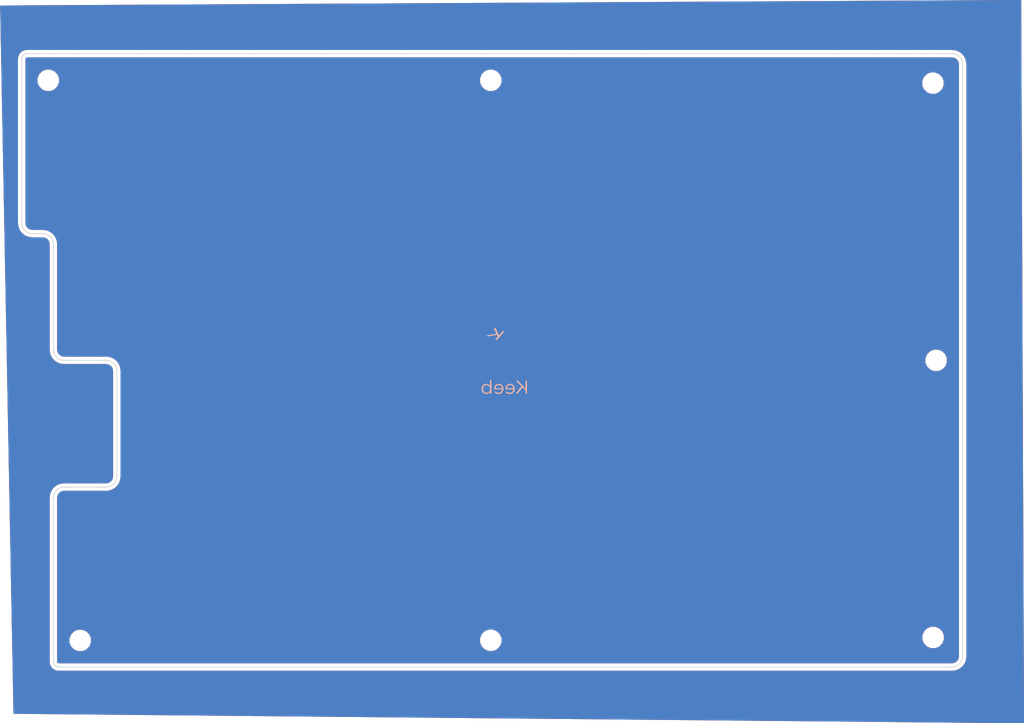
<source format=kicad_pcb>
(kicad_pcb (version 4) (host pcbnew 4.0.7)

  (general
    (links 0)
    (no_connects 0)
    (area 13.992857 25.025 170.125001 133.750001)
    (thickness 1.6)
    (drawings 512)
    (tracks 0)
    (zones 0)
    (modules 8)
    (nets 1)
  )

  (page USLetter)
  (layers
    (0 F.Cu signal)
    (31 B.Cu signal)
    (32 B.Adhes user)
    (33 F.Adhes user)
    (34 B.Paste user)
    (35 F.Paste user)
    (36 B.SilkS user)
    (37 F.SilkS user)
    (38 B.Mask user)
    (39 F.Mask user)
    (40 Dwgs.User user)
    (41 Cmts.User user)
    (42 Eco1.User user)
    (43 Eco2.User user)
    (44 Edge.Cuts user)
    (45 Margin user)
    (46 B.CrtYd user)
    (47 F.CrtYd user)
    (48 B.Fab user)
    (49 F.Fab user)
  )

  (setup
    (last_trace_width 0.25)
    (trace_clearance 0.2)
    (zone_clearance 0.508)
    (zone_45_only no)
    (trace_min 0.2)
    (segment_width 0.2)
    (edge_width 0.15)
    (via_size 0.6)
    (via_drill 0.4)
    (via_min_size 0.4)
    (via_min_drill 0.3)
    (uvia_size 0.3)
    (uvia_drill 0.1)
    (uvias_allowed no)
    (uvia_min_size 0.2)
    (uvia_min_drill 0.1)
    (pcb_text_width 0.3)
    (pcb_text_size 1.5 1.5)
    (mod_edge_width 0.15)
    (mod_text_size 1 1)
    (mod_text_width 0.15)
    (pad_size 5.5 5.5)
    (pad_drill 3.2)
    (pad_to_mask_clearance 0.2)
    (aux_axis_origin 0 0)
    (visible_elements 7FFFFF7F)
    (pcbplotparams
      (layerselection 0x010f0_80000001)
      (usegerberextensions true)
      (excludeedgelayer true)
      (linewidth 0.100000)
      (plotframeref false)
      (viasonmask false)
      (mode 1)
      (useauxorigin false)
      (hpglpennumber 1)
      (hpglpenspeed 20)
      (hpglpendiameter 15)
      (hpglpenoverlay 2)
      (psnegative false)
      (psa4output false)
      (plotreference true)
      (plotvalue true)
      (plotinvisibletext false)
      (padsonsilk false)
      (subtractmaskfromsilk false)
      (outputformat 1)
      (mirror false)
      (drillshape 0)
      (scaleselection 1)
      (outputdirectory ../gerbers/fourier-right-bottom))
  )

  (net 0 "")

  (net_class Default "This is the default net class."
    (clearance 0.2)
    (trace_width 0.25)
    (via_dia 0.6)
    (via_drill 0.4)
    (uvia_dia 0.3)
    (uvia_drill 0.1)
  )

  (module Mounting_Holes:MountingHole_2.2mm_M2 (layer B.Cu) (tedit 5A7A0D6A) (tstamp 5A7A4DAD)
    (at 28.35 121.3)
    (descr "Mounting Hole 2.2mm, no annular, M2")
    (tags "mounting hole 2.2mm no annular m2")
    (attr virtual)
    (fp_text reference REF** (at 0 3.2) (layer B.SilkS) hide
      (effects (font (size 1 1) (thickness 0.15)) (justify mirror))
    )
    (fp_text value MountingHole_2.2mm_M2 (at 0 -3.2) (layer B.Fab) hide
      (effects (font (size 1 1) (thickness 0.15)) (justify mirror))
    )
    (fp_text user %R (at 0.3 0) (layer B.Fab) hide
      (effects (font (size 1 1) (thickness 0.15)) (justify mirror))
    )
    (fp_circle (center 0 0) (end 2.2 0) (layer Cmts.User) (width 0.15))
    (fp_circle (center 0 0) (end 2.45 0) (layer B.CrtYd) (width 0.05))
    (pad 1 np_thru_hole circle (at 0 0) (size 2.2 2.2) (drill 2.2) (layers *.Cu *.Mask))
  )

  (module Mounting_Holes:MountingHole_2.2mm_M2 (layer B.Cu) (tedit 5A7A0D6A) (tstamp 5A7A4DA6)
    (at 90.025 121.275)
    (descr "Mounting Hole 2.2mm, no annular, M2")
    (tags "mounting hole 2.2mm no annular m2")
    (attr virtual)
    (fp_text reference REF** (at 0 3.2) (layer B.SilkS) hide
      (effects (font (size 1 1) (thickness 0.15)) (justify mirror))
    )
    (fp_text value MountingHole_2.2mm_M2 (at 0 -3.2) (layer B.Fab) hide
      (effects (font (size 1 1) (thickness 0.15)) (justify mirror))
    )
    (fp_text user %R (at 0.3 0) (layer B.Fab) hide
      (effects (font (size 1 1) (thickness 0.15)) (justify mirror))
    )
    (fp_circle (center 0 0) (end 2.2 0) (layer Cmts.User) (width 0.15))
    (fp_circle (center 0 0) (end 2.45 0) (layer B.CrtYd) (width 0.05))
    (pad 1 np_thru_hole circle (at 0 0) (size 2.2 2.2) (drill 2.2) (layers *.Cu *.Mask))
  )

  (module Mounting_Holes:MountingHole_2.2mm_M2 (layer B.Cu) (tedit 5A7A0D6A) (tstamp 5A7A4D9F)
    (at 156.475 120.85)
    (descr "Mounting Hole 2.2mm, no annular, M2")
    (tags "mounting hole 2.2mm no annular m2")
    (attr virtual)
    (fp_text reference REF** (at 0 3.2) (layer B.SilkS) hide
      (effects (font (size 1 1) (thickness 0.15)) (justify mirror))
    )
    (fp_text value MountingHole_2.2mm_M2 (at 0 -3.2) (layer B.Fab) hide
      (effects (font (size 1 1) (thickness 0.15)) (justify mirror))
    )
    (fp_text user %R (at 0.3 0) (layer B.Fab) hide
      (effects (font (size 1 1) (thickness 0.15)) (justify mirror))
    )
    (fp_circle (center 0 0) (end 2.2 0) (layer Cmts.User) (width 0.15))
    (fp_circle (center 0 0) (end 2.45 0) (layer B.CrtYd) (width 0.05))
    (pad 1 np_thru_hole circle (at 0 0) (size 2.2 2.2) (drill 2.2) (layers *.Cu *.Mask))
  )

  (module Mounting_Holes:MountingHole_2.2mm_M2 (layer B.Cu) (tedit 5A7A0D6A) (tstamp 5A7A4D98)
    (at 156.925 79.2)
    (descr "Mounting Hole 2.2mm, no annular, M2")
    (tags "mounting hole 2.2mm no annular m2")
    (attr virtual)
    (fp_text reference REF** (at 0 3.2) (layer B.SilkS) hide
      (effects (font (size 1 1) (thickness 0.15)) (justify mirror))
    )
    (fp_text value MountingHole_2.2mm_M2 (at 0 -3.2) (layer B.Fab) hide
      (effects (font (size 1 1) (thickness 0.15)) (justify mirror))
    )
    (fp_text user %R (at 0.3 0) (layer B.Fab) hide
      (effects (font (size 1 1) (thickness 0.15)) (justify mirror))
    )
    (fp_circle (center 0 0) (end 2.2 0) (layer Cmts.User) (width 0.15))
    (fp_circle (center 0 0) (end 2.45 0) (layer B.CrtYd) (width 0.05))
    (pad 1 np_thru_hole circle (at 0 0) (size 2.2 2.2) (drill 2.2) (layers *.Cu *.Mask))
  )

  (module Mounting_Holes:MountingHole_2.2mm_M2 (layer B.Cu) (tedit 5A7A0D6A) (tstamp 5A7A4D91)
    (at 156.45 37.525)
    (descr "Mounting Hole 2.2mm, no annular, M2")
    (tags "mounting hole 2.2mm no annular m2")
    (attr virtual)
    (fp_text reference REF** (at 0 3.2) (layer B.SilkS) hide
      (effects (font (size 1 1) (thickness 0.15)) (justify mirror))
    )
    (fp_text value MountingHole_2.2mm_M2 (at 0 -3.2) (layer B.Fab) hide
      (effects (font (size 1 1) (thickness 0.15)) (justify mirror))
    )
    (fp_text user %R (at 0.3 0) (layer B.Fab) hide
      (effects (font (size 1 1) (thickness 0.15)) (justify mirror))
    )
    (fp_circle (center 0 0) (end 2.2 0) (layer Cmts.User) (width 0.15))
    (fp_circle (center 0 0) (end 2.45 0) (layer B.CrtYd) (width 0.05))
    (pad 1 np_thru_hole circle (at 0 0) (size 2.2 2.2) (drill 2.2) (layers *.Cu *.Mask))
  )

  (module Mounting_Holes:MountingHole_2.2mm_M2 (layer B.Cu) (tedit 5A7A0D6A) (tstamp 5A7A4D8A)
    (at 90.025 37.1)
    (descr "Mounting Hole 2.2mm, no annular, M2")
    (tags "mounting hole 2.2mm no annular m2")
    (attr virtual)
    (fp_text reference REF** (at 0 3.2) (layer B.SilkS) hide
      (effects (font (size 1 1) (thickness 0.15)) (justify mirror))
    )
    (fp_text value MountingHole_2.2mm_M2 (at 0 -3.2) (layer B.Fab) hide
      (effects (font (size 1 1) (thickness 0.15)) (justify mirror))
    )
    (fp_text user %R (at 0.3 0) (layer B.Fab) hide
      (effects (font (size 1 1) (thickness 0.15)) (justify mirror))
    )
    (fp_circle (center 0 0) (end 2.2 0) (layer Cmts.User) (width 0.15))
    (fp_circle (center 0 0) (end 2.45 0) (layer B.CrtYd) (width 0.05))
    (pad 1 np_thru_hole circle (at 0 0) (size 2.2 2.2) (drill 2.2) (layers *.Cu *.Mask))
  )

  (module Mounting_Holes:MountingHole_2.2mm_M2 (layer B.Cu) (tedit 5A7A0D6A) (tstamp 5A7A4D68)
    (at 23.55 37.1)
    (descr "Mounting Hole 2.2mm, no annular, M2")
    (tags "mounting hole 2.2mm no annular m2")
    (attr virtual)
    (fp_text reference REF** (at 0 3.2) (layer B.SilkS) hide
      (effects (font (size 1 1) (thickness 0.15)) (justify mirror))
    )
    (fp_text value MountingHole_2.2mm_M2 (at 0 -3.2) (layer B.Fab) hide
      (effects (font (size 1 1) (thickness 0.15)) (justify mirror))
    )
    (fp_text user %R (at 0.3 0) (layer B.Fab) hide
      (effects (font (size 1 1) (thickness 0.15)) (justify mirror))
    )
    (fp_circle (center 0 0) (end 2.2 0) (layer Cmts.User) (width 0.15))
    (fp_circle (center 0 0) (end 2.45 0) (layer B.CrtYd) (width 0.05))
    (pad 1 np_thru_hole circle (at 0 0) (size 2.2 2.2) (drill 2.2) (layers *.Cu *.Mask))
  )

  (module Keebio-Art:Keebio-TwoTone (layer B.Cu) (tedit 0) (tstamp 5A7A8E01)
    (at 90.7 78.575 180)
    (fp_text reference G*** (at 0 0 180) (layer B.SilkS) hide
      (effects (font (thickness 0.3)) (justify mirror))
    )
    (fp_text value LOGO (at 0.75 0 180) (layer B.SilkS) hide
      (effects (font (thickness 0.3)) (justify mirror))
    )
    (fp_poly (pts (xy -2.138437 -4.13646) (xy -2.03358 -4.153331) (xy -1.937527 -4.184665) (xy -1.850241 -4.230484)
      (xy -1.771689 -4.290807) (xy -1.701834 -4.365658) (xy -1.640643 -4.455057) (xy -1.599839 -4.532894)
      (xy -1.575806 -4.588915) (xy -1.55788 -4.642585) (xy -1.544538 -4.699655) (xy -1.534254 -4.765875)
      (xy -1.531111 -4.792133) (xy -1.526342 -4.842545) (xy -1.525579 -4.879971) (xy -1.529489 -4.908024)
      (xy -1.538736 -4.93032) (xy -1.553986 -4.950473) (xy -1.561752 -4.958579) (xy -1.59004 -4.986867)
      (xy -2.145453 -4.986867) (xy -2.256185 -4.986887) (xy -2.351182 -4.986968) (xy -2.431646 -4.987143)
      (xy -2.498774 -4.987444) (xy -2.553768 -4.987902) (xy -2.597825 -4.98855) (xy -2.632147 -4.989419)
      (xy -2.657931 -4.990541) (xy -2.676379 -4.991949) (xy -2.688689 -4.993675) (xy -2.696061 -4.99575)
      (xy -2.699694 -4.998207) (xy -2.700788 -5.001077) (xy -2.700807 -5.001683) (xy -2.697536 -5.029551)
      (xy -2.688894 -5.0679) (xy -2.676395 -5.111742) (xy -2.661546 -5.156084) (xy -2.64586 -5.195938)
      (xy -2.635195 -5.218482) (xy -2.585643 -5.295321) (xy -2.524024 -5.360306) (xy -2.450479 -5.413316)
      (xy -2.365151 -5.454231) (xy -2.352333 -5.458966) (xy -2.322891 -5.468704) (xy -2.296245 -5.475168)
      (xy -2.267449 -5.479024) (xy -2.231556 -5.480938) (xy -2.1844 -5.481571) (xy -2.134573 -5.481198)
      (xy -2.096485 -5.479209) (xy -2.064973 -5.475013) (xy -2.034874 -5.46802) (xy -2.015365 -5.462242)
      (xy -1.947778 -5.437838) (xy -1.887236 -5.408167) (xy -1.827285 -5.369798) (xy -1.791698 -5.343336)
      (xy -1.759172 -5.31889) (xy -1.735531 -5.303507) (xy -1.71683 -5.295202) (xy -1.699124 -5.291987)
      (xy -1.689124 -5.291667) (xy -1.650582 -5.299153) (xy -1.620137 -5.319602) (xy -1.600274 -5.350003)
      (xy -1.593476 -5.387344) (xy -1.595308 -5.405431) (xy -1.60251 -5.425311) (xy -1.618264 -5.447286)
      (xy -1.644977 -5.474496) (xy -1.65589 -5.484514) (xy -1.738312 -5.548454) (xy -1.831968 -5.602563)
      (xy -1.93306 -5.644808) (xy -1.985433 -5.660908) (xy -2.021195 -5.667771) (xy -2.069126 -5.673032)
      (xy -2.124754 -5.676591) (xy -2.183602 -5.678347) (xy -2.241195 -5.6782) (xy -2.293059 -5.676051)
      (xy -2.334718 -5.671799) (xy -2.3495 -5.669045) (xy -2.454823 -5.637921) (xy -2.548951 -5.595231)
      (xy -2.63412 -5.539719) (xy -2.712567 -5.470133) (xy -2.722519 -5.45985) (xy -2.792563 -5.375728)
      (xy -2.847821 -5.28536) (xy -2.889783 -5.186104) (xy -2.9055 -5.135033) (xy -2.914792 -5.08878)
      (xy -2.921374 -5.030337) (xy -2.925212 -4.964239) (xy -2.926266 -4.895016) (xy -2.924502 -4.827203)
      (xy -2.923114 -4.808621) (xy -2.700867 -4.808621) (xy -2.693787 -4.810776) (xy -2.672304 -4.81262)
      (xy -2.636055 -4.81416) (xy -2.584676 -4.815402) (xy -2.517803 -4.816354) (xy -2.435074 -4.817021)
      (xy -2.336124 -4.817412) (xy -2.226215 -4.817533) (xy -1.751563 -4.817533) (xy -1.757405 -4.777317)
      (xy -1.777882 -4.682663) (xy -1.810062 -4.596262) (xy -1.85293 -4.519431) (xy -1.905472 -4.45349)
      (xy -1.966672 -4.399758) (xy -2.035514 -4.359554) (xy -2.0955 -4.337993) (xy -2.142219 -4.329835)
      (xy -2.198525 -4.326527) (xy -2.257819 -4.327936) (xy -2.313505 -4.333927) (xy -2.355569 -4.343275)
      (xy -2.431605 -4.375491) (xy -2.50078 -4.42255) (xy -2.561862 -4.483329) (xy -2.61362 -4.556701)
      (xy -2.636959 -4.600534) (xy -2.654473 -4.640927) (xy -2.671028 -4.685962) (xy -2.685188 -4.730969)
      (xy -2.695519 -4.771273) (xy -2.700587 -4.802204) (xy -2.700867 -4.808621) (xy -2.923114 -4.808621)
      (xy -2.919882 -4.765331) (xy -2.912369 -4.713933) (xy -2.909033 -4.69919) (xy -2.88169 -4.608385)
      (xy -2.848204 -4.529382) (xy -2.805991 -4.457678) (xy -2.752471 -4.388773) (xy -2.697523 -4.330394)
      (xy -2.623486 -4.263878) (xy -2.549549 -4.212629) (xy -2.472624 -4.175287) (xy -2.389622 -4.150488)
      (xy -2.297453 -4.136872) (xy -2.252133 -4.134029) (xy -2.138437 -4.13646)) (layer B.SilkS) (width 0.001))
    (fp_poly (pts (xy -0.478468 -4.13365) (xy -0.428029 -4.136017) (xy -0.389056 -4.139502) (xy -0.356084 -4.144982)
      (xy -0.323647 -4.153333) (xy -0.291685 -4.163588) (xy -0.211835 -4.195289) (xy -0.143362 -4.233432)
      (xy -0.081014 -4.28127) (xy -0.042333 -4.318036) (xy 0.028645 -4.40226) (xy 0.086636 -4.496947)
      (xy 0.130871 -4.600834) (xy 0.13183 -4.603644) (xy 0.151308 -4.669315) (xy 0.165587 -4.734696)
      (xy 0.174356 -4.796716) (xy 0.177303 -4.852305) (xy 0.174119 -4.89839) (xy 0.164963 -4.930926)
      (xy 0.159958 -4.941778) (xy 0.155174 -4.951129) (xy 0.149391 -4.959092) (xy 0.141387 -4.965777)
      (xy 0.129942 -4.971297) (xy 0.113833 -4.975761) (xy 0.09184 -4.979283) (xy 0.062741 -4.981973)
      (xy 0.025316 -4.983942) (xy -0.021657 -4.985302) (xy -0.079398 -4.986165) (xy -0.14913 -4.986641)
      (xy -0.232073 -4.986843) (xy -0.329448 -4.986881) (xy -0.442477 -4.986867) (xy -0.448307 -4.986867)
      (xy -0.999834 -4.986867) (xy -0.994512 -5.018617) (xy -0.971001 -5.12002) (xy -0.936491 -5.208741)
      (xy -0.890765 -5.285154) (xy -0.833609 -5.349632) (xy -0.778054 -5.393864) (xy -0.727152 -5.425335)
      (xy -0.678022 -5.448157) (xy -0.623609 -5.465239) (xy -0.582213 -5.474612) (xy -0.487964 -5.485208)
      (xy -0.393156 -5.479322) (xy -0.299079 -5.457307) (xy -0.207023 -5.419512) (xy -0.118278 -5.366288)
      (xy -0.080964 -5.338352) (xy -0.050857 -5.31521) (xy -0.028891 -5.301182) (xy -0.01059 -5.294092)
      (xy 0.008525 -5.291763) (xy 0.015057 -5.291667) (xy 0.04168 -5.29399) (xy 0.061975 -5.303408)
      (xy 0.08128 -5.320453) (xy 0.100225 -5.342676) (xy 0.108571 -5.363815) (xy 0.110067 -5.384316)
      (xy 0.108367 -5.405489) (xy 0.101436 -5.423568) (xy 0.086528 -5.443909) (xy 0.070222 -5.461989)
      (xy 0.008577 -5.517834) (xy -0.06569 -5.568515) (xy -0.148544 -5.611908) (xy -0.235949 -5.645889)
      (xy -0.320552 -5.667714) (xy -0.373871 -5.674982) (xy -0.436452 -5.679052) (xy -0.502503 -5.679914)
      (xy -0.566232 -5.677559) (xy -0.621847 -5.671976) (xy -0.643467 -5.668249) (xy -0.749752 -5.638361)
      (xy -0.847634 -5.593907) (xy -0.937659 -5.534574) (xy -1.020374 -5.460047) (xy -1.037155 -5.442121)
      (xy -1.102608 -5.357689) (xy -1.154444 -5.263592) (xy -1.19244 -5.160528) (xy -1.216373 -5.049191)
      (xy -1.226022 -4.930277) (xy -1.224864 -4.855633) (xy -1.220558 -4.817533) (xy -0.998643 -4.817533)
      (xy -0.0508 -4.817533) (xy -0.050859 -4.798483) (xy -0.054387 -4.766646) (xy -0.063814 -4.724505)
      (xy -0.077643 -4.676989) (xy -0.094374 -4.629026) (xy -0.11251 -4.585545) (xy -0.120697 -4.568815)
      (xy -0.16784 -4.493978) (xy -0.224464 -4.431547) (xy -0.289267 -4.382588) (xy -0.360946 -4.348164)
      (xy -0.407033 -4.334859) (xy -0.452659 -4.328586) (xy -0.507 -4.326915) (xy -0.564289 -4.329505)
      (xy -0.618759 -4.336012) (xy -0.664643 -4.346094) (xy -0.679236 -4.351026) (xy -0.753103 -4.388658)
      (xy -0.819198 -4.440594) (xy -0.876708 -4.505699) (xy -0.924821 -4.58284) (xy -0.962725 -4.670883)
      (xy -0.989609 -4.768696) (xy -0.993715 -4.790017) (xy -0.998643 -4.817533) (xy -1.220558 -4.817533)
      (xy -1.211406 -4.73656) (xy -1.183284 -4.62592) (xy -1.140426 -4.523551) (xy -1.082759 -4.429294)
      (xy -1.010211 -4.342988) (xy -0.979498 -4.31296) (xy -0.901498 -4.248552) (xy -0.821399 -4.199199)
      (xy -0.736923 -4.164086) (xy -0.64579 -4.142397) (xy -0.545723 -4.133316) (xy -0.478468 -4.13365)) (layer B.SilkS) (width 0.001))
    (fp_poly (pts (xy 0.705928 -3.541983) (xy 0.739946 -3.557493) (xy 0.744721 -3.561242) (xy 0.756086 -3.570812)
      (xy 0.76563 -3.579767) (xy 0.773513 -3.589598) (xy 0.779894 -3.601793) (xy 0.784935 -3.617842)
      (xy 0.788794 -3.639235) (xy 0.791631 -3.66746) (xy 0.793606 -3.704008) (xy 0.79488 -3.750368)
      (xy 0.795611 -3.808029) (xy 0.79596 -3.87848) (xy 0.796087 -3.963212) (xy 0.796135 -4.040296)
      (xy 0.796403 -4.449233) (xy 0.814434 -4.423833) (xy 0.837211 -4.395867) (xy 0.869568 -4.361471)
      (xy 0.90787 -4.324003) (xy 0.948485 -4.286822) (xy 0.987776 -4.253288) (xy 1.02211 -4.226758)
      (xy 1.0414 -4.214067) (xy 1.077962 -4.19507) (xy 1.121578 -4.17562) (xy 1.162993 -4.159835)
      (xy 1.164167 -4.15944) (xy 1.192021 -4.150597) (xy 1.216621 -4.144385) (xy 1.242004 -4.140339)
      (xy 1.272209 -4.137994) (xy 1.311274 -4.136887) (xy 1.363133 -4.136552) (xy 1.413794 -4.136623)
      (xy 1.45166 -4.137401) (xy 1.480866 -4.139424) (xy 1.505552 -4.143232) (xy 1.529852 -4.149365)
      (xy 1.557905 -4.158363) (xy 1.5748 -4.164163) (xy 1.669636 -4.205107) (xy 1.758601 -4.259437)
      (xy 1.839427 -4.325133) (xy 1.909845 -4.400178) (xy 1.967588 -4.482552) (xy 1.998086 -4.540904)
      (xy 2.033841 -4.638122) (xy 2.05748 -4.743129) (xy 2.069043 -4.852696) (xy 2.068572 -4.963596)
      (xy 2.056107 -5.072598) (xy 2.031688 -5.176473) (xy 1.995356 -5.271993) (xy 1.988727 -5.285711)
      (xy 1.936133 -5.373393) (xy 1.87059 -5.453267) (xy 1.794303 -5.523684) (xy 1.709475 -5.582996)
      (xy 1.61831 -5.629552) (xy 1.523011 -5.661703) (xy 1.47236 -5.672212) (xy 1.408483 -5.67875)
      (xy 1.338413 -5.679613) (xy 1.270362 -5.674934) (xy 1.227667 -5.668297) (xy 1.128038 -5.639404)
      (xy 1.034122 -5.594946) (xy 0.947113 -5.535679) (xy 0.868204 -5.462356) (xy 0.828277 -5.41579)
      (xy 0.795867 -5.374813) (xy 0.795867 -5.470267) (xy 0.795318 -5.515578) (xy 0.7933 -5.548227)
      (xy 0.789252 -5.57246) (xy 0.782614 -5.592522) (xy 0.778559 -5.601473) (xy 0.754454 -5.634346)
      (xy 0.722368 -5.654865) (xy 0.685959 -5.662974) (xy 0.648884 -5.65862) (xy 0.6148 -5.641747)
      (xy 0.587366 -5.6123) (xy 0.582738 -5.604411) (xy 0.580364 -5.599382) (xy 0.578246 -5.593014)
      (xy 0.576369 -5.584371) (xy 0.574718 -5.572513) (xy 0.573279 -5.556504) (xy 0.572038 -5.535405)
      (xy 0.570979 -5.508278) (xy 0.57009 -5.474186) (xy 0.569354 -5.432191) (xy 0.568757 -5.381354)
      (xy 0.568286 -5.320738) (xy 0.567925 -5.249405) (xy 0.56766 -5.166417) (xy 0.567477 -5.070835)
      (xy 0.56736 -4.961723) (xy 0.56731 -4.863934) (xy 0.788704 -4.863934) (xy 0.789824 -4.946434)
      (xy 0.79901 -5.027808) (xy 0.815999 -5.102959) (xy 0.834338 -5.153618) (xy 0.877723 -5.232086)
      (xy 0.934118 -5.303005) (xy 1.001102 -5.364359) (xy 1.076255 -5.41413) (xy 1.157156 -5.4503)
      (xy 1.207405 -5.464623) (xy 1.259798 -5.472164) (xy 1.320893 -5.474394) (xy 1.383826 -5.471527)
      (xy 1.441732 -5.463778) (xy 1.4732 -5.456293) (xy 1.549899 -5.425463) (xy 1.621928 -5.381076)
      (xy 1.686168 -5.325736) (xy 1.7395 -5.262047) (xy 1.772325 -5.206608) (xy 1.796464 -5.152147)
      (xy 1.813663 -5.099971) (xy 1.825176 -5.044725) (xy 1.832255 -4.981057) (xy 1.834735 -4.940075)
      (xy 1.833889 -4.836727) (xy 1.820617 -4.743866) (xy 1.794355 -4.659898) (xy 1.754538 -4.583223)
      (xy 1.700601 -4.512246) (xy 1.673247 -4.483398) (xy 1.614584 -4.431037) (xy 1.556185 -4.39215)
      (xy 1.493319 -4.364031) (xy 1.434553 -4.346978) (xy 1.377098 -4.338407) (xy 1.311547 -4.336588)
      (xy 1.244667 -4.341197) (xy 1.183225 -4.35191) (xy 1.153814 -4.36042) (xy 1.077077 -4.395425)
      (xy 1.004567 -4.44467) (xy 0.93879 -4.505548) (xy 0.882255 -4.575454) (xy 0.83747 -4.651782)
      (xy 0.811717 -4.715933) (xy 0.795914 -4.785401) (xy 0.788704 -4.863934) (xy 0.56731 -4.863934)
      (xy 0.567296 -4.838143) (xy 0.56727 -4.699155) (xy 0.567267 -4.60361) (xy 0.567291 -4.451812)
      (xy 0.567372 -4.316055) (xy 0.56752 -4.195448) (xy 0.567747 -4.089099) (xy 0.568062 -3.996115)
      (xy 0.568477 -3.915607) (xy 0.569003 -3.846681) (xy 0.569651 -3.788445) (xy 0.57043 -3.740009)
      (xy 0.571353 -3.70048) (xy 0.572431 -3.668966) (xy 0.573673 -3.644576) (xy 0.575091 -3.626417)
      (xy 0.576696 -3.613599) (xy 0.578498 -3.605229) (xy 0.579457 -3.60248) (xy 0.600834 -3.571171)
      (xy 0.631972 -3.54992) (xy 0.668471 -3.539824) (xy 0.705928 -3.541983)) (layer B.SilkS) (width 0.001))
    (fp_poly (pts (xy 4.102512 -4.139159) (xy 4.19101 -4.15543) (xy 4.212167 -4.16119) (xy 4.316428 -4.200377)
      (xy 4.412828 -4.253927) (xy 4.500162 -4.320636) (xy 4.577223 -4.399298) (xy 4.642807 -4.488706)
      (xy 4.695709 -4.587654) (xy 4.730143 -4.679463) (xy 4.738718 -4.708742) (xy 4.744867 -4.734458)
      (xy 4.749002 -4.76046) (xy 4.751534 -4.790601) (xy 4.752876 -4.828731) (xy 4.75344 -4.8787)
      (xy 4.753524 -4.897967) (xy 4.75292 -4.967818) (xy 4.749988 -5.02503) (xy 4.743856 -5.073836)
      (xy 4.733649 -5.118468) (xy 4.718496 -5.163158) (xy 4.697522 -5.212138) (xy 4.6819 -5.2451)
      (xy 4.625948 -5.342307) (xy 4.557719 -5.42989) (xy 4.478816 -5.506493) (xy 4.390839 -5.570763)
      (xy 4.295393 -5.621345) (xy 4.195233 -5.656575) (xy 4.148881 -5.665896) (xy 4.091274 -5.672829)
      (xy 4.027334 -5.677211) (xy 3.961984 -5.678883) (xy 3.900144 -5.677683) (xy 3.846739 -5.67345)
      (xy 3.818467 -5.668909) (xy 3.709165 -5.637528) (xy 3.607631 -5.591751) (xy 3.514996 -5.53266)
      (xy 3.43239 -5.461341) (xy 3.360945 -5.378876) (xy 3.301792 -5.28635) (xy 3.256062 -5.184846)
      (xy 3.232174 -5.107172) (xy 3.220727 -5.045336) (xy 3.214113 -4.973715) (xy 3.212529 -4.906433)
      (xy 3.444704 -4.906433) (xy 3.446533 -4.972646) (xy 3.452661 -5.028089) (xy 3.464416 -5.078663)
      (xy 3.483124 -5.130268) (xy 3.506578 -5.1816) (xy 3.550424 -5.25431) (xy 3.606778 -5.32057)
      (xy 3.672729 -5.377982) (xy 3.745365 -5.424149) (xy 3.821772 -5.456672) (xy 3.850542 -5.464798)
      (xy 3.895513 -5.472192) (xy 3.950735 -5.47607) (xy 4.009894 -5.47643) (xy 4.066675 -5.473268)
      (xy 4.114766 -5.466584) (xy 4.122394 -5.464916) (xy 4.20451 -5.43709) (xy 4.280609 -5.394632)
      (xy 4.349211 -5.339225) (xy 4.408834 -5.27255) (xy 4.458 -5.19629) (xy 4.495228 -5.112127)
      (xy 4.519038 -5.021744) (xy 4.52065 -5.012267) (xy 4.529397 -4.908976) (xy 4.521961 -4.809548)
      (xy 4.498656 -4.714928) (xy 4.459801 -4.626062) (xy 4.405709 -4.543897) (xy 4.340301 -4.472722)
      (xy 4.279179 -4.421523) (xy 4.218051 -4.383748) (xy 4.152133 -4.357131) (xy 4.076642 -4.339407)
      (xy 4.050046 -4.335295) (xy 3.956747 -4.330596) (xy 3.865728 -4.342163) (xy 3.77878 -4.369335)
      (xy 3.697697 -4.411453) (xy 3.624271 -4.467855) (xy 3.586641 -4.506019) (xy 3.531187 -4.57821)
      (xy 3.490012 -4.65533) (xy 3.462418 -4.739346) (xy 3.447708 -4.832226) (xy 3.444704 -4.906433)
      (xy 3.212529 -4.906433) (xy 3.212325 -4.897746) (xy 3.215353 -4.822866) (xy 3.223191 -4.75451)
      (xy 3.232737 -4.70885) (xy 3.270162 -4.601139) (xy 3.321914 -4.501225) (xy 3.386804 -4.410383)
      (xy 3.463643 -4.329887) (xy 3.551244 -4.261012) (xy 3.648416 -4.205032) (xy 3.736129 -4.169057)
      (xy 3.819298 -4.147505) (xy 3.911514 -4.135281) (xy 4.007632 -4.132471) (xy 4.102512 -4.139159)) (layer B.Mask) (width 0.001))
    (fp_poly (pts (xy -4.610032 -3.635048) (xy -4.574385 -3.659744) (xy -4.573062 -3.661049) (xy -4.542367 -3.69174)
      (xy -4.538133 -4.259817) (xy -4.5339 -4.827894) (xy -3.959636 -4.239171) (xy -3.87329 -4.15081)
      (xy -3.790985 -4.066893) (xy -3.713483 -3.988185) (xy -3.641547 -3.915447) (xy -3.57594 -3.849441)
      (xy -3.517425 -3.79093) (xy -3.466763 -3.740677) (xy -3.424719 -3.699442) (xy -3.392055 -3.66799)
      (xy -3.369533 -3.647082) (xy -3.357917 -3.637481) (xy -3.357223 -3.637091) (xy -3.315768 -3.625746)
      (xy -3.275922 -3.630265) (xy -3.240429 -3.649614) (xy -3.212031 -3.682761) (xy -3.205877 -3.694063)
      (xy -3.199353 -3.707359) (xy -3.194315 -3.719323) (xy -3.191548 -3.730943) (xy -3.191835 -3.743206)
      (xy -3.195961 -3.7571) (xy -3.20471 -3.773614) (xy -3.218865 -3.793734) (xy -3.239212 -3.818449)
      (xy -3.266535 -3.848746) (xy -3.301616 -3.885613) (xy -3.345241 -3.930039) (xy -3.398194 -3.98301)
      (xy -3.461258 -4.045515) (xy -3.535219 -4.118542) (xy -3.570374 -4.153233) (xy -3.635844 -4.21804)
      (xy -3.697497 -4.279439) (xy -3.754308 -4.336387) (xy -3.805255 -4.387841) (xy -3.849313 -4.432755)
      (xy -3.88546 -4.470087) (xy -3.91267 -4.498792) (xy -3.929922 -4.517826) (xy -3.936191 -4.526146)
      (xy -3.936183 -4.52633) (xy -3.930404 -4.53419) (xy -3.914796 -4.55411) (xy -3.890224 -4.585018)
      (xy -3.85755 -4.625841) (xy -3.817637 -4.675508) (xy -3.771346 -4.732947) (xy -3.719542 -4.797084)
      (xy -3.663086 -4.866848) (xy -3.602842 -4.941166) (xy -3.556 -4.998868) (xy -3.4931 -5.076429)
      (xy -3.433082 -5.150674) (xy -3.376846 -5.220477) (xy -3.325289 -5.284713) (xy -3.27931 -5.342254)
      (xy -3.239806 -5.391974) (xy -3.207677 -5.432749) (xy -3.183819 -5.46345) (xy -3.169132 -5.482953)
      (xy -3.164772 -5.489371) (xy -3.15189 -5.528514) (xy -3.153266 -5.567649) (xy -3.166911 -5.603669)
      (xy -3.190838 -5.633469) (xy -3.223062 -5.653942) (xy -3.261594 -5.661982) (xy -3.274827 -5.661432)
      (xy -3.302091 -5.655412) (xy -3.32471 -5.645045) (xy -3.328808 -5.641918) (xy -3.335217 -5.635614)
      (xy -3.344653 -5.625335) (xy -3.357754 -5.610298) (xy -3.37516 -5.589719) (xy -3.397509 -5.562813)
      (xy -3.425442 -5.528798) (xy -3.459596 -5.486889) (xy -3.500612 -5.436303) (xy -3.549128 -5.376256)
      (xy -3.605783 -5.305965) (xy -3.671216 -5.224645) (xy -3.746067 -5.131513) (xy -3.813715 -5.047283)
      (xy -4.10851 -4.680133) (xy -4.322963 -4.894463) (xy -4.537416 -5.108792) (xy -4.542367 -5.595129)
      (xy -4.563533 -5.617769) (xy -4.600888 -5.648492) (xy -4.639899 -5.662392) (xy -4.680796 -5.659523)
      (xy -4.706438 -5.649723) (xy -4.730659 -5.632714) (xy -4.750159 -5.610813) (xy -4.750856 -5.609699)
      (xy -4.75332 -5.605142) (xy -4.755514 -5.599373) (xy -4.757453 -5.591441) (xy -4.759155 -5.580392)
      (xy -4.760633 -5.565274) (xy -4.761904 -5.545135) (xy -4.762983 -5.51902) (xy -4.763887 -5.485979)
      (xy -4.76463 -5.445058) (xy -4.765228 -5.395304) (xy -4.765697 -5.335765) (xy -4.766052 -5.265488)
      (xy -4.766309 -5.183521) (xy -4.766483 -5.08891) (xy -4.766591 -4.980703) (xy -4.766648 -4.857948)
      (xy -4.766668 -4.719691) (xy -4.76667 -4.643967) (xy -4.766664 -4.497669) (xy -4.766633 -4.367349)
      (xy -4.766563 -4.252054) (xy -4.766436 -4.150827) (xy -4.766236 -4.062714) (xy -4.765947 -3.98676)
      (xy -4.765553 -3.92201) (xy -4.765036 -3.86751) (xy -4.764382 -3.822304) (xy -4.763573 -3.785438)
      (xy -4.762594 -3.755956) (xy -4.761428 -3.732905) (xy -4.760058 -3.715329) (xy -4.758468 -3.702273)
      (xy -4.756643 -3.692783) (xy -4.754565 -3.685903) (xy -4.752218 -3.680679) (xy -4.750143 -3.677061)
      (xy -4.722445 -3.646067) (xy -4.687541 -3.628524) (xy -4.64891 -3.624746) (xy -4.610032 -3.635048)) (layer B.SilkS) (width 0.001))
    (fp_poly (pts (xy 2.719242 -4.156881) (xy 2.752467 -4.176849) (xy 2.773205 -4.20172) (xy 2.776212 -4.20714)
      (xy 2.778832 -4.213546) (xy 2.78109 -4.222075) (xy 2.783015 -4.233864) (xy 2.784631 -4.25005)
      (xy 2.785967 -4.271772) (xy 2.78705 -4.300167) (xy 2.787904 -4.336372) (xy 2.788558 -4.381524)
      (xy 2.789039 -4.436761) (xy 2.789372 -4.50322) (xy 2.789584 -4.582038) (xy 2.789703 -4.674354)
      (xy 2.789755 -4.781304) (xy 2.789767 -4.904026) (xy 2.789767 -4.906807) (xy 2.78975 -5.030118)
      (xy 2.789684 -5.137622) (xy 2.789545 -5.230448) (xy 2.789307 -5.309723) (xy 2.788946 -5.376573)
      (xy 2.788438 -5.432126) (xy 2.787757 -5.47751) (xy 2.78688 -5.513852) (xy 2.785781 -5.542279)
      (xy 2.784437 -5.563918) (xy 2.782822 -5.579897) (xy 2.780913 -5.591343) (xy 2.778684 -5.599383)
      (xy 2.776111 -5.605145) (xy 2.77449 -5.607828) (xy 2.744477 -5.64018) (xy 2.707761 -5.658515)
      (xy 2.667522 -5.661963) (xy 2.626941 -5.649651) (xy 2.625189 -5.648729) (xy 2.601134 -5.630185)
      (xy 2.581824 -5.606124) (xy 2.580871 -5.604411) (xy 2.578048 -5.598435) (xy 2.575589 -5.590985)
      (xy 2.573471 -5.580919) (xy 2.571668 -5.567098) (xy 2.570154 -5.548379) (xy 2.568906 -5.52362)
      (xy 2.567896 -5.49168) (xy 2.567102 -5.451417) (xy 2.566496 -5.401691) (xy 2.566056 -5.341359)
      (xy 2.565754 -5.269281) (xy 2.565566 -5.184314) (xy 2.565467 -5.085317) (xy 2.565433 -4.971148)
      (xy 2.565432 -4.902332) (xy 2.565449 -4.779692) (xy 2.565505 -4.672844) (xy 2.565628 -4.580647)
      (xy 2.565845 -4.501961) (xy 2.566183 -4.435645) (xy 2.566668 -4.380556) (xy 2.567327 -4.335555)
      (xy 2.568188 -4.299501) (xy 2.569278 -4.271252) (xy 2.570623 -4.249667) (xy 2.57225 -4.233606)
      (xy 2.574187 -4.221928) (xy 2.57646 -4.213491) (xy 2.579096 -4.207154) (xy 2.58199 -4.201994)
      (xy 2.60911 -4.171979) (xy 2.643641 -4.154451) (xy 2.681659 -4.149417) (xy 2.719242 -4.156881)) (layer B.Mask) (width 0.001))
    (fp_poly (pts (xy 2.737838 -3.594508) (xy 2.774344 -3.619116) (xy 2.791715 -3.639802) (xy 2.806579 -3.674477)
      (xy 2.811462 -3.715076) (xy 2.807074 -3.756688) (xy 2.794123 -3.7944) (xy 2.773319 -3.823299)
      (xy 2.76419 -3.830504) (xy 2.729785 -3.845675) (xy 2.688457 -3.853437) (xy 2.650067 -3.852223)
      (xy 2.606096 -3.839365) (xy 2.575465 -3.817678) (xy 2.556856 -3.785497) (xy 2.548951 -3.741154)
      (xy 2.548467 -3.723771) (xy 2.551125 -3.678243) (xy 2.560299 -3.645122) (xy 2.577783 -3.620552)
      (xy 2.605372 -3.600679) (xy 2.605939 -3.600359) (xy 2.64977 -3.584309) (xy 2.695025 -3.582633)
      (xy 2.737838 -3.594508)) (layer B.Mask) (width 0.001))
    (fp_poly (pts (xy 0.650962 5.685838) (xy 0.774536 5.667516) (xy 0.892419 5.634696) (xy 1.003339 5.587579)
      (xy 1.106024 5.52637) (xy 1.123655 5.513782) (xy 1.136841 5.50231) (xy 1.161257 5.479088)
      (xy 1.196425 5.444603) (xy 1.241868 5.39934) (xy 1.297111 5.343785) (xy 1.361675 5.278423)
      (xy 1.435084 5.20374) (xy 1.51686 5.120222) (xy 1.606527 5.028353) (xy 1.703607 4.928621)
      (xy 1.807624 4.82151) (xy 1.9181 4.707505) (xy 2.034559 4.587094) (xy 2.069588 4.550833)
      (xy 2.172965 4.443801) (xy 2.274306 4.338895) (xy 2.372869 4.236881) (xy 2.467913 4.138527)
      (xy 2.558696 4.044597) (xy 2.644479 3.95586) (xy 2.724518 3.873081) (xy 2.798073 3.797027)
      (xy 2.864404 3.728464) (xy 2.922768 3.668158) (xy 2.972424 3.616877) (xy 3.012632 3.575387)
      (xy 3.04265 3.544454) (xy 3.061738 3.524844) (xy 3.063262 3.523284) (xy 3.095353 3.489958)
      (xy 3.123513 3.459262) (xy 3.149683 3.42868) (xy 3.175804 3.395694) (xy 3.203817 3.357787)
      (xy 3.235665 3.31244) (xy 3.273287 3.257138) (xy 3.304858 3.210018) (xy 3.503128 2.903803)
      (xy 3.685741 2.602619) (xy 3.852976 2.305775) (xy 4.005113 2.012583) (xy 4.142434 1.722351)
      (xy 4.265218 1.434391) (xy 4.373745 1.148012) (xy 4.468296 0.862526) (xy 4.549151 0.577241)
      (xy 4.616589 0.291469) (xy 4.670893 0.004519) (xy 4.706992 -0.2413) (xy 4.719665 -0.341156)
      (xy 4.73014 -0.425808) (xy 4.738471 -0.496834) (xy 4.744708 -0.555814) (xy 4.748904 -0.604325)
      (xy 4.751112 -0.643947) (xy 4.751384 -0.676258) (xy 4.749772 -0.702837) (xy 4.746328 -0.725263)
      (xy 4.741104 -0.745115) (xy 4.734154 -0.763971) (xy 4.725528 -0.78341) (xy 4.72498 -0.784583)
      (xy 4.686514 -0.847215) (xy 4.63344 -0.903057) (xy 4.567194 -0.950744) (xy 4.528959 -0.971404)
      (xy 4.515472 -0.977705) (xy 4.487171 -0.990686) (xy 4.44468 -1.010067) (xy 4.38862 -1.035565)
      (xy 4.319614 -1.066898) (xy 4.238285 -1.103786) (xy 4.145255 -1.145947) (xy 4.041146 -1.193098)
      (xy 3.926581 -1.244959) (xy 3.802183 -1.301247) (xy 3.668574 -1.361682) (xy 3.526376 -1.42598)
      (xy 3.376212 -1.493862) (xy 3.218705 -1.565045) (xy 3.054477 -1.639248) (xy 2.884149 -1.716189)
      (xy 2.708346 -1.795586) (xy 2.527689 -1.877158) (xy 2.342801 -1.960623) (xy 2.154305 -2.0457)
      (xy 2.150533 -2.047402) (xy 1.958321 -2.134148) (xy 1.767896 -2.220092) (xy 1.579987 -2.304903)
      (xy 1.395323 -2.388254) (xy 1.214631 -2.469815) (xy 1.03864 -2.549257) (xy 0.868078 -2.626253)
      (xy 0.703673 -2.700472) (xy 0.546155 -2.771586) (xy 0.39625 -2.839267) (xy 0.254687 -2.903185)
      (xy 0.122195 -2.963012) (xy -0.000498 -3.018418) (xy -0.112664 -3.069076) (xy -0.213574 -3.114656)
      (xy -0.302501 -3.154829) (xy -0.378715 -3.189266) (xy -0.44149 -3.21764) (xy -0.490095 -3.23962)
      (xy -0.516467 -3.251554) (xy -0.613037 -3.294947) (xy -0.700125 -3.333394) (xy -0.776722 -3.366472)
      (xy -0.84182 -3.393756) (xy -0.89441 -3.414819) (xy -0.933482 -3.429239) (xy -0.9525 -3.43522)
      (xy -1.017316 -3.448992) (xy -1.087868 -3.457447) (xy -1.158562 -3.460321) (xy -1.223806 -3.457349)
      (xy -1.27 -3.450212) (xy -1.341945 -3.426991) (xy -1.417036 -3.389887) (xy -1.492258 -3.340789)
      (xy -1.564595 -3.281586) (xy -1.609759 -3.237403) (xy -1.619876 -3.225655) (xy -1.639809 -3.201461)
      (xy -1.668884 -3.165665) (xy -1.689369 -3.140263) (xy -1.025554 -3.140263) (xy -1.001727 -3.133133)
      (xy -0.988102 -3.127895) (xy -0.961236 -3.116574) (xy -0.923297 -3.10012) (xy -0.876447 -3.079482)
      (xy -0.822852 -3.055607) (xy -0.764677 -3.029446) (xy -0.7493 -3.022491) (xy -0.723268 -3.010716)
      (xy -0.682455 -2.992273) (xy -0.627516 -2.967457) (xy -0.559107 -2.936564) (xy -0.477881 -2.899889)
      (xy -0.384494 -2.857728) (xy -0.279601 -2.810377) (xy -0.163856 -2.758131) (xy -0.037914 -2.701285)
      (xy 0.09757 -2.640135) (xy 0.241942 -2.574977) (xy 0.394546 -2.506106) (xy 0.554729 -2.433817)
      (xy 0.721834 -2.358406) (xy 0.895208 -2.280169) (xy 1.074195 -2.199401) (xy 1.258141 -2.116398)
      (xy 1.446391 -2.031455) (xy 1.63829 -1.944867) (xy 1.833184 -1.856931) (xy 1.926167 -1.814978)
      (xy 2.119833 -1.727592) (xy 2.309647 -1.641936) (xy 2.495018 -1.558276) (xy 2.675358 -1.476877)
      (xy 2.850078 -1.398006) (xy 3.018589 -1.321928) (xy 3.1803 -1.248911) (xy 3.334625 -1.179219)
      (xy 3.480973 -1.11312) (xy 3.618754 -1.050879) (xy 3.747382 -0.992763) (xy 3.866265 -0.939038)
      (xy 3.974815 -0.88997) (xy 4.072443 -0.845824) (xy 4.15856 -0.806868) (xy 4.232576 -0.773367)
      (xy 4.293904 -0.745588) (xy 4.341952 -0.723796) (xy 4.376134 -0.708258) (xy 4.395858 -0.69924)
      (xy 4.400676 -0.696987) (xy 4.421762 -0.684632) (xy 4.4365 -0.673062) (xy 4.437432 -0.672017)
      (xy 4.440381 -0.658742) (xy 4.440696 -0.63059) (xy 4.438603 -0.589373) (xy 4.434332 -0.536904)
      (xy 4.428109 -0.474995) (xy 4.420163 -0.40546) (xy 4.410721 -0.330109) (xy 4.400011 -0.250757)
      (xy 4.388262 -0.169215) (xy 4.3757 -0.087295) (xy 4.362554 -0.006811) (xy 4.349052 0.070425)
      (xy 4.335421 0.1426) (xy 4.334376 0.147876) (xy 4.271668 0.429253) (xy 4.195296 0.71039)
      (xy 4.104963 0.991994) (xy 4.000375 1.274766) (xy 3.881235 1.559412) (xy 3.74725 1.846634)
      (xy 3.598123 2.137137) (xy 3.433559 2.431624) (xy 3.253263 2.7308) (xy 3.24467 2.744552)
      (xy 3.145804 2.902537) (xy 3.088839 2.848799) (xy 3.054341 2.817784) (xy 3.017834 2.788374)
      (xy 2.977012 2.759063) (xy 2.929569 2.728342) (xy 2.873202 2.694704) (xy 2.805605 2.656642)
      (xy 2.742564 2.622355) (xy 2.452807 2.469541) (xy 2.172026 2.327761) (xy 1.897537 2.195771)
      (xy 1.626655 2.072328) (xy 1.356696 1.956185) (xy 1.084977 1.846099) (xy 0.982133 1.806145)
      (xy 0.94746 1.792874) (xy 0.912187 1.779481) (xy 0.875092 1.765519) (xy 0.834956 1.750543)
      (xy 0.790557 1.734107) (xy 0.740675 1.715766) (xy 0.684089 1.695072) (xy 0.619579 1.671582)
      (xy 0.545923 1.644848) (xy 0.461901 1.614425) (xy 0.366292 1.579867) (xy 0.257876 1.540729)
      (xy 0.135432 1.496563) (xy 0.059809 1.469299) (xy -0.049694 1.430422) (xy -0.145588 1.397748)
      (xy -0.229799 1.370744) (xy -0.304252 1.348874) (xy -0.370874 1.331602) (xy -0.431589 1.318394)
      (xy -0.488323 1.308715) (xy -0.541648 1.302164) (xy -0.641623 1.292168) (xy -0.645792 1.253567)
      (xy -0.647749 1.236818) (xy -0.651576 1.205302) (xy -0.65702 1.161055) (xy -0.663828 1.10611)
      (xy -0.671749 1.042502) (xy -0.680531 0.972265) (xy -0.68992 0.897433) (xy -0.69311 0.872067)
      (xy -0.733344 0.53884) (xy -0.772116 0.190659) (xy -0.809261 -0.170545) (xy -0.844614 -0.542843)
      (xy -0.878011 -0.924304) (xy -0.909288 -1.313) (xy -0.938281 -1.707) (xy -0.964824 -2.104374)
      (xy -0.988754 -2.503192) (xy -1.002938 -2.764367) (xy -1.006456 -2.830974) (xy -1.009961 -2.895447)
      (xy -1.013288 -2.954872) (xy -1.016269 -3.006336) (xy -1.018739 -3.046928) (xy -1.020532 -3.073735)
      (xy -1.020633 -3.075082) (xy -1.025554 -3.140263) (xy -1.689369 -3.140263) (xy -1.706426 -3.119113)
      (xy -1.751761 -3.062649) (xy -1.804213 -2.997119) (xy -1.863107 -2.923368) (xy -1.92777 -2.842241)
      (xy -1.997525 -2.754582) (xy -2.071698 -2.661238) (xy -2.149615 -2.563052) (xy -2.2306 -2.46087)
      (xy -2.312057 -2.357967) (xy -2.399441 -2.247517) (xy -2.495997 -2.125487) (xy -2.600385 -1.993572)
      (xy -2.711264 -1.853466) (xy -2.827291 -1.706864) (xy -2.947126 -1.55546) (xy -3.069428 -1.400948)
      (xy -3.192856 -1.245023) (xy -3.316068 -1.089379) (xy -3.437723 -0.93571) (xy -3.55648 -0.785711)
      (xy -3.670998 -0.641076) (xy -3.779936 -0.5035) (xy -3.809895 -0.465667) (xy -3.903839 -0.347032)
      (xy -3.995577 -0.231179) (xy -4.084494 -0.118883) (xy -4.169976 -0.01092) (xy -4.251409 0.091933)
      (xy -4.328178 0.188901) (xy -4.399669 0.279207) (xy -4.465268 0.362077) (xy -4.524361 0.436732)
      (xy -4.576333 0.502398) (xy -4.62057 0.558299) (xy -4.656458 0.603658) (xy -4.683382 0.6377)
      (xy -4.700728 0.659648) (xy -4.705774 0.666043) (xy -4.766919 0.743653) (xy -4.757462 0.835672)
      (xy -4.452219 0.835672) (xy -2.940373 -1.074414) (xy -2.814491 -1.233417) (xy -2.691061 -1.389249)
      (xy -2.570513 -1.541368) (xy -2.453281 -1.689231) (xy -2.339795 -1.832295) (xy -2.230487 -1.97002)
      (xy -2.125789 -2.101861) (xy -2.026133 -2.227277) (xy -1.931949 -2.345726) (xy -1.843671 -2.456665)
      (xy -1.761729 -2.559553) (xy -1.686555 -2.653845) (xy -1.618581 -2.739002) (xy -1.558239 -2.814479)
      (xy -1.505959 -2.879735) (xy -1.462175 -2.934227) (xy -1.427316 -2.977413) (xy -1.401816 -3.008751)
      (xy -1.386106 -3.027699) (xy -1.381358 -3.033104) (xy -1.358876 -3.054927) (xy -1.340785 -3.070001)
      (xy -1.330171 -3.075834) (xy -1.328929 -3.075437) (xy -1.327275 -3.065782) (xy -1.324969 -3.04121)
      (xy -1.322146 -3.003718) (xy -1.318939 -2.955304) (xy -1.315483 -2.897965) (xy -1.31191 -2.833699)
      (xy -1.309193 -2.7813) (xy -1.291377 -2.449588) (xy -1.270967 -2.110331) (xy -1.248194 -1.766447)
      (xy -1.223289 -1.420851) (xy -1.196482 -1.076461) (xy -1.168002 -0.736192) (xy -1.138081 -0.402962)
      (xy -1.106948 -0.079686) (xy -1.074835 0.230717) (xy -1.062152 0.347133) (xy -1.053764 0.42204)
      (xy -1.044511 0.502992) (xy -1.034607 0.588255) (xy -1.024263 0.676098) (xy -1.013694 0.764787)
      (xy -1.00311 0.85259) (xy -0.992725 0.937773) (xy -0.982753 1.018603) (xy -0.973405 1.093347)
      (xy -0.964894 1.160274) (xy -0.957434 1.217648) (xy -0.951236 1.263739) (xy -0.946514 1.296812)
      (xy -0.94348 1.315135) (xy -0.943103 1.316844) (xy -0.943029 1.324978) (xy -0.948797 1.332652)
      (xy -0.962875 1.34136) (xy -0.987732 1.352594) (xy -1.025839 1.367849) (xy -1.030361 1.369609)
      (xy -1.086513 1.392618) (xy -1.138585 1.416819) (xy -1.188272 1.443486) (xy -1.237272 1.473896)
      (xy -1.287281 1.509323) (xy -1.339997 1.551043) (xy -1.397116 1.600331) (xy -1.460335 1.658463)
      (xy -1.531351 1.726714) (xy -1.611861 1.806358) (xy -1.613063 1.80756) (xy -1.757182 1.953932)
      (xy -1.897602 2.101401) (xy -2.03662 2.252521) (xy -2.176531 2.409842) (xy -2.319632 2.575918)
      (xy -2.468218 2.753301) (xy -2.515711 2.810933) (xy -2.570849 2.878568) (xy -2.62923 2.951059)
      (xy -2.689795 3.027026) (xy -2.751483 3.105091) (xy -2.813236 3.183873) (xy -2.873993 3.261993)
      (xy -2.932695 3.338073) (xy -2.988283 3.410732) (xy -3.039697 3.478592) (xy -3.085877 3.540272)
      (xy -3.125765 3.594394) (xy -3.1583 3.639578) (xy -3.182422 3.674444) (xy -3.197073 3.697614)
      (xy -3.197828 3.698964) (xy -3.213077 3.726396) (xy -3.225133 3.747604) (xy -3.231719 3.758595)
      (xy -3.232119 3.759146) (xy -3.235613 3.758922) (xy -3.242896 3.752826) (xy -3.254921 3.73969)
      (xy -3.272642 3.718342) (xy -3.297014 3.687616) (xy -3.328988 3.64634) (xy -3.369521 3.593348)
      (xy -3.398768 3.554885) (xy -3.520991 3.38807) (xy -3.632265 3.223431) (xy -3.735543 3.056185)
      (xy -3.833783 2.881548) (xy -3.929002 2.696633) (xy -4.048757 2.437621) (xy -4.153031 2.175858)
      (xy -4.242247 1.909902) (xy -4.316824 1.638306) (xy -4.377183 1.359625) (xy -4.423745 1.072416)
      (xy -4.440235 0.940653) (xy -4.452219 0.835672) (xy -4.757462 0.835672) (xy -4.749662 0.911576)
      (xy -4.710001 1.221284) (xy -4.65537 1.52346) (xy -4.585618 1.818465) (xy -4.500593 2.106661)
      (xy -4.400146 2.388408) (xy -4.284126 2.664067) (xy -4.152381 2.933999) (xy -4.00476 3.198565)
      (xy -3.841114 3.458127) (xy -3.661291 3.713043) (xy -3.483508 3.941233) (xy -3.458427 3.970982)
      (xy -2.975943 3.970982) (xy -2.970503 3.930781) (xy -2.952849 3.883952) (xy -2.934476 3.849981)
      (xy -2.915266 3.820523) (xy -2.886231 3.779356) (xy -2.848395 3.727771) (xy -2.802784 3.667059)
      (xy -2.750424 3.598509) (xy -2.692341 3.523413) (xy -2.629561 3.44306) (xy -2.563108 3.358742)
      (xy -2.494009 3.271748) (xy -2.423289 3.18337) (xy -2.351975 3.094898) (xy -2.281091 3.007622)
      (xy -2.211664 2.922832) (xy -2.144719 2.84182) (xy -2.081282 2.765875) (xy -2.022378 2.696289)
      (xy -1.969034 2.634351) (xy -1.960584 2.624667) (xy -1.89032 2.545181) (xy -1.816579 2.463381)
      (xy -1.740571 2.380503) (xy -1.663503 2.297783) (xy -1.586582 2.216458) (xy -1.511017 2.137765)
      (xy -1.438014 2.062939) (xy -1.368782 1.993216) (xy -1.304529 1.929835) (xy -1.246462 1.874029)
      (xy -1.195788 1.827037) (xy -1.153717 1.790095) (xy -1.121455 1.764438) (xy -1.1176 1.761684)
      (xy -1.014003 1.697247) (xy -0.910226 1.649201) (xy -0.805119 1.617034) (xy -0.783167 1.612327)
      (xy -0.733169 1.605966) (xy -0.671964 1.603739) (xy -0.604712 1.605447) (xy -0.536576 1.610888)
      (xy -0.472715 1.619862) (xy -0.4445 1.625499) (xy -0.411982 1.634014) (xy -0.365138 1.648046)
      (xy -0.305461 1.66706) (xy -0.234438 1.690523) (xy -0.153563 1.717897) (xy -0.064323 1.74865)
      (xy 0.031791 1.782246) (xy 0.133288 1.818151) (xy 0.238678 1.855828) (xy 0.346471 1.894745)
      (xy 0.455176 1.934365) (xy 0.563305 1.974154) (xy 0.669366 2.013578) (xy 0.771868 2.052101)
      (xy 0.869323 2.089188) (xy 0.960239 2.124306) (xy 1.043127 2.156918) (xy 1.100667 2.180037)
      (xy 1.396201 2.30443) (xy 1.69922 2.440385) (xy 2.006475 2.586364) (xy 2.314717 2.740832)
      (xy 2.56211 2.870706) (xy 2.632371 2.90856) (xy 2.689561 2.93993) (xy 2.735681 2.966058)
      (xy 2.772728 2.988183) (xy 2.802701 3.007548) (xy 2.827598 3.025394) (xy 2.84942 3.04296)
      (xy 2.870163 3.061489) (xy 2.871731 3.062952) (xy 2.906959 3.099173) (xy 2.92826 3.130266)
      (xy 2.9366 3.15917) (xy 2.93294 3.188823) (xy 2.921767 3.215554) (xy 2.914189 3.225001)
      (xy 2.895455 3.24595) (xy 2.86619 3.27774) (xy 2.827023 3.319713) (xy 2.778581 3.37121)
      (xy 2.721492 3.431573) (xy 2.656383 3.500142) (xy 2.583882 3.576259) (xy 2.504615 3.659265)
      (xy 2.419211 3.748501) (xy 2.328297 3.843308) (xy 2.2325 3.943027) (xy 2.132449 4.047)
      (xy 2.028769 4.154567) (xy 1.932302 4.2545) (xy 1.805111 4.386164) (xy 1.689112 4.506215)
      (xy 1.583725 4.615215) (xy 1.488374 4.713725) (xy 1.402478 4.802308) (xy 1.325459 4.881523)
      (xy 1.25674 4.951933) (xy 1.19574 5.014099) (xy 1.141882 5.068582) (xy 1.094588 5.115943)
      (xy 1.053277 5.156745) (xy 1.017373 5.191548) (xy 0.986296 5.220914) (xy 0.959468 5.245404)
      (xy 0.93631 5.265579) (xy 0.916244 5.282002) (xy 0.898691 5.295233) (xy 0.883073 5.305833)
      (xy 0.868811 5.314364) (xy 0.855326 5.321389) (xy 0.84204 5.327466) (xy 0.828374 5.333159)
      (xy 0.81516 5.338463) (xy 0.727827 5.365415) (xy 0.631889 5.38062) (xy 0.530944 5.384071)
      (xy 0.428591 5.375762) (xy 0.328429 5.355685) (xy 0.275167 5.339484) (xy 0.260447 5.334027)
      (xy 0.230952 5.322751) (xy 0.187665 5.30604) (xy 0.131565 5.28428) (xy 0.063634 5.257856)
      (xy -0.015147 5.227152) (xy -0.103796 5.192554) (xy -0.201332 5.154448) (xy -0.306775 5.113218)
      (xy -0.419142 5.069248) (xy -0.537454 5.022926) (xy -0.660728 4.974634) (xy -0.787983 4.924759)
      (xy -0.918239 4.873686) (xy -1.050514 4.821799) (xy -1.183827 4.769484) (xy -1.317196 4.717126)
      (xy -1.449641 4.66511) (xy -1.580181 4.613821) (xy -1.707833 4.563645) (xy -1.831618 4.514965)
      (xy -1.950553 4.468168) (xy -2.063658 4.423638) (xy -2.169952 4.381761) (xy -2.268452 4.342921)
      (xy -2.358179 4.307504) (xy -2.438151 4.275895) (xy -2.507386 4.248479) (xy -2.564904 4.225641)
      (xy -2.609724 4.207766) (xy -2.640863 4.195239) (xy -2.6543 4.189731) (xy -2.74916 4.14818)
      (xy -2.82738 4.10972) (xy -2.888968 4.074349) (xy -2.93393 4.042061) (xy -2.962275 4.012853)
      (xy -2.968712 4.00252) (xy -2.975943 3.970982) (xy -3.458427 3.970982) (xy -3.401585 4.038401)
      (xy -3.324041 4.122536) (xy -3.248139 4.195608) (xy -3.171142 4.259587) (xy -3.090312 4.316442)
      (xy -3.002913 4.368145) (xy -2.906207 4.416665) (xy -2.797456 4.463972) (xy -2.70844 4.499043)
      (xy -2.680142 4.509913) (xy -2.637203 4.526542) (xy -2.58074 4.548494) (xy -2.511871 4.575332)
      (xy -2.431714 4.606618) (xy -2.341386 4.641916) (xy -2.242004 4.680789) (xy -2.134686 4.722799)
      (xy -2.020549 4.767509) (xy -1.900711 4.814483) (xy -1.77629 4.863282) (xy -1.648403 4.91347)
      (xy -1.518167 4.964609) (xy -1.4986 4.972295) (xy -1.364643 5.024916) (xy -1.230635 5.077554)
      (xy -1.097903 5.129689) (xy -0.967772 5.1808) (xy -0.841569 5.230367) (xy -0.72062 5.277868)
      (xy -0.60625 5.322784) (xy -0.499786 5.364593) (xy -0.402553 5.402775) (xy -0.315876 5.436808)
      (xy -0.241084 5.466173) (xy -0.1795 5.490348) (xy -0.135467 5.50763) (xy -0.062745 5.535899)
      (xy 0.008068 5.562927) (xy 0.07474 5.587896) (xy 0.135036 5.609989) (xy 0.186722 5.628391)
      (xy 0.227564 5.642284) (xy 0.255328 5.650851) (xy 0.258821 5.651779) (xy 0.391833 5.678172)
      (xy 0.52297 5.689458) (xy 0.650962 5.685838)) (layer B.Mask) (width 0.001))
    (fp_poly (pts (xy 0.089865 4.266584) (xy 0.136162 4.252784) (xy 0.14846 4.246309) (xy 0.179812 4.222282)
      (xy 0.200946 4.194445) (xy 0.209509 4.166438) (xy 0.208365 4.153599) (xy 0.203864 4.142336)
      (xy 0.192807 4.117391) (xy 0.175938 4.080366) (xy 0.153997 4.03286) (xy 0.127727 3.976472)
      (xy 0.097869 3.912803) (xy 0.065167 3.843451) (xy 0.033646 3.77693) (xy -0.000772 3.704063)
      (xy -0.032745 3.635595) (xy -0.061567 3.573097) (xy -0.086532 3.518135) (xy -0.106934 3.472279)
      (xy -0.122066 3.437098) (xy -0.131221 3.414159) (xy -0.133756 3.405203) (xy -0.124645 3.398844)
      (xy -0.100271 3.390207) (xy -0.062112 3.37957) (xy -0.011646 3.367208) (xy 0.04965 3.353398)
      (xy 0.120299 3.338417) (xy 0.198824 3.322541) (xy 0.283746 3.306045) (xy 0.373589 3.289207)
      (xy 0.466874 3.272303) (xy 0.562126 3.255608) (xy 0.657866 3.2394) (xy 0.752616 3.223954)
      (xy 0.844901 3.209548) (xy 0.933241 3.196457) (xy 1.01616 3.184957) (xy 1.09218 3.175326)
      (xy 1.100667 3.17432) (xy 1.154358 3.16668) (xy 1.19383 3.157609) (xy 1.221789 3.146139)
      (xy 1.240943 3.1313) (xy 1.248723 3.121324) (xy 1.262648 3.088029) (xy 1.261133 3.056725)
      (xy 1.245661 3.028909) (xy 1.217718 3.006078) (xy 1.178789 2.98973) (xy 1.130358 2.981362)
      (xy 1.109133 2.980585) (xy 1.073188 2.981759) (xy 1.028648 2.985437) (xy 0.974705 2.991757)
      (xy 0.91055 3.000859) (xy 0.835372 3.012881) (xy 0.748364 3.027963) (xy 0.648716 3.046243)
      (xy 0.535619 3.067862) (xy 0.408263 3.092957) (xy 0.26584 3.121669) (xy 0.147888 3.145816)
      (xy 0.072965 3.161152) (xy 0.002726 3.175362) (xy -0.060994 3.188086) (xy -0.116359 3.198965)
      (xy -0.161531 3.207641) (xy -0.194676 3.213754) (xy -0.213958 3.216945) (xy -0.217742 3.217333)
      (xy -0.225887 3.214884) (xy -0.235249 3.206225) (xy -0.24711 3.189388) (xy -0.262749 3.162407)
      (xy -0.283446 3.123312) (xy -0.300014 3.090877) (xy -0.321486 3.047252) (xy -0.339897 3.007493)
      (xy -0.353936 2.974618) (xy -0.362295 2.951647) (xy -0.364067 2.943198) (xy -0.361035 2.933209)
      (xy -0.351252 2.917818) (xy -0.333683 2.895826) (xy -0.307297 2.866031) (xy -0.271058 2.82723)
      (xy -0.223935 2.778224) (xy -0.208854 2.76272) (xy -0.166646 2.719102) (xy -0.128041 2.678621)
      (xy -0.094735 2.643099) (xy -0.068419 2.614358) (xy -0.050786 2.594221) (xy -0.043754 2.584989)
      (xy -0.034417 2.551496) (xy -0.041801 2.51848) (xy -0.052222 2.502016) (xy -0.083014 2.475813)
      (xy -0.123818 2.459823) (xy -0.170851 2.454443) (xy -0.220326 2.46007) (xy -0.268458 2.477102)
      (xy -0.272083 2.478941) (xy -0.289261 2.489253) (xy -0.308398 2.503845) (xy -0.331119 2.524306)
      (xy -0.359048 2.552222) (xy -0.393809 2.589182) (xy -0.437027 2.636775) (xy -0.461433 2.664066)
      (xy -0.511634 2.72094) (xy -0.568004 2.785706) (xy -0.626356 2.853493) (xy -0.682504 2.919434)
      (xy -0.732261 2.978661) (xy -0.740833 2.988979) (xy -0.785471 3.042578) (xy -0.837689 3.104886)
      (xy -0.894014 3.171783) (xy -0.950974 3.239148) (xy -1.005094 3.302864) (xy -1.03625 3.339371)
      (xy -1.10431 3.419477) (xy -1.161366 3.487836) (xy -1.207931 3.545113) (xy -1.244523 3.591973)
      (xy -1.271654 3.629079) (xy -1.28984 3.657097) (xy -1.299597 3.676691) (xy -1.30097 3.681076)
      (xy -1.300506 3.709839) (xy -1.286123 3.735664) (xy -1.260761 3.757208) (xy -1.227358 3.77313)
      (xy -1.188853 3.782086) (xy -1.148186 3.782735) (xy -1.108296 3.773734) (xy -1.102821 3.771577)
      (xy -1.07799 3.75923) (xy -1.057678 3.745904) (xy -1.055502 3.74406) (xy -1.046492 3.733985)
      (xy -1.028526 3.712222) (xy -1.002981 3.680498) (xy -0.971232 3.640542) (xy -0.934657 3.594081)
      (xy -0.894632 3.542843) (xy -0.871967 3.513667) (xy -0.810719 3.435334) (xy -0.754735 3.365073)
      (xy -0.704727 3.303722) (xy -0.661407 3.252117) (xy -0.625486 3.211097) (xy -0.597676 3.181499)
      (xy -0.578689 3.16416) (xy -0.571263 3.15982) (xy -0.566406 3.159334) (xy -0.561342 3.161458)
      (xy -0.555209 3.167733) (xy -0.54715 3.179702) (xy -0.536303 3.198905) (xy -0.521809 3.226885)
      (xy -0.502809 3.265185) (xy -0.478443 3.315344) (xy -0.447851 3.378907) (xy -0.44006 3.395133)
      (xy -0.393083 3.493298) (xy -0.352287 3.579282) (xy -0.316312 3.656066) (xy -0.283795 3.726631)
      (xy -0.253376 3.793956) (xy -0.223693 3.861022) (xy -0.193385 3.930809) (xy -0.163558 4.0005)
      (xy -0.141336 4.052163) (xy -0.120281 4.100106) (xy -0.101639 4.141568) (xy -0.086656 4.17379)
      (xy -0.076579 4.194012) (xy -0.074638 4.197425) (xy -0.044407 4.231661) (xy -0.004315 4.255169)
      (xy 0.041741 4.267094) (xy 0.089865 4.266584)) (layer B.SilkS) (width 0.001))
  )

  (gr_line (start 24.323056 117.291668) (end 24.323056 117.291668) (layer Edge.Cuts) (width 0.1))
  (gr_line (start 24.323056 121.557308) (end 24.323056 120.286255) (layer Edge.Cuts) (width 0.1))
  (gr_line (start 24.323056 122.526528) (end 24.323056 121.557308) (layer Edge.Cuts) (width 0.1))
  (gr_line (start 24.323056 123.23483) (end 24.323056 122.526528) (layer Edge.Cuts) (width 0.1))
  (gr_line (start 24.323056 123.72313) (end 24.323056 123.23483) (layer Edge.Cuts) (width 0.1))
  (gr_line (start 24.323056 124.032343) (end 24.323056 123.72313) (layer Edge.Cuts) (width 0.1))
  (gr_line (start 24.323056 124.203383) (end 24.323056 124.032343) (layer Edge.Cuts) (width 0.1))
  (gr_line (start 24.323056 124.277166) (end 24.323056 124.203383) (layer Edge.Cuts) (width 0.1))
  (gr_line (start 24.323056 124.294607) (end 24.323056 124.277166) (layer Edge.Cuts) (width 0.1))
  (gr_line (start 24.323056 124.295011) (end 24.323056 124.294607) (layer Edge.Cuts) (width 0.1))
  (gr_line (start 24.323056 124.29564) (end 24.323056 124.295011) (layer Edge.Cuts) (width 0.1))
  (gr_line (start 24.323056 124.297789) (end 24.323056 124.29564) (layer Edge.Cuts) (width 0.1))
  (gr_line (start 24.323056 124.302394) (end 24.323056 124.297789) (layer Edge.Cuts) (width 0.1))
  (gr_line (start 24.323056 124.310392) (end 24.323056 124.302394) (layer Edge.Cuts) (width 0.1))
  (gr_line (start 24.323056 124.322718) (end 24.323056 124.310392) (layer Edge.Cuts) (width 0.1))
  (gr_line (start 24.323056 124.34031) (end 24.323056 124.322718) (layer Edge.Cuts) (width 0.1))
  (gr_line (start 24.323056 124.364104) (end 24.323056 124.34031) (layer Edge.Cuts) (width 0.1))
  (gr_line (start 24.323058 124.39503) (end 24.323056 124.364104) (layer Edge.Cuts) (width 0.1))
  (gr_line (start 24.323301 124.43338) (end 24.323058 124.39503) (layer Edge.Cuts) (width 0.1))
  (gr_line (start 24.324489 124.478187) (end 24.323301 124.43338) (layer Edge.Cuts) (width 0.1))
  (gr_line (start 24.327383 124.528336) (end 24.324489 124.478187) (layer Edge.Cuts) (width 0.1))
  (gr_line (start 24.33274 124.582715) (end 24.327383 124.528336) (layer Edge.Cuts) (width 0.1))
  (gr_line (start 24.34132 124.640209) (end 24.33274 124.582715) (layer Edge.Cuts) (width 0.1))
  (gr_line (start 24.353882 124.699706) (end 24.34132 124.640209) (layer Edge.Cuts) (width 0.1))
  (gr_line (start 24.371186 124.76009) (end 24.353882 124.699706) (layer Edge.Cuts) (width 0.1))
  (gr_line (start 24.39399 124.820249) (end 24.371186 124.76009) (layer Edge.Cuts) (width 0.1))
  (gr_line (start 24.422906 124.879127) (end 24.39399 124.820249) (layer Edge.Cuts) (width 0.1))
  (gr_line (start 24.457676 124.936015) (end 24.422906 124.879127) (layer Edge.Cuts) (width 0.1))
  (gr_line (start 24.497717 124.99033) (end 24.457676 124.936015) (layer Edge.Cuts) (width 0.1))
  (gr_line (start 24.542447 125.041491) (end 24.497717 124.99033) (layer Edge.Cuts) (width 0.1))
  (gr_line (start 24.591286 125.088916) (end 24.542447 125.041491) (layer Edge.Cuts) (width 0.1))
  (gr_line (start 24.643651 125.132022) (end 24.591286 125.088916) (layer Edge.Cuts) (width 0.1))
  (gr_line (start 24.698961 125.17023) (end 24.643651 125.132022) (layer Edge.Cuts) (width 0.1))
  (gr_line (start 24.756633 125.202956) (end 24.698961 125.17023) (layer Edge.Cuts) (width 0.1))
  (gr_line (start 24.816076 125.229645) (end 24.756633 125.202956) (layer Edge.Cuts) (width 0.1))
  (gr_line (start 24.876445 125.250378) (end 24.816076 125.229645) (layer Edge.Cuts) (width 0.1))
  (gr_line (start 24.936637 125.265885) (end 24.876445 125.250378) (layer Edge.Cuts) (width 0.1))
  (gr_line (start 24.99554 125.276924) (end 24.936637 125.265885) (layer Edge.Cuts) (width 0.1))
  (gr_line (start 25.052039 125.284255) (end 24.99554 125.276924) (layer Edge.Cuts) (width 0.1))
  (gr_line (start 25.10502 125.288637) (end 25.052039 125.284255) (layer Edge.Cuts) (width 0.1))
  (gr_line (start 25.153371 125.290828) (end 25.10502 125.288637) (layer Edge.Cuts) (width 0.1))
  (gr_line (start 25.195978 125.291588) (end 25.153371 125.290828) (layer Edge.Cuts) (width 0.1))
  (gr_line (start 25.231784 125.291676) (end 25.195978 125.291588) (layer Edge.Cuts) (width 0.1))
  (gr_line (start 25.312443 125.291677) (end 25.231784 125.291676) (layer Edge.Cuts) (width 0.1))
  (gr_line (start 25.63963 125.29168) (end 25.312443 125.291677) (layer Edge.Cuts) (width 0.1))
  (gr_line (start 26.441532 125.291688) (end 25.63963 125.29168) (layer Edge.Cuts) (width 0.1))
  (gr_line (start 27.946334 125.291701) (end 26.441532 125.291688) (layer Edge.Cuts) (width 0.1))
  (gr_line (start 30.382224 125.291724) (end 27.946334 125.291701) (layer Edge.Cuts) (width 0.1))
  (gr_line (start 33.977388 125.291757) (end 30.382224 125.291724) (layer Edge.Cuts) (width 0.1))
  (gr_line (start 38.960013 125.291803) (end 33.977388 125.291757) (layer Edge.Cuts) (width 0.1))
  (gr_line (start 45.558286 125.291864) (end 38.960013 125.291803) (layer Edge.Cuts) (width 0.1))
  (gr_line (start 53.954713 125.291942) (end 45.558286 125.291864) (layer Edge.Cuts) (width 0.1))
  (gr_line (start 63.917485 125.292034) (end 53.954713 125.291942) (layer Edge.Cuts) (width 0.1))
  (gr_line (start 74.994157 125.292136) (end 63.917485 125.292034) (layer Edge.Cuts) (width 0.1))
  (gr_line (start 86.730226 125.292244) (end 74.994157 125.292136) (layer Edge.Cuts) (width 0.1))
  (gr_line (start 98.671193 125.292355) (end 86.730226 125.292244) (layer Edge.Cuts) (width 0.1))
  (gr_line (start 110.362558 125.292463) (end 98.671193 125.292355) (layer Edge.Cuts) (width 0.1))
  (gr_line (start 121.349819 125.292564) (end 110.362558 125.292463) (layer Edge.Cuts) (width 0.1))
  (gr_line (start 131.178477 125.292655) (end 121.349819 125.292564) (layer Edge.Cuts) (width 0.1))
  (gr_line (start 139.399376 125.292731) (end 131.178477 125.292655) (layer Edge.Cuts) (width 0.1))
  (gr_line (start 145.829002 125.29279) (end 139.399376 125.292731) (layer Edge.Cuts) (width 0.1))
  (gr_line (start 150.66671 125.292835) (end 145.829002 125.29279) (layer Edge.Cuts) (width 0.1))
  (gr_line (start 154.141628 125.292867) (end 150.66671 125.292835) (layer Edge.Cuts) (width 0.1))
  (gr_line (start 156.482888 125.292889) (end 154.141628 125.292867) (layer Edge.Cuts) (width 0.1))
  (gr_line (start 157.91962 125.292902) (end 156.482888 125.292889) (layer Edge.Cuts) (width 0.1))
  (gr_line (start 158.680953 125.292909) (end 157.91962 125.292902) (layer Edge.Cuts) (width 0.1))
  (gr_line (start 158.996018 125.292912) (end 158.680953 125.292909) (layer Edge.Cuts) (width 0.1))
  (gr_line (start 159.093945 125.292913) (end 158.996018 125.292912) (layer Edge.Cuts) (width 0.1))
  (gr_line (start 159.167168 125.292672) (end 159.093945 125.292913) (layer Edge.Cuts) (width 0.1))
  (gr_line (start 159.25394 125.290932) (end 159.167168 125.292672) (layer Edge.Cuts) (width 0.1))
  (gr_line (start 159.352025 125.286169) (end 159.25394 125.290932) (layer Edge.Cuts) (width 0.1))
  (gr_line (start 159.459188 125.276859) (end 159.352025 125.286169) (layer Edge.Cuts) (width 0.1))
  (gr_line (start 159.573192 125.261479) (end 159.459188 125.276859) (layer Edge.Cuts) (width 0.1))
  (gr_line (start 159.691801 125.238503) (end 159.573192 125.261479) (layer Edge.Cuts) (width 0.1))
  (gr_line (start 159.81278 125.206409) (end 159.691801 125.238503) (layer Edge.Cuts) (width 0.1))
  (gr_line (start 159.933893 125.163671) (end 159.81278 125.206409) (layer Edge.Cuts) (width 0.1))
  (gr_line (start 160.052944 125.108867) (end 159.933893 125.163671) (layer Edge.Cuts) (width 0.1))
  (gr_line (start 160.168315 125.042032) (end 160.052944 125.108867) (layer Edge.Cuts) (width 0.1))
  (gr_line (start 160.278828 124.964307) (end 160.168315 125.042032) (layer Edge.Cuts) (width 0.1))
  (gr_line (start 160.383315 124.87686) (end 160.278828 124.964307) (layer Edge.Cuts) (width 0.1))
  (gr_line (start 160.480608 124.78086) (end 160.383315 124.87686) (layer Edge.Cuts) (width 0.1))
  (gr_line (start 160.569538 124.677473) (end 160.480608 124.78086) (layer Edge.Cuts) (width 0.1))
  (gr_line (start 160.648938 124.567868) (end 160.569538 124.677473) (layer Edge.Cuts) (width 0.1))
  (gr_line (start 160.717639 124.453214) (end 160.648938 124.567868) (layer Edge.Cuts) (width 0.1))
  (gr_line (start 160.774479 124.33468) (end 160.717639 124.453214) (layer Edge.Cuts) (width 0.1))
  (gr_line (start 160.819108 124.213759) (end 160.774479 124.33468) (layer Edge.Cuts) (width 0.1))
  (gr_line (start 160.852844 124.092605) (end 160.819108 124.213759) (layer Edge.Cuts) (width 0.1))
  (gr_line (start 160.877211 123.973454) (end 160.852844 124.092605) (layer Edge.Cuts) (width 0.1))
  (gr_line (start 160.893733 123.858542) (end 160.877211 123.973454) (layer Edge.Cuts) (width 0.1))
  (gr_line (start 160.903935 123.750105) (end 160.893733 123.858542) (layer Edge.Cuts) (width 0.1))
  (gr_line (start 160.909339 123.650378) (end 160.903935 123.750105) (layer Edge.Cuts) (width 0.1))
  (gr_line (start 160.911471 123.561598) (end 160.909339 123.650378) (layer Edge.Cuts) (width 0.1))
  (gr_line (start 160.911854 123.486001) (end 160.911471 123.561598) (layer Edge.Cuts) (width 0.1))
  (gr_line (start 160.911855 123.409907) (end 160.911854 123.486001) (layer Edge.Cuts) (width 0.1))
  (gr_line (start 160.911855 123.219977) (end 160.911855 123.409907) (layer Edge.Cuts) (width 0.1))
  (gr_line (start 160.911855 122.76438) (end 160.911855 123.219977) (layer Edge.Cuts) (width 0.1))
  (gr_line (start 160.911855 121.891201) (end 160.911855 122.76438) (layer Edge.Cuts) (width 0.1))
  (gr_line (start 160.911855 120.448525) (end 160.911855 121.891201) (layer Edge.Cuts) (width 0.1))
  (gr_line (start 160.911855 118.284439) (end 160.911855 120.448525) (layer Edge.Cuts) (width 0.1))
  (gr_line (start 160.911855 115.247026) (end 160.911855 118.284439) (layer Edge.Cuts) (width 0.1))
  (gr_line (start 160.911855 111.184373) (end 160.911855 115.247026) (layer Edge.Cuts) (width 0.1))
  (gr_line (start 160.911855 105.952659) (end 160.911855 111.184373) (layer Edge.Cuts) (width 0.1))
  (gr_line (start 160.911855 99.617628) (end 160.911855 105.952659) (layer Edge.Cuts) (width 0.1))
  (gr_line (start 160.911855 92.468475) (end 160.911855 99.617628) (layer Edge.Cuts) (width 0.1))
  (gr_line (start 160.911855 84.805269) (end 160.911855 92.468475) (layer Edge.Cuts) (width 0.1))
  (gr_line (start 160.911855 76.928078) (end 160.911855 84.805269) (layer Edge.Cuts) (width 0.1))
  (gr_line (start 160.911855 69.136973) (end 160.911855 76.928078) (layer Edge.Cuts) (width 0.1))
  (gr_line (start 160.911855 61.732023) (end 160.911855 69.136973) (layer Edge.Cuts) (width 0.1))
  (gr_line (start 160.911855 55.013297) (end 160.911855 61.732023) (layer Edge.Cuts) (width 0.1))
  (gr_line (start 160.911855 49.280793) (end 160.911855 55.013297) (layer Edge.Cuts) (width 0.1))
  (gr_line (start 160.911855 44.734978) (end 160.911855 49.280793) (layer Edge.Cuts) (width 0.1))
  (gr_line (start 160.911855 41.279153) (end 160.911855 44.734978) (layer Edge.Cuts) (width 0.1))
  (gr_line (start 160.911855 38.761405) (end 160.911855 41.279153) (layer Edge.Cuts) (width 0.1))
  (gr_line (start 160.911855 37.029819) (end 160.911855 38.761405) (layer Edge.Cuts) (width 0.1))
  (gr_line (start 160.911855 35.93248) (end 160.911855 37.029819) (layer Edge.Cuts) (width 0.1))
  (gr_line (start 160.911855 35.317473) (end 160.911855 35.93248) (layer Edge.Cuts) (width 0.1))
  (gr_line (start 160.911855 35.032885) (end 160.911855 35.317473) (layer Edge.Cuts) (width 0.1))
  (gr_line (start 160.911855 34.926799) (end 160.911855 35.032885) (layer Edge.Cuts) (width 0.1))
  (gr_line (start 160.91176 34.856944) (end 160.911855 34.926799) (layer Edge.Cuts) (width 0.1))
  (gr_line (start 160.910559 34.773511) (end 160.91176 34.856944) (layer Edge.Cuts) (width 0.1))
  (gr_line (start 160.906736 34.678177) (end 160.910559 34.773511) (layer Edge.Cuts) (width 0.1))
  (gr_line (start 160.898766 34.57318) (end 160.906736 34.678177) (layer Edge.Cuts) (width 0.1))
  (gr_line (start 160.885124 34.460755) (end 160.898766 34.57318) (layer Edge.Cuts) (width 0.1))
  (gr_line (start 160.864287 34.343138) (end 160.885124 34.460755) (layer Edge.Cuts) (width 0.1))
  (gr_line (start 160.834731 34.222565) (end 160.864287 34.343138) (layer Edge.Cuts) (width 0.1))
  (gr_line (start 160.794932 34.101272) (end 160.834731 34.222565) (layer Edge.Cuts) (width 0.1))
  (gr_line (start 160.743385 33.981487) (end 160.794932 34.101272) (layer Edge.Cuts) (width 0.1))
  (gr_line (start 160.679599 33.865036) (end 160.743385 33.981487) (layer Edge.Cuts) (width 0.1))
  (gr_line (start 160.604618 33.753137) (end 160.679599 33.865036) (layer Edge.Cuts) (width 0.1))
  (gr_line (start 160.519608 33.646957) (end 160.604618 33.753137) (layer Edge.Cuts) (width 0.1))
  (gr_line (start 160.425738 33.547666) (end 160.519608 33.646957) (layer Edge.Cuts) (width 0.1))
  (gr_line (start 160.324176 33.45643) (end 160.425738 33.547666) (layer Edge.Cuts) (width 0.1))
  (gr_line (start 160.21609 33.374419) (end 160.324176 33.45643) (layer Edge.Cuts) (width 0.1))
  (gr_line (start 160.102647 33.302799) (end 160.21609 33.374419) (layer Edge.Cuts) (width 0.1))
  (gr_line (start 159.985017 33.24274) (end 160.102647 33.302799) (layer Edge.Cuts) (width 0.1))
  (gr_line (start 159.864527 33.195002) (end 159.985017 33.24274) (layer Edge.Cuts) (width 0.1))
  (gr_line (start 159.743219 33.158557) (end 159.864527 33.195002) (layer Edge.Cuts) (width 0.1))
  (gr_line (start 159.623327 33.131881) (end 159.743219 33.158557) (layer Edge.Cuts) (width 0.1))
  (gr_line (start 159.507087 33.113448) (end 159.623327 33.131881) (layer Edge.Cuts) (width 0.1))
  (gr_line (start 159.396736 33.101737) (end 159.507087 33.113448) (layer Edge.Cuts) (width 0.1))
  (gr_line (start 159.294509 33.095221) (end 159.396736 33.101737) (layer Edge.Cuts) (width 0.1))
  (gr_line (start 159.202643 33.092378) (end 159.294509 33.095221) (layer Edge.Cuts) (width 0.1))
  (gr_line (start 159.123372 33.091684) (end 159.202643 33.092378) (layer Edge.Cuts) (width 0.1))
  (gr_line (start 159.050729 33.091667) (end 159.123372 33.091684) (layer Edge.Cuts) (width 0.1))
  (gr_line (start 158.851089 33.091667) (end 159.050729 33.091667) (layer Edge.Cuts) (width 0.1))
  (gr_line (start 158.289981 33.091667) (end 158.851089 33.091667) (layer Edge.Cuts) (width 0.1))
  (gr_line (start 157.130183 33.091667) (end 158.289981 33.091667) (layer Edge.Cuts) (width 0.1))
  (gr_line (start 155.134479 33.091667) (end 157.130183 33.091667) (layer Edge.Cuts) (width 0.1))
  (gr_line (start 152.065648 33.091667) (end 155.134479 33.091667) (layer Edge.Cuts) (width 0.1))
  (gr_line (start 147.686472 33.091667) (end 152.065648 33.091667) (layer Edge.Cuts) (width 0.1))
  (gr_line (start 141.759732 33.091667) (end 147.686472 33.091667) (layer Edge.Cuts) (width 0.1))
  (gr_line (start 134.04935 33.091667) (end 141.759732 33.091667) (layer Edge.Cuts) (width 0.1))
  (gr_line (start 124.525313 33.091667) (end 134.04935 33.091667) (layer Edge.Cuts) (width 0.1))
  (gr_line (start 113.600816 33.091667) (end 124.525313 33.091667) (layer Edge.Cuts) (width 0.1))
  (gr_line (start 101.746536 33.091667) (end 113.600816 33.091667) (layer Edge.Cuts) (width 0.1))
  (gr_line (start 89.433152 33.091667) (end 101.746536 33.091667) (layer Edge.Cuts) (width 0.1))
  (gr_line (start 77.131342 33.091667) (end 89.433152 33.091667) (layer Edge.Cuts) (width 0.1))
  (gr_line (start 65.311784 33.091668) (end 77.131342 33.091667) (layer Edge.Cuts) (width 0.1))
  (gr_line (start 54.445157 33.091668) (end 65.311784 33.091668) (layer Edge.Cuts) (width 0.1))
  (gr_line (start 45.002139 33.091668) (end 54.445157 33.091668) (layer Edge.Cuts) (width 0.1))
  (gr_line (start 37.384548 33.091668) (end 45.002139 33.091668) (layer Edge.Cuts) (width 0.1))
  (gr_line (start 31.540339 33.091668) (end 37.384548 33.091668) (layer Edge.Cuts) (width 0.1))
  (gr_line (start 27.233747 33.091668) (end 31.540339 33.091668) (layer Edge.Cuts) (width 0.1))
  (gr_line (start 24.22849 33.091668) (end 27.233747 33.091668) (layer Edge.Cuts) (width 0.1))
  (gr_line (start 22.288287 33.091668) (end 24.22849 33.091668) (layer Edge.Cuts) (width 0.1))
  (gr_line (start 21.176853 33.091668) (end 22.288287 33.091668) (layer Edge.Cuts) (width 0.1))
  (gr_line (start 20.657907 33.091668) (end 21.176853 33.091668) (layer Edge.Cuts) (width 0.1))
  (gr_line (start 20.495167 33.091668) (end 20.657907 33.091668) (layer Edge.Cuts) (width 0.1))
  (gr_line (start 20.456177 33.09168) (end 20.495167 33.091668) (layer Edge.Cuts) (width 0.1))
  (gr_line (start 20.416064 33.092064) (end 20.456177 33.09168) (layer Edge.Cuts) (width 0.1))
  (gr_line (start 20.369685 33.093563) (end 20.416064 33.092064) (layer Edge.Cuts) (width 0.1))
  (gr_line (start 20.318164 33.096943) (end 20.369685 33.093563) (layer Edge.Cuts) (width 0.1))
  (gr_line (start 20.262621 33.102967) (end 20.318164 33.096943) (layer Edge.Cuts) (width 0.1))
  (gr_line (start 20.204179 33.112402) (end 20.262621 33.102967) (layer Edge.Cuts) (width 0.1))
  (gr_line (start 20.143959 33.12601) (end 20.204179 33.112402) (layer Edge.Cuts) (width 0.1))
  (gr_line (start 20.083084 33.144558) (end 20.143959 33.12601) (layer Edge.Cuts) (width 0.1))
  (gr_line (start 20.022675 33.16881) (end 20.083084 33.144558) (layer Edge.Cuts) (width 0.1))
  (gr_line (start 19.963741 33.199245) (end 20.022675 33.16881) (layer Edge.Cuts) (width 0.1))
  (gr_line (start 19.906937 33.235452) (end 19.963741 33.199245) (layer Edge.Cuts) (width 0.1))
  (gr_line (start 19.85285 33.276844) (end 19.906937 33.235452) (layer Edge.Cuts) (width 0.1))
  (gr_line (start 19.802065 33.322836) (end 19.85285 33.276844) (layer Edge.Cuts) (width 0.1))
  (gr_line (start 19.755168 33.372842) (end 19.802065 33.322836) (layer Edge.Cuts) (width 0.1))
  (gr_line (start 19.712746 33.426275) (end 19.755168 33.372842) (layer Edge.Cuts) (width 0.1))
  (gr_line (start 19.675385 33.482549) (end 19.712746 33.426275) (layer Edge.Cuts) (width 0.1))
  (gr_line (start 19.643671 33.541078) (end 19.675385 33.482549) (layer Edge.Cuts) (width 0.1))
  (gr_line (start 19.618111 33.601245) (end 19.643671 33.541078) (layer Edge.Cuts) (width 0.1))
  (gr_line (start 19.598411 33.662115) (end 19.618111 33.601245) (layer Edge.Cuts) (width 0.1))
  (gr_line (start 19.583814 33.722569) (end 19.598411 33.662115) (layer Edge.Cuts) (width 0.1))
  (gr_line (start 19.573554 33.781484) (end 19.583814 33.722569) (layer Edge.Cuts) (width 0.1))
  (gr_line (start 19.566867 33.837738) (end 19.573554 33.781484) (layer Edge.Cuts) (width 0.1))
  (gr_line (start 19.562988 33.890211) (end 19.566867 33.837738) (layer Edge.Cuts) (width 0.1))
  (gr_line (start 19.561152 33.937779) (end 19.562988 33.890211) (layer Edge.Cuts) (width 0.1))
  (gr_line (start 19.560595 33.979321) (end 19.561152 33.937779) (layer Edge.Cuts) (width 0.1))
  (gr_line (start 19.560556 34.013968) (end 19.560595 33.979321) (layer Edge.Cuts) (width 0.1))
  (gr_line (start 19.560556 34.056607) (end 19.560556 34.013968) (layer Edge.Cuts) (width 0.1))
  (gr_line (start 19.560556 34.14691) (end 19.560556 34.056607) (layer Edge.Cuts) (width 0.1))
  (gr_line (start 19.560556 34.326723) (end 19.560556 34.14691) (layer Edge.Cuts) (width 0.1))
  (gr_line (start 19.560556 34.637892) (end 19.560556 34.326723) (layer Edge.Cuts) (width 0.1))
  (gr_line (start 19.560556 35.122262) (end 19.560556 34.637892) (layer Edge.Cuts) (width 0.1))
  (gr_line (start 19.560556 35.821679) (end 19.560556 35.122262) (layer Edge.Cuts) (width 0.1))
  (gr_line (start 19.560556 36.777989) (end 19.560556 35.821679) (layer Edge.Cuts) (width 0.1))
  (gr_line (start 19.560556 38.033039) (end 19.560556 36.777989) (layer Edge.Cuts) (width 0.1))
  (gr_line (start 19.560556 39.610958) (end 19.560556 38.033039) (layer Edge.Cuts) (width 0.1))
  (gr_line (start 19.560556 41.453736) (end 19.560556 39.610958) (layer Edge.Cuts) (width 0.1))
  (gr_line (start 19.560556 43.47957) (end 19.560556 41.453736) (layer Edge.Cuts) (width 0.1))
  (gr_line (start 19.560556 45.606655) (end 19.560556 43.47957) (layer Edge.Cuts) (width 0.1))
  (gr_line (start 19.560556 47.753185) (end 19.560556 45.606655) (layer Edge.Cuts) (width 0.1))
  (gr_line (start 19.560556 49.837355) (end 19.560556 47.753185) (layer Edge.Cuts) (width 0.1))
  (gr_line (start 19.560556 51.77736) (end 19.560556 49.837355) (layer Edge.Cuts) (width 0.1))
  (gr_line (start 19.560556 53.491396) (end 19.560556 51.77736) (layer Edge.Cuts) (width 0.1))
  (gr_line (start 19.560556 54.901579) (end 19.560556 53.491396) (layer Edge.Cuts) (width 0.1))
  (gr_line (start 19.560556 55.995273) (end 19.560556 54.901579) (layer Edge.Cuts) (width 0.1))
  (gr_line (start 19.560556 56.813655) (end 19.560556 55.995273) (layer Edge.Cuts) (width 0.1))
  (gr_line (start 19.560556 57.399506) (end 19.560556 56.813655) (layer Edge.Cuts) (width 0.1))
  (gr_line (start 19.560556 57.795609) (end 19.560556 57.399506) (layer Edge.Cuts) (width 0.1))
  (gr_line (start 19.560556 58.044747) (end 19.560556 57.795609) (layer Edge.Cuts) (width 0.1))
  (gr_line (start 19.560556 58.189701) (end 19.560556 58.044747) (layer Edge.Cuts) (width 0.1))
  (gr_line (start 19.560556 58.273254) (end 19.560556 58.189701) (layer Edge.Cuts) (width 0.1))
  (gr_line (start 19.560558 58.338133) (end 19.560556 58.273254) (layer Edge.Cuts) (width 0.1))
  (gr_line (start 19.560991 58.41443) (end 19.560558 58.338133) (layer Edge.Cuts) (width 0.1))
  (gr_line (start 19.563248 58.5038) (end 19.560991 58.41443) (layer Edge.Cuts) (width 0.1))
  (gr_line (start 19.568853 58.604006) (end 19.563248 58.5038) (layer Edge.Cuts) (width 0.1))
  (gr_line (start 19.57933 58.712814) (end 19.568853 58.604006) (layer Edge.Cuts) (width 0.1))
  (gr_line (start 19.596202 58.827986) (end 19.57933 58.712814) (layer Edge.Cuts) (width 0.1))
  (gr_line (start 19.620994 58.947287) (end 19.596202 58.827986) (layer Edge.Cuts) (width 0.1))
  (gr_line (start 19.65523 59.068481) (end 19.620994 58.947287) (layer Edge.Cuts) (width 0.1))
  (gr_line (start 19.700433 59.189332) (end 19.65523 59.068481) (layer Edge.Cuts) (width 0.1))
  (gr_line (start 19.75788 59.307703) (end 19.700433 59.189332) (layer Edge.Cuts) (width 0.1))
  (gr_line (start 19.827134 59.422136) (end 19.75788 59.307703) (layer Edge.Cuts) (width 0.1))
  (gr_line (start 19.907029 59.531462) (end 19.827134 59.422136) (layer Edge.Cuts) (width 0.1))
  (gr_line (start 19.996396 59.634512) (end 19.907029 59.531462) (layer Edge.Cuts) (width 0.1))
  (gr_line (start 20.094069 59.730119) (end 19.996396 59.634512) (layer Edge.Cuts) (width 0.1))
  (gr_line (start 20.198878 59.817115) (end 20.094069 59.730119) (layer Edge.Cuts) (width 0.1))
  (gr_line (start 20.309657 59.894332) (end 20.198878 59.817115) (layer Edge.Cuts) (width 0.1))
  (gr_line (start 20.425236 59.960601) (end 20.309657 59.894332) (layer Edge.Cuts) (width 0.1))
  (gr_line (start 20.544432 60.014794) (end 20.425236 59.960601) (layer Edge.Cuts) (width 0.1))
  (gr_line (start 20.66559 60.056973) (end 20.544432 60.014794) (layer Edge.Cuts) (width 0.1))
  (gr_line (start 20.786504 60.088584) (end 20.66559 60.056973) (layer Edge.Cuts) (width 0.1))
  (gr_line (start 20.904938 60.111152) (end 20.786504 60.088584) (layer Edge.Cuts) (width 0.1))
  (gr_line (start 21.018657 60.126199) (end 20.904938 60.111152) (layer Edge.Cuts) (width 0.1))
  (gr_line (start 21.125424 60.13525) (end 21.018657 60.126199) (layer Edge.Cuts) (width 0.1))
  (gr_line (start 21.223005 60.139829) (end 21.125424 60.13525) (layer Edge.Cuts) (width 0.1))
  (gr_line (start 21.309162 60.141461) (end 21.223005 60.139829) (layer Edge.Cuts) (width 0.1))
  (gr_line (start 21.381661 60.141668) (end 21.309162 60.141461) (layer Edge.Cuts) (width 0.1))
  (gr_line (start 21.439355 60.141668) (end 21.381661 60.141668) (layer Edge.Cuts) (width 0.1))
  (gr_line (start 21.484683 60.141668) (end 21.439355 60.141668) (layer Edge.Cuts) (width 0.1))
  (gr_line (start 21.520819 60.141668) (end 21.484683 60.141668) (layer Edge.Cuts) (width 0.1))
  (gr_line (start 21.550934 60.141668) (end 21.520819 60.141668) (layer Edge.Cuts) (width 0.1))
  (gr_line (start 21.578205 60.141668) (end 21.550934 60.141668) (layer Edge.Cuts) (width 0.1))
  (gr_line (start 21.605803 60.141668) (end 21.578205 60.141668) (layer Edge.Cuts) (width 0.1))
  (gr_line (start 21.636903 60.141668) (end 21.605803 60.141668) (layer Edge.Cuts) (width 0.1))
  (gr_line (start 21.674678 60.141668) (end 21.636903 60.141668) (layer Edge.Cuts) (width 0.1))
  (gr_line (start 21.721988 60.141668) (end 21.674678 60.141668) (layer Edge.Cuts) (width 0.1))
  (gr_line (start 21.778325 60.141668) (end 21.721988 60.141668) (layer Edge.Cuts) (width 0.1))
  (gr_line (start 21.84113 60.141668) (end 21.778325 60.141668) (layer Edge.Cuts) (width 0.1))
  (gr_line (start 21.907816 60.141668) (end 21.84113 60.141668) (layer Edge.Cuts) (width 0.1))
  (gr_line (start 21.975796 60.141668) (end 21.907816 60.141668) (layer Edge.Cuts) (width 0.1))
  (gr_line (start 22.042482 60.141668) (end 21.975796 60.141668) (layer Edge.Cuts) (width 0.1))
  (gr_line (start 22.105287 60.141668) (end 22.042482 60.141668) (layer Edge.Cuts) (width 0.1))
  (gr_line (start 22.161624 60.141668) (end 22.105287 60.141668) (layer Edge.Cuts) (width 0.1))
  (gr_line (start 22.208934 60.141668) (end 22.161624 60.141668) (layer Edge.Cuts) (width 0.1))
  (gr_line (start 22.246709 60.141668) (end 22.208934 60.141668) (layer Edge.Cuts) (width 0.1))
  (gr_line (start 22.277809 60.141668) (end 22.246709 60.141668) (layer Edge.Cuts) (width 0.1))
  (gr_line (start 22.305407 60.141668) (end 22.277809 60.141668) (layer Edge.Cuts) (width 0.1))
  (gr_line (start 22.332678 60.141668) (end 22.305407 60.141668) (layer Edge.Cuts) (width 0.1))
  (gr_line (start 22.362793 60.141668) (end 22.332678 60.141668) (layer Edge.Cuts) (width 0.1))
  (gr_line (start 22.398929 60.141668) (end 22.362793 60.141668) (layer Edge.Cuts) (width 0.1))
  (gr_line (start 22.444257 60.141668) (end 22.398929 60.141668) (layer Edge.Cuts) (width 0.1))
  (gr_line (start 22.501951 60.141668) (end 22.444257 60.141668) (layer Edge.Cuts) (width 0.1))
  (gr_line (start 22.57445 60.141875) (end 22.501951 60.141668) (layer Edge.Cuts) (width 0.1))
  (gr_line (start 22.660607 60.143507) (end 22.57445 60.141875) (layer Edge.Cuts) (width 0.1))
  (gr_line (start 22.758188 60.148086) (end 22.660607 60.143507) (layer Edge.Cuts) (width 0.1))
  (gr_line (start 22.864955 60.157137) (end 22.758188 60.148086) (layer Edge.Cuts) (width 0.1))
  (gr_line (start 22.978674 60.172185) (end 22.864955 60.157137) (layer Edge.Cuts) (width 0.1))
  (gr_line (start 23.097108 60.194752) (end 22.978674 60.172185) (layer Edge.Cuts) (width 0.1))
  (gr_line (start 23.218022 60.226363) (end 23.097108 60.194752) (layer Edge.Cuts) (width 0.1))
  (gr_line (start 23.33918 60.268542) (end 23.218022 60.226363) (layer Edge.Cuts) (width 0.1))
  (gr_line (start 23.458376 60.322735) (end 23.33918 60.268542) (layer Edge.Cuts) (width 0.1))
  (gr_line (start 23.573955 60.389004) (end 23.458376 60.322735) (layer Edge.Cuts) (width 0.1))
  (gr_line (start 23.684734 60.466221) (end 23.573955 60.389004) (layer Edge.Cuts) (width 0.1))
  (gr_line (start 23.789543 60.553217) (end 23.684734 60.466221) (layer Edge.Cuts) (width 0.1))
  (gr_line (start 23.887216 60.648824) (end 23.789543 60.553217) (layer Edge.Cuts) (width 0.1))
  (gr_line (start 23.976583 60.751874) (end 23.887216 60.648824) (layer Edge.Cuts) (width 0.1))
  (gr_line (start 24.056478 60.8612) (end 23.976583 60.751874) (layer Edge.Cuts) (width 0.1))
  (gr_line (start 24.125732 60.975633) (end 24.056478 60.8612) (layer Edge.Cuts) (width 0.1))
  (gr_line (start 24.183179 61.094004) (end 24.125732 60.975633) (layer Edge.Cuts) (width 0.1))
  (gr_line (start 24.228382 61.214855) (end 24.183179 61.094004) (layer Edge.Cuts) (width 0.1))
  (gr_line (start 24.262618 61.336049) (end 24.228382 61.214855) (layer Edge.Cuts) (width 0.1))
  (gr_line (start 24.28741 61.45535) (end 24.262618 61.336049) (layer Edge.Cuts) (width 0.1))
  (gr_line (start 24.304282 61.570522) (end 24.28741 61.45535) (layer Edge.Cuts) (width 0.1))
  (gr_line (start 24.314759 61.67933) (end 24.304282 61.570522) (layer Edge.Cuts) (width 0.1))
  (gr_line (start 24.320364 61.779536) (end 24.314759 61.67933) (layer Edge.Cuts) (width 0.1))
  (gr_line (start 24.322621 61.868906) (end 24.320364 61.779536) (layer Edge.Cuts) (width 0.1))
  (gr_line (start 24.323054 61.945204) (end 24.322621 61.868906) (layer Edge.Cuts) (width 0.1))
  (gr_line (start 24.323056 62.00876) (end 24.323054 61.945204) (layer Edge.Cuts) (width 0.1))
  (gr_line (start 24.323056 62.078678) (end 24.323056 62.00876) (layer Edge.Cuts) (width 0.1))
  (gr_line (start 24.323056 62.182398) (end 24.323056 62.078678) (layer Edge.Cuts) (width 0.1))
  (gr_line (start 24.323056 62.347398) (end 24.323056 62.182398) (layer Edge.Cuts) (width 0.1))
  (gr_line (start 24.323056 62.601157) (end 24.323056 62.347398) (layer Edge.Cuts) (width 0.1))
  (gr_line (start 24.323056 62.971151) (end 24.323056 62.601157) (layer Edge.Cuts) (width 0.1))
  (gr_line (start 24.323056 63.484859) (end 24.323056 62.971151) (layer Edge.Cuts) (width 0.1))
  (gr_line (start 24.323056 64.169758) (end 24.323056 63.484859) (layer Edge.Cuts) (width 0.1))
  (gr_line (start 24.323056 65.052312) (end 24.323056 64.169758) (layer Edge.Cuts) (width 0.1))
  (gr_line (start 24.323056 66.125003) (end 24.323056 65.052312) (layer Edge.Cuts) (width 0.1))
  (gr_line (start 24.323056 67.339112) (end 24.323056 66.125003) (layer Edge.Cuts) (width 0.1))
  (gr_line (start 24.323056 68.643444) (end 24.323056 67.339112) (layer Edge.Cuts) (width 0.1))
  (gr_line (start 24.323056 69.986802) (end 24.323056 68.643444) (layer Edge.Cuts) (width 0.1))
  (gr_line (start 24.323056 71.317991) (end 24.323056 69.986802) (layer Edge.Cuts) (width 0.1))
  (gr_line (start 24.323056 72.585814) (end 24.323056 71.317991) (layer Edge.Cuts) (width 0.1))
  (gr_line (start 24.323056 73.739075) (end 24.323056 72.585814) (layer Edge.Cuts) (width 0.1))
  (gr_line (start 24.323056 74.726581) (end 24.323056 73.739075) (layer Edge.Cuts) (width 0.1))
  (gr_line (start 24.323056 75.512274) (end 24.323056 74.726581) (layer Edge.Cuts) (width 0.1))
  (gr_line (start 24.323056 76.112361) (end 24.323056 75.512274) (layer Edge.Cuts) (width 0.1))
  (gr_line (start 24.323056 76.55432) (end 24.323056 76.112361) (layer Edge.Cuts) (width 0.1))
  (gr_line (start 24.323056 76.865628) (end 24.323056 76.55432) (layer Edge.Cuts) (width 0.1))
  (gr_line (start 24.323056 77.073763) (end 24.323056 76.865628) (layer Edge.Cuts) (width 0.1))
  (gr_line (start 24.323056 77.206204) (end 24.323056 77.073763) (layer Edge.Cuts) (width 0.1))
  (gr_line (start 24.323056 77.290428) (end 24.323056 77.206204) (layer Edge.Cuts) (width 0.1))
  (gr_line (start 24.323056 77.353913) (end 24.323056 77.290428) (layer Edge.Cuts) (width 0.1))
  (gr_line (start 24.323133 77.422633) (end 24.323056 77.353913) (layer Edge.Cuts) (width 0.1))
  (gr_line (start 24.324243 77.505424) (end 24.323133 77.422633) (layer Edge.Cuts) (width 0.1))
  (gr_line (start 24.327902 77.600225) (end 24.324243 77.505424) (layer Edge.Cuts) (width 0.1))
  (gr_line (start 24.335633 77.704799) (end 24.327902 77.600225) (layer Edge.Cuts) (width 0.1))
  (gr_line (start 24.34896 77.816911) (end 24.335633 77.704799) (layer Edge.Cuts) (width 0.1))
  (gr_line (start 24.369407 77.934325) (end 24.34896 77.816911) (layer Edge.Cuts) (width 0.1))
  (gr_line (start 24.398499 78.054805) (end 24.369407 77.934325) (layer Edge.Cuts) (width 0.1))
  (gr_line (start 24.437758 78.176115) (end 24.398499 78.054805) (layer Edge.Cuts) (width 0.1))
  (gr_line (start 24.488699 78.296024) (end 24.437758 78.176115) (layer Edge.Cuts) (width 0.1))
  (gr_line (start 24.551903 78.412668) (end 24.488699 78.296024) (layer Edge.Cuts) (width 0.1))
  (gr_line (start 24.626361 78.524819) (end 24.551903 78.412668) (layer Edge.Cuts) (width 0.1))
  (gr_line (start 24.710905 78.631307) (end 24.626361 78.524819) (layer Edge.Cuts) (width 0.1))
  (gr_line (start 24.804367 78.730964) (end 24.710905 78.631307) (layer Edge.Cuts) (width 0.1))
  (gr_line (start 24.905578 78.822623) (end 24.804367 78.730964) (layer Edge.Cuts) (width 0.1))
  (gr_line (start 25.013371 78.905116) (end 24.905578 78.822623) (layer Edge.Cuts) (width 0.1))
  (gr_line (start 25.126577 78.977274) (end 25.013371 78.905116) (layer Edge.Cuts) (width 0.1))
  (gr_line (start 25.244029 79.037929) (end 25.126577 78.977274) (layer Edge.Cuts) (width 0.1))
  (gr_line (start 25.36442 79.086261) (end 25.244029 79.037929) (layer Edge.Cuts) (width 0.1))
  (gr_line (start 25.485741 79.123226) (end 25.36442 79.086261) (layer Edge.Cuts) (width 0.1))
  (gr_line (start 25.605755 79.150347) (end 25.485741 79.123226) (layer Edge.Cuts) (width 0.1))
  (gr_line (start 25.722226 79.169149) (end 25.605755 79.150347) (layer Edge.Cuts) (width 0.1))
  (gr_line (start 25.832919 79.181156) (end 25.722226 79.169149) (layer Edge.Cuts) (width 0.1))
  (gr_line (start 25.935598 79.187891) (end 25.832919 79.181156) (layer Edge.Cuts) (width 0.1))
  (gr_line (start 26.028026 79.190879) (end 25.935598 79.187891) (layer Edge.Cuts) (width 0.1))
  (gr_line (start 26.107969 79.191643) (end 26.028026 79.190879) (layer Edge.Cuts) (width 0.1))
  (gr_line (start 26.173546 79.191668) (end 26.107969 79.191643) (layer Edge.Cuts) (width 0.1))
  (gr_line (start 26.229693 79.191668) (end 26.173546 79.191668) (layer Edge.Cuts) (width 0.1))
  (gr_line (start 26.287466 79.191668) (end 26.229693 79.191668) (layer Edge.Cuts) (width 0.1))
  (gr_line (start 26.358141 79.191668) (end 26.287466 79.191668) (layer Edge.Cuts) (width 0.1))
  (gr_line (start 26.452992 79.191668) (end 26.358141 79.191668) (layer Edge.Cuts) (width 0.1))
  (gr_line (start 26.583295 79.191668) (end 26.452992 79.191668) (layer Edge.Cuts) (width 0.1))
  (gr_line (start 26.760324 79.191668) (end 26.583295 79.191668) (layer Edge.Cuts) (width 0.1))
  (gr_line (start 26.995355 79.191668) (end 26.760324 79.191668) (layer Edge.Cuts) (width 0.1))
  (gr_line (start 27.299641 79.191668) (end 26.995355 79.191668) (layer Edge.Cuts) (width 0.1))
  (gr_line (start 27.676621 79.191668) (end 27.299641 79.191668) (layer Edge.Cuts) (width 0.1))
  (gr_line (start 28.110434 79.191668) (end 27.676621 79.191668) (layer Edge.Cuts) (width 0.1))
  (gr_line (start 28.582289 79.191668) (end 28.110434 79.191668) (layer Edge.Cuts) (width 0.1))
  (gr_line (start 29.073397 79.191668) (end 28.582289 79.191668) (layer Edge.Cuts) (width 0.1))
  (gr_line (start 29.564966 79.191668) (end 29.073397 79.191668) (layer Edge.Cuts) (width 0.1))
  (gr_line (start 30.038208 79.191668) (end 29.564966 79.191668) (layer Edge.Cuts) (width 0.1))
  (gr_line (start 30.474331 79.191668) (end 30.038208 79.191668) (layer Edge.Cuts) (width 0.1))
  (gr_line (start 30.854545 79.191668) (end 30.474331 79.191668) (layer Edge.Cuts) (width 0.1))
  (gr_line (start 31.162502 79.191668) (end 30.854545 79.191668) (layer Edge.Cuts) (width 0.1))
  (gr_line (start 31.400677 79.191668) (end 31.162502 79.191668) (layer Edge.Cuts) (width 0.1))
  (gr_line (start 31.580295 79.191668) (end 31.400677 79.191668) (layer Edge.Cuts) (width 0.1))
  (gr_line (start 31.712633 79.191668) (end 31.580295 79.191668) (layer Edge.Cuts) (width 0.1))
  (gr_line (start 31.808964 79.191668) (end 31.712633 79.191668) (layer Edge.Cuts) (width 0.1))
  (gr_line (start 31.880564 79.191668) (end 31.808964 79.191668) (layer Edge.Cuts) (width 0.1))
  (gr_line (start 31.938708 79.191668) (end 31.880564 79.191668) (layer Edge.Cuts) (width 0.1))
  (gr_line (start 31.994671 79.191668) (end 31.938708 79.191668) (layer Edge.Cuts) (width 0.1))
  (gr_line (start 32.059573 79.191686) (end 31.994671 79.191668) (layer Edge.Cuts) (width 0.1))
  (gr_line (start 32.138844 79.19238) (end 32.059573 79.191686) (layer Edge.Cuts) (width 0.1))
  (gr_line (start 32.230711 79.195223) (end 32.138844 79.19238) (layer Edge.Cuts) (width 0.1))
  (gr_line (start 32.332937 79.201738) (end 32.230711 79.195223) (layer Edge.Cuts) (width 0.1))
  (gr_line (start 32.443289 79.21345) (end 32.332937 79.201738) (layer Edge.Cuts) (width 0.1))
  (gr_line (start 32.559528 79.231882) (end 32.443289 79.21345) (layer Edge.Cuts) (width 0.1))
  (gr_line (start 32.67942 79.258559) (end 32.559528 79.231882) (layer Edge.Cuts) (width 0.1))
  (gr_line (start 32.800728 79.295004) (end 32.67942 79.258559) (layer Edge.Cuts) (width 0.1))
  (gr_line (start 32.921218 79.342741) (end 32.800728 79.295004) (layer Edge.Cuts) (width 0.1))
  (gr_line (start 33.038848 79.402801) (end 32.921218 79.342741) (layer Edge.Cuts) (width 0.1))
  (gr_line (start 33.152291 79.47442) (end 33.038848 79.402801) (layer Edge.Cuts) (width 0.1))
  (gr_line (start 33.260377 79.556432) (end 33.152291 79.47442) (layer Edge.Cuts) (width 0.1))
  (gr_line (start 33.361939 79.647667) (end 33.260377 79.556432) (layer Edge.Cuts) (width 0.1))
  (gr_line (start 33.455809 79.746959) (end 33.361939 79.647667) (layer Edge.Cuts) (width 0.1))
  (gr_line (start 33.540819 79.853138) (end 33.455809 79.746959) (layer Edge.Cuts) (width 0.1))
  (gr_line (start 33.6158 79.965037) (end 33.540819 79.853138) (layer Edge.Cuts) (width 0.1))
  (gr_line (start 33.679586 80.081489) (end 33.6158 79.965037) (layer Edge.Cuts) (width 0.1))
  (gr_line (start 33.731134 80.201273) (end 33.679586 80.081489) (layer Edge.Cuts) (width 0.1))
  (gr_line (start 33.770932 80.322567) (end 33.731134 80.201273) (layer Edge.Cuts) (width 0.1))
  (gr_line (start 33.800488 80.44314) (end 33.770932 80.322567) (layer Edge.Cuts) (width 0.1))
  (gr_line (start 33.821325 80.560756) (end 33.800488 80.44314) (layer Edge.Cuts) (width 0.1))
  (gr_line (start 33.834967 80.673181) (end 33.821325 80.560756) (layer Edge.Cuts) (width 0.1))
  (gr_line (start 33.842937 80.778178) (end 33.834967 80.673181) (layer Edge.Cuts) (width 0.1))
  (gr_line (start 33.846761 80.873512) (end 33.842937 80.778178) (layer Edge.Cuts) (width 0.1))
  (gr_line (start 33.847961 80.956946) (end 33.846761 80.873512) (layer Edge.Cuts) (width 0.1))
  (gr_line (start 33.848056 81.026352) (end 33.847961 80.956946) (layer Edge.Cuts) (width 0.1))
  (gr_line (start 33.848056 81.089526) (end 33.848056 81.026352) (layer Edge.Cuts) (width 0.1))
  (gr_line (start 33.848056 81.172087) (end 33.848056 81.089526) (layer Edge.Cuts) (width 0.1))
  (gr_line (start 33.848056 81.301514) (end 33.848056 81.172087) (layer Edge.Cuts) (width 0.1))
  (gr_line (start 33.848056 81.505285) (end 33.848056 81.301514) (layer Edge.Cuts) (width 0.1))
  (gr_line (start 33.848056 81.810876) (end 33.848056 81.505285) (layer Edge.Cuts) (width 0.1))
  (gr_line (start 33.848056 82.245767) (end 33.848056 81.810876) (layer Edge.Cuts) (width 0.1))
  (gr_line (start 33.848056 82.837434) (end 33.848056 82.245767) (layer Edge.Cuts) (width 0.1))
  (gr_line (start 33.848056 83.613357) (end 33.848056 82.837434) (layer Edge.Cuts) (width 0.1))
  (gr_line (start 33.848056 84.591401) (end 33.848056 83.613357) (layer Edge.Cuts) (width 0.1))
  (gr_line (start 33.848056 85.737707) (end 33.848056 84.591401) (layer Edge.Cuts) (width 0.1))
  (gr_line (start 33.848056 87.001093) (end 33.848056 85.737707) (layer Edge.Cuts) (width 0.1))
  (gr_line (start 33.848056 88.330363) (end 33.848056 87.001093) (layer Edge.Cuts) (width 0.1))
  (gr_line (start 33.848056 89.674319) (end 33.848056 88.330363) (layer Edge.Cuts) (width 0.1))
  (gr_line (start 33.848056 90.981767) (end 33.848056 89.674319) (layer Edge.Cuts) (width 0.1))
  (gr_line (start 33.848056 92.201511) (end 33.848056 90.981767) (layer Edge.Cuts) (width 0.1))
  (gr_line (start 33.848056 93.282354) (end 33.848056 92.201511) (layer Edge.Cuts) (width 0.1))
  (gr_line (start 33.848056 94.174993) (end 33.848056 93.282354) (layer Edge.Cuts) (width 0.1))
  (gr_line (start 33.848056 94.869021) (end 33.848056 94.174993) (layer Edge.Cuts) (width 0.1))
  (gr_line (start 33.848056 95.390506) (end 33.848056 94.869021) (layer Edge.Cuts) (width 0.1))
  (gr_line (start 33.848056 95.766925) (end 33.848056 95.390506) (layer Edge.Cuts) (width 0.1))
  (gr_line (start 33.848056 96.025758) (end 33.848056 95.766925) (layer Edge.Cuts) (width 0.1))
  (gr_line (start 33.848056 96.194481) (end 33.848056 96.025758) (layer Edge.Cuts) (width 0.1))
  (gr_line (start 33.848056 96.300572) (end 33.848056 96.194481) (layer Edge.Cuts) (width 0.1))
  (gr_line (start 33.848056 96.37151) (end 33.848056 96.300572) (layer Edge.Cuts) (width 0.1))
  (gr_line (start 33.848055 96.434757) (end 33.848056 96.37151) (layer Edge.Cuts) (width 0.1))
  (gr_line (start 33.847672 96.510354) (end 33.848055 96.434757) (layer Edge.Cuts) (width 0.1))
  (gr_line (start 33.84554 96.599133) (end 33.847672 96.510354) (layer Edge.Cuts) (width 0.1))
  (gr_line (start 33.840136 96.698859) (end 33.84554 96.599133) (layer Edge.Cuts) (width 0.1))
  (gr_line (start 33.829934 96.807295) (end 33.840136 96.698859) (layer Edge.Cuts) (width 0.1))
  (gr_line (start 33.813412 96.922207) (end 33.829934 96.807295) (layer Edge.Cuts) (width 0.1))
  (gr_line (start 33.789046 97.041357) (end 33.813412 96.922207) (layer Edge.Cuts) (width 0.1))
  (gr_line (start 33.75531 97.16251) (end 33.789046 97.041357) (layer Edge.Cuts) (width 0.1))
  (gr_line (start 33.710682 97.283431) (end 33.75531 97.16251) (layer Edge.Cuts) (width 0.1))
  (gr_line (start 33.653843 97.401964) (end 33.710682 97.283431) (layer Edge.Cuts) (width 0.1))
  (gr_line (start 33.585142 97.516618) (end 33.653843 97.401964) (layer Edge.Cuts) (width 0.1))
  (gr_line (start 33.505744 97.626222) (end 33.585142 97.516618) (layer Edge.Cuts) (width 0.1))
  (gr_line (start 33.416814 97.729608) (end 33.505744 97.626222) (layer Edge.Cuts) (width 0.1))
  (gr_line (start 33.319523 97.825609) (end 33.416814 97.729608) (layer Edge.Cuts) (width 0.1))
  (gr_line (start 33.215037 97.913056) (end 33.319523 97.825609) (layer Edge.Cuts) (width 0.1))
  (gr_line (start 33.104525 97.990781) (end 33.215037 97.913056) (layer Edge.Cuts) (width 0.1))
  (gr_line (start 32.989155 98.057616) (end 33.104525 97.990781) (layer Edge.Cuts) (width 0.1))
  (gr_line (start 32.870105 98.112421) (end 32.989155 98.057616) (layer Edge.Cuts) (width 0.1))
  (gr_line (start 32.748993 98.155159) (end 32.870105 98.112421) (layer Edge.Cuts) (width 0.1))
  (gr_line (start 32.628015 98.187254) (end 32.748993 98.155159) (layer Edge.Cuts) (width 0.1))
  (gr_line (start 32.509407 98.21023) (end 32.628015 98.187254) (layer Edge.Cuts) (width 0.1))
  (gr_line (start 32.395404 98.225611) (end 32.509407 98.21023) (layer Edge.Cuts) (width 0.1))
  (gr_line (start 32.288242 98.234922) (end 32.395404 98.225611) (layer Edge.Cuts) (width 0.1))
  (gr_line (start 32.190157 98.239686) (end 32.288242 98.234922) (layer Edge.Cuts) (width 0.1))
  (gr_line (start 32.103386 98.241426) (end 32.190157 98.239686) (layer Edge.Cuts) (width 0.1))
  (gr_line (start 32.030163 98.241668) (end 32.103386 98.241426) (layer Edge.Cuts) (width 0.1))
  (gr_line (start 31.970361 98.241668) (end 32.030163 98.241668) (layer Edge.Cuts) (width 0.1))
  (gr_line (start 31.914847 98.241668) (end 31.970361 98.241668) (layer Edge.Cuts) (width 0.1))
  (gr_line (start 31.852347 98.241668) (end 31.914847 98.241668) (layer Edge.Cuts) (width 0.1))
  (gr_line (start 31.771584 98.241668) (end 31.852347 98.241668) (layer Edge.Cuts) (width 0.1))
  (gr_line (start 31.661285 98.241668) (end 31.771584 98.241668) (layer Edge.Cuts) (width 0.1))
  (gr_line (start 31.510174 98.241668) (end 31.661285 98.241668) (layer Edge.Cuts) (width 0.1))
  (gr_line (start 31.306976 98.241668) (end 31.510174 98.241668) (layer Edge.Cuts) (width 0.1))
  (gr_line (start 31.040416 98.241668) (end 31.306976 98.241668) (layer Edge.Cuts) (width 0.1))
  (gr_line (start 30.700529 98.241668) (end 31.040416 98.241668) (layer Edge.Cuts) (width 0.1))
  (gr_line (start 30.294186 98.241668) (end 30.700529 98.241668) (layer Edge.Cuts) (width 0.1))
  (gr_line (start 29.839945 98.241668) (end 30.294186 98.241668) (layer Edge.Cuts) (width 0.1))
  (gr_line (start 29.356594 98.241668) (end 29.839945 98.241668) (layer Edge.Cuts) (width 0.1))
  (gr_line (start 28.862923 98.241668) (end 29.356594 98.241668) (layer Edge.Cuts) (width 0.1))
  (gr_line (start 28.377724 98.241668) (end 28.862923 98.241668) (layer Edge.Cuts) (width 0.1))
  (gr_line (start 27.919786 98.241668) (end 28.377724 98.241668) (layer Edge.Cuts) (width 0.1))
  (gr_line (start 27.507899 98.241668) (end 27.919786 98.241668) (layer Edge.Cuts) (width 0.1))
  (gr_line (start 27.160764 98.241668) (end 27.507899 98.241668) (layer Edge.Cuts) (width 0.1))
  (gr_line (start 26.887363 98.241668) (end 27.160764 98.241668) (layer Edge.Cuts) (width 0.1))
  (gr_line (start 26.678432 98.241668) (end 26.887363 98.241668) (layer Edge.Cuts) (width 0.1))
  (gr_line (start 26.522698 98.241668) (end 26.678432 98.241668) (layer Edge.Cuts) (width 0.1))
  (gr_line (start 26.408884 98.241668) (end 26.522698 98.241668) (layer Edge.Cuts) (width 0.1))
  (gr_line (start 26.325716 98.241668) (end 26.408884 98.241668) (layer Edge.Cuts) (width 0.1))
  (gr_line (start 26.261919 98.241668) (end 26.325716 98.241668) (layer Edge.Cuts) (width 0.1))
  (gr_line (start 26.206218 98.241668) (end 26.261919 98.241668) (layer Edge.Cuts) (width 0.1))
  (gr_line (start 26.147338 98.241668) (end 26.206218 98.241668) (layer Edge.Cuts) (width 0.1))
  (gr_line (start 26.075565 98.241844) (end 26.147338 98.241668) (layer Edge.Cuts) (width 0.1))
  (gr_line (start 25.990027 98.24337) (end 26.075565 98.241844) (layer Edge.Cuts) (width 0.1))
  (gr_line (start 25.892957 98.247769) (end 25.990027 98.24337) (layer Edge.Cuts) (width 0.1))
  (gr_line (start 25.786589 98.256564) (end 25.892957 98.247769) (layer Edge.Cuts) (width 0.1))
  (gr_line (start 25.673159 98.271281) (end 25.786589 98.256564) (layer Edge.Cuts) (width 0.1))
  (gr_line (start 25.554905 98.293443) (end 25.673159 98.271281) (layer Edge.Cuts) (width 0.1))
  (gr_line (start 25.43406 98.324573) (end 25.554905 98.293443) (layer Edge.Cuts) (width 0.1))
  (gr_line (start 25.312862 98.366197) (end 25.43406 98.324573) (layer Edge.Cuts) (width 0.1))
  (gr_line (start 25.193523 98.419778) (end 25.312862 98.366197) (layer Edge.Cuts) (width 0.1))
  (gr_line (start 25.077738 98.485479) (end 25.193523 98.419778) (layer Edge.Cuts) (width 0.1))
  (gr_line (start 24.966697 98.562185) (end 25.077738 98.485479) (layer Edge.Cuts) (width 0.1))
  (gr_line (start 24.861566 98.648727) (end 24.966697 98.562185) (layer Edge.Cuts) (width 0.1))
  (gr_line (start 24.763515 98.743938) (end 24.861566 98.648727) (layer Edge.Cuts) (width 0.1))
  (gr_line (start 24.673712 98.84665) (end 24.763515 98.743938) (layer Edge.Cuts) (width 0.1))
  (gr_line (start 24.593324 98.955694) (end 24.673712 98.84665) (layer Edge.Cuts) (width 0.1))
  (gr_line (start 24.52352 99.069903) (end 24.593324 98.955694) (layer Edge.Cuts) (width 0.1))
  (gr_line (start 24.465466 99.188109) (end 24.52352 99.069903) (layer Edge.Cuts) (width 0.1))
  (gr_line (start 24.419684 99.308885) (end 24.465466 99.188109) (layer Edge.Cuts) (width 0.1))
  (gr_line (start 24.384944 99.430115) (end 24.419684 99.308885) (layer Edge.Cuts) (width 0.1))
  (gr_line (start 24.359724 99.549561) (end 24.384944 99.430115) (layer Edge.Cuts) (width 0.1))
  (gr_line (start 24.342498 99.664989) (end 24.359724 99.549561) (layer Edge.Cuts) (width 0.1))
  (gr_line (start 24.331742 99.774161) (end 24.342498 99.664989) (layer Edge.Cuts) (width 0.1))
  (gr_line (start 24.325933 99.874843) (end 24.331742 99.774161) (layer Edge.Cuts) (width 0.1))
  (gr_line (start 24.323547 99.964798) (end 24.325933 99.874843) (layer Edge.Cuts) (width 0.1))
  (gr_line (start 24.32306 100.041791) (end 24.323547 99.964798) (layer Edge.Cuts) (width 0.1))
  (gr_line (start 24.323056 100.106804) (end 24.32306 100.041791) (layer Edge.Cuts) (width 0.1))
  (gr_line (start 24.323056 100.188452) (end 24.323056 100.106804) (layer Edge.Cuts) (width 0.1))
  (gr_line (start 24.323056 100.329418) (end 24.323056 100.188452) (layer Edge.Cuts) (width 0.1))
  (gr_line (start 24.323056 100.572498) (end 24.323056 100.329418) (layer Edge.Cuts) (width 0.1))
  (gr_line (start 24.323056 100.960487) (end 24.323056 100.572498) (layer Edge.Cuts) (width 0.1))
  (gr_line (start 24.323056 101.536179) (end 24.323056 100.960487) (layer Edge.Cuts) (width 0.1))
  (gr_line (start 24.323056 102.342369) (end 24.323056 101.536179) (layer Edge.Cuts) (width 0.1))
  (gr_line (start 24.323056 103.421854) (end 24.323056 102.342369) (layer Edge.Cuts) (width 0.1))
  (gr_line (start 24.323056 104.816313) (end 24.323056 103.421854) (layer Edge.Cuts) (width 0.1))
  (gr_line (start 24.323056 106.517645) (end 24.323056 104.816313) (layer Edge.Cuts) (width 0.1))
  (gr_line (start 24.323056 108.44904) (end 24.323056 106.517645) (layer Edge.Cuts) (width 0.1))
  (gr_line (start 24.323056 110.528668) (end 24.323056 108.44904) (layer Edge.Cuts) (width 0.1))
  (gr_line (start 24.323056 112.6747) (end 24.323056 110.528668) (layer Edge.Cuts) (width 0.1))
  (gr_line (start 24.323056 114.805305) (end 24.323056 112.6747) (layer Edge.Cuts) (width 0.1))
  (gr_line (start 24.323056 116.838652) (end 24.323056 114.805305) (layer Edge.Cuts) (width 0.1))
  (gr_line (start 24.323056 118.692913) (end 24.323056 116.838652) (layer Edge.Cuts) (width 0.1))
  (gr_line (start 24.323056 120.286255) (end 24.323056 118.692913) (layer Edge.Cuts) (width 0.1))

  (zone (net 0) (net_name "") (layer F.Cu) (tstamp 5A7A4DCA) (hatch edge 0.508)
    (connect_pads (clearance 0.508))
    (min_thickness 0.254)
    (fill yes (arc_segments 16) (thermal_gap 0.508) (thermal_bridge_width 0.508))
    (polygon
      (pts
        (xy 16.3 25.85) (xy 169.7 25.025) (xy 170.125 133.75) (xy 18.325 132.325) (xy 16.325 25.925)
      )
    )
    (filled_polygon
      (pts
        (xy 169.997498 133.621798) (xy 18.449658 132.199165) (xy 16.604057 34.013197) (xy 18.875556 34.013197) (xy 18.875632 34.013584)
        (xy 18.875556 34.013968) (xy 18.875556 58.273254) (xy 18.875558 58.273264) (xy 18.875556 58.273275) (xy 18.875558 58.338154)
        (xy 18.875942 58.340086) (xy 18.875569 58.34202) (xy 18.876002 58.418317) (xy 18.877371 58.425) (xy 18.876209 58.431724)
        (xy 18.878466 58.521093) (xy 18.88081 58.531497) (xy 18.879317 58.542056) (xy 18.884922 58.642262) (xy 18.888405 58.655777)
        (xy 18.887007 58.66966) (xy 18.897484 58.778468) (xy 18.902439 58.794931) (xy 18.901564 58.812103) (xy 18.918436 58.927274)
        (xy 18.925354 58.946718) (xy 18.92553 58.967359) (xy 18.950323 59.08666) (xy 18.959864 59.109148) (xy 18.961791 59.133505)
        (xy 18.996027 59.254699) (xy 19.009036 59.280204) (xy 19.013642 59.30846) (xy 19.058845 59.429311) (xy 19.075957 59.456956)
        (xy 19.084173 59.488411) (xy 19.14162 59.606783) (xy 19.160937 59.632289) (xy 19.171844 59.662368) (xy 19.241098 59.7768)
        (xy 19.261403 59.799011) (xy 19.274078 59.826307) (xy 19.353973 59.935633) (xy 19.375228 59.955172) (xy 19.389524 59.980253)
        (xy 19.478891 60.083303) (xy 19.501254 60.100661) (xy 19.517233 60.12403) (xy 19.614905 60.219636) (xy 19.638679 60.235156)
        (xy 19.656567 60.257202) (xy 19.761376 60.344198) (xy 19.786988 60.358072) (xy 19.807175 60.37907) (xy 19.917954 60.456287)
        (xy 19.945923 60.468523) (xy 19.968935 60.488582) (xy 20.084513 60.554851) (xy 20.115328 60.565208) (xy 20.141725 60.584176)
        (xy 20.26092 60.638369) (xy 20.291839 60.64562) (xy 20.319219 60.661713) (xy 20.440377 60.703892) (xy 20.467604 60.707692)
        (xy 20.492331 60.719699) (xy 20.613245 60.75131) (xy 20.636597 60.752698) (xy 20.658282 60.761476) (xy 20.776716 60.784044)
        (xy 20.796424 60.783885) (xy 20.815084 60.790233) (xy 20.928803 60.80528) (xy 20.945101 60.804222) (xy 20.960795 60.808751)
        (xy 21.067562 60.817802) (xy 21.080592 60.816339) (xy 21.093316 60.819497) (xy 21.190896 60.824076) (xy 21.200522 60.822626)
        (xy 21.210032 60.824706) (xy 21.296188 60.826338) (xy 21.301709 60.825348) (xy 21.307206 60.826458) (xy 21.379705 60.826665)
        (xy 21.380683 60.826473) (xy 21.381661 60.826668) (xy 22.501046 60.826668) (xy 22.566981 60.826856) (xy 22.63806 60.828203)
        (xy 22.713181 60.831728) (xy 22.791065 60.83833) (xy 22.86955 60.848716) (xy 22.946198 60.863321) (xy 23.018467 60.882214)
        (xy 23.084287 60.905129) (xy 23.14557 60.932991) (xy 23.207033 60.968232) (xy 23.2694 61.011704) (xy 23.330437 61.062368)
        (xy 23.388051 61.118763) (xy 23.440371 61.179093) (xy 23.485855 61.241333) (xy 23.5233 61.303204) (xy 23.552866 61.364128)
        (xy 23.576874 61.428312) (xy 23.596856 61.499049) (xy 23.612595 61.574781) (xy 23.624061 61.653051) (xy 23.631595 61.731293)
        (xy 23.635847 61.807309) (xy 23.63767 61.879513) (xy 23.638054 61.947163) (xy 23.638056 62.00876) (xy 23.638056 77.353913)
        (xy 23.638132 77.354296) (xy 23.638056 77.354681) (xy 23.638133 77.4234) (xy 23.638974 77.427604) (xy 23.638195 77.431816)
        (xy 23.639305 77.514607) (xy 23.641131 77.523183) (xy 23.639753 77.531843) (xy 23.643412 77.626644) (xy 23.646265 77.638562)
        (xy 23.644766 77.650728) (xy 23.652497 77.755302) (xy 23.656629 77.770223) (xy 23.655422 77.785657) (xy 23.668749 77.897769)
        (xy 23.674566 77.91564) (xy 23.674116 77.934431) (xy 23.694563 78.051845) (xy 23.702636 78.072734) (xy 23.703544 78.095109)
        (xy 23.732636 78.21559) (xy 23.743709 78.239526) (xy 23.746778 78.265719) (xy 23.786037 78.387028) (xy 23.801024 78.413863)
        (xy 23.807293 78.443956) (xy 23.858234 78.563865) (xy 23.876721 78.590999) (xy 23.886431 78.622365) (xy 23.949635 78.739009)
        (xy 23.969442 78.762865) (xy 23.981223 78.791547) (xy 24.055681 78.903698) (xy 24.07643 78.92457) (xy 24.089881 78.950746)
        (xy 24.174425 79.057234) (xy 24.196178 79.075683) (xy 24.211256 79.099896) (xy 24.304718 79.199553) (xy 24.327705 79.216002)
        (xy 24.344551 79.238698) (xy 24.445762 79.330358) (xy 24.47035 79.345082) (xy 24.489274 79.366605) (xy 24.597067 79.449098)
        (xy 24.623728 79.462203) (xy 24.645183 79.482752) (xy 24.758389 79.554909) (xy 24.787684 79.566309) (xy 24.812265 79.585906)
        (xy 24.929717 79.646561) (xy 24.961301 79.655655) (xy 24.988827 79.673615) (xy 25.109218 79.721947) (xy 25.138506 79.72744)
        (xy 25.164771 79.741521) (xy 25.286091 79.778485) (xy 25.311457 79.781015) (xy 25.334751 79.791378) (xy 25.454764 79.818499)
        (xy 25.476352 79.819058) (xy 25.496588 79.826592) (xy 25.613059 79.845394) (xy 25.631118 79.844738) (xy 25.648357 79.850154)
        (xy 25.759049 79.862161) (xy 25.77379 79.860856) (xy 25.788084 79.864687) (xy 25.890764 79.871422) (xy 25.902216 79.869915)
        (xy 25.913465 79.872533) (xy 26.005893 79.875521) (xy 26.013715 79.874226) (xy 26.02148 79.875848) (xy 26.101423 79.876612)
        (xy 26.104569 79.876017) (xy 26.107708 79.876643) (xy 26.173285 79.876668) (xy 26.173416 79.876642) (xy 26.173546 79.876668)
        (xy 31.994481 79.876668) (xy 32.056453 79.876685) (xy 32.125272 79.877288) (xy 32.198319 79.879548) (xy 32.274986 79.884434)
        (xy 32.353438 79.892761) (xy 32.431367 79.905118) (xy 32.506255 79.921781) (xy 32.575617 79.94262) (xy 32.638684 79.967607)
        (xy 32.699558 79.998688) (xy 32.761703 80.037921) (xy 32.823718 80.084976) (xy 32.883376 80.138568) (xy 32.938688 80.197075)
        (xy 32.987933 80.258583) (xy 33.029714 80.320935) (xy 33.063212 80.382093) (xy 33.08982 80.443921) (xy 33.111882 80.51116)
        (xy 33.129878 80.584578) (xy 33.143566 80.661836) (xy 33.153099 80.740398) (xy 33.158976 80.817829) (xy 33.161959 80.89219)
        (xy 33.162968 80.962356) (xy 33.163056 81.026352) (xy 33.163056 96.371499) (xy 33.163055 96.433058) (xy 33.162714 96.50036)
        (xy 33.160985 96.572374) (xy 33.156875 96.648223) (xy 33.14952 96.726406) (xy 33.138255 96.804749) (xy 33.122731 96.880665)
        (xy 33.102951 96.951696) (xy 33.079157 97.016167) (xy 33.04992 97.077138) (xy 33.012895 97.138929) (xy 32.967784 97.201202)
        (xy 32.915762 97.261681) (xy 32.858365 97.318317) (xy 32.797448 97.369299) (xy 32.735098 97.413151) (xy 32.673558 97.448802)
        (xy 32.612356 97.476977) (xy 32.546866 97.500087) (xy 32.474872 97.519186) (xy 32.398388 97.534002) (xy 32.319929 97.544588)
        (xy 32.241948 97.551363) (xy 32.166675 97.555019) (xy 32.095391 97.556449) (xy 32.029109 97.556668) (xy 26.147338 97.556668)
        (xy 26.146498 97.556835) (xy 26.145658 97.55667) (xy 26.073885 97.556846) (xy 26.068626 97.557906) (xy 26.063347 97.556953)
        (xy 25.977809 97.558479) (xy 25.968469 97.560511) (xy 25.959017 97.559072) (xy 25.861946 97.563471) (xy 25.849373 97.56657)
        (xy 25.836511 97.565099) (xy 25.730143 97.573894) (xy 25.714592 97.578346) (xy 25.698453 97.577258) (xy 25.585022 97.591975)
        (xy 25.566512 97.59822) (xy 25.54698 97.598003) (xy 25.428726 97.620165) (xy 25.407193 97.628806) (xy 25.384026 97.630099)
        (xy 25.263181 97.661229) (xy 25.238596 97.673059) (xy 25.211561 97.676716) (xy 25.090363 97.71834) (xy 25.063071 97.734227)
        (xy 25.032292 97.741293) (xy 24.912953 97.794874) (xy 24.8864 97.813765) (xy 24.855461 97.82401) (xy 24.739676 97.889711)
        (xy 24.716508 97.909725) (xy 24.688408 97.921877) (xy 24.577367 97.998583) (xy 24.557057 98.019531) (xy 24.531347 98.033323)
        (xy 24.426216 98.119865) (xy 24.408224 98.141856) (xy 24.384367 98.157294) (xy 24.286316 98.252505) (xy 24.270249 98.275802)
        (xy 24.247826 98.293062) (xy 24.158023 98.395773) (xy 24.143648 98.420759) (xy 24.122345 98.440178) (xy 24.041957 98.549222)
        (xy 24.0292 98.576397) (xy 24.008848 98.598465) (xy 23.939044 98.712674) (xy 23.928042 98.742604) (xy 23.908671 98.767934)
        (xy 23.850616 98.886141) (xy 23.842226 98.917656) (xy 23.824941 98.945308) (xy 23.779159 99.066084) (xy 23.774393 99.094536)
        (xy 23.761188 99.120185) (xy 23.726448 99.241415) (xy 23.724413 99.265962) (xy 23.714721 99.288604) (xy 23.689501 99.408049)
        (xy 23.689257 99.428862) (xy 23.682227 99.448454) (xy 23.665001 99.563882) (xy 23.665837 99.581218) (xy 23.660799 99.597825)
        (xy 23.650043 99.706998) (xy 23.651426 99.721042) (xy 23.647879 99.734705) (xy 23.64207 99.835387) (xy 23.643568 99.846117)
        (xy 23.641174 99.85668) (xy 23.638788 99.946635) (xy 23.639978 99.953572) (xy 23.638561 99.960465) (xy 23.638074 100.037458)
        (xy 23.638487 100.039604) (xy 23.63806 100.041749) (xy 23.638056 100.106762) (xy 23.63806 100.106783) (xy 23.638056 100.106804)
        (xy 23.638056 124.364104) (xy 23.63806 124.364126) (xy 23.638056 124.364148) (xy 23.638058 124.395074) (xy 23.638485 124.397221)
        (xy 23.638072 124.39937) (xy 23.638315 124.437721) (xy 23.63973 124.444607) (xy 23.638542 124.451536) (xy 23.63973 124.496343)
        (xy 23.642126 124.506915) (xy 23.640627 124.517651) (xy 23.643521 124.5678) (xy 23.647065 124.581453) (xy 23.645683 124.595492)
        (xy 23.65104 124.649871) (xy 23.656079 124.666483) (xy 23.655243 124.68382) (xy 23.663823 124.741314) (xy 23.670852 124.760904)
        (xy 23.671096 124.781718) (xy 23.683658 124.841215) (xy 23.69335 124.863859) (xy 23.695386 124.888408) (xy 23.71269 124.948792)
        (xy 23.725894 124.97444) (xy 23.73066 125.002889) (xy 23.753464 125.063048) (xy 23.770749 125.090699) (xy 23.779138 125.122213)
        (xy 23.808054 125.181091) (xy 23.827428 125.206425) (xy 23.838431 125.236358) (xy 23.873201 125.293246) (xy 23.893551 125.315312)
        (xy 23.906307 125.342484) (xy 23.946348 125.396799) (xy 23.967649 125.416217) (xy 23.982023 125.441201) (xy 24.026752 125.492361)
        (xy 24.049178 125.509623) (xy 24.065245 125.532921) (xy 24.114084 125.580346) (xy 24.137942 125.595785) (xy 24.155936 125.617778)
        (xy 24.208301 125.660884) (xy 24.234009 125.674675) (xy 24.254318 125.695622) (xy 24.309628 125.73383) (xy 24.337727 125.745982)
        (xy 24.360894 125.765995) (xy 24.418566 125.798721) (xy 24.449506 125.808967) (xy 24.476061 125.827859) (xy 24.535504 125.854549)
        (xy 24.566286 125.861615) (xy 24.593577 125.877502) (xy 24.653946 125.898235) (xy 24.680975 125.901892) (xy 24.705552 125.913718)
        (xy 24.765743 125.929225) (xy 24.788918 125.930519) (xy 24.810458 125.939163) (xy 24.869361 125.950202) (xy 24.888891 125.949985)
        (xy 24.907397 125.956229) (xy 24.963896 125.96356) (xy 24.980029 125.962472) (xy 24.995576 125.966924) (xy 25.048557 125.971306)
        (xy 25.06143 125.969834) (xy 25.074011 125.972935) (xy 25.122363 125.975126) (xy 25.131814 125.973687) (xy 25.141154 125.975719)
        (xy 25.183762 125.976479) (xy 25.189038 125.975527) (xy 25.194294 125.976586) (xy 25.2301 125.976674) (xy 25.230938 125.976509)
        (xy 25.231776 125.976676) (xy 25.312435 125.976677) (xy 25.312437 125.976677) (xy 25.639623 125.97668) (xy 26.441525 125.976688)
        (xy 26.441526 125.976688) (xy 27.946328 125.976701) (xy 30.382218 125.976724) (xy 33.977382 125.976757) (xy 38.960007 125.976803)
        (xy 45.55828 125.976864) (xy 53.954707 125.976942) (xy 63.917479 125.977034) (xy 74.994151 125.977136) (xy 86.73022 125.977244)
        (xy 98.671187 125.977355) (xy 110.362552 125.977463) (xy 121.349813 125.977564) (xy 131.178471 125.977655) (xy 139.39937 125.977731)
        (xy 145.828996 125.97779) (xy 150.666704 125.977835) (xy 154.141622 125.977867) (xy 156.482882 125.977889) (xy 157.919614 125.977902)
        (xy 158.680946 125.977909) (xy 158.996011 125.977912) (xy 159.093938 125.977913) (xy 159.095069 125.977688) (xy 159.0962 125.977909)
        (xy 159.169422 125.977668) (xy 159.175149 125.976509) (xy 159.180901 125.977534) (xy 159.267673 125.975794) (xy 159.277356 125.973665)
        (xy 159.287164 125.975126) (xy 159.38525 125.970363) (xy 159.398125 125.967146) (xy 159.411312 125.968598) (xy 159.518476 125.959288)
        (xy 159.534311 125.954683) (xy 159.55077 125.955709) (xy 159.664774 125.940329) (xy 159.683579 125.933878) (xy 159.703463 125.933978)
        (xy 159.822072 125.911002) (xy 159.843908 125.902085) (xy 159.867446 125.900601) (xy 159.988425 125.868507) (xy 160.013304 125.856315)
        (xy 160.040725 125.85237) (xy 160.161838 125.809633) (xy 160.189292 125.79334) (xy 160.220333 125.785906) (xy 160.339385 125.731102)
        (xy 160.365625 125.712059) (xy 160.396313 125.701592) (xy 160.511684 125.634757) (xy 160.534542 125.614651) (xy 160.562381 125.602333)
        (xy 160.672893 125.524608) (xy 160.692955 125.503563) (xy 160.718464 125.489611) (xy 160.822952 125.402164) (xy 160.840739 125.38006)
        (xy 160.864432 125.364457) (xy 160.961725 125.268457) (xy 160.977617 125.245015) (xy 160.999922 125.227557) (xy 161.088852 125.12417)
        (xy 161.103069 125.098992) (xy 161.124274 125.079335) (xy 161.203674 124.969729) (xy 161.216267 124.942312) (xy 161.236527 124.919953)
        (xy 161.305228 124.805299) (xy 161.316037 124.775076) (xy 161.335297 124.749396) (xy 161.392137 124.630862) (xy 161.400177 124.599478)
        (xy 161.417107 124.571859) (xy 161.461737 124.450937) (xy 161.466186 124.42287) (xy 161.479002 124.39751) (xy 161.512738 124.276357)
        (xy 161.514559 124.25219) (xy 161.523954 124.22985) (xy 161.548321 124.1107) (xy 161.548431 124.090239) (xy 161.555239 124.070941)
        (xy 161.571761 123.956028) (xy 161.570849 123.939021) (xy 161.575721 123.922705) (xy 161.585923 123.814268) (xy 161.58451 123.800541)
        (xy 161.587932 123.787169) (xy 161.593335 123.687443) (xy 161.591849 123.677061) (xy 161.594142 123.666823) (xy 161.596274 123.578043)
        (xy 161.595141 123.571536) (xy 161.596462 123.565068) (xy 161.596845 123.489471) (xy 161.59651 123.48774) (xy 161.596854 123.48601)
        (xy 161.596855 123.409916) (xy 161.596854 123.409911) (xy 161.596855 123.409907) (xy 161.596855 34.926799) (xy 161.596762 34.926332)
        (xy 161.596854 34.925867) (xy 161.596759 34.856012) (xy 161.595866 34.851556) (xy 161.596689 34.847085) (xy 161.595488 34.763652)
        (xy 161.593616 34.754903) (xy 161.595009 34.746064) (xy 161.591186 34.65073) (xy 161.588277 34.638657) (xy 161.589771 34.62633)
        (xy 161.581801 34.521333) (xy 161.577597 34.506265) (xy 161.578778 34.490666) (xy 161.565136 34.37824) (xy 161.559223 34.360221)
        (xy 161.559621 34.341261) (xy 161.538784 34.223644) (xy 161.530584 34.202608) (xy 161.52959 34.180053) (xy 161.500034 34.05948)
        (xy 161.48879 34.035392) (xy 161.485589 34.009004) (xy 161.44579 33.887711) (xy 161.430595 33.860762) (xy 161.424145 33.830503)
        (xy 161.372598 33.710718) (xy 161.354005 33.683699) (xy 161.344163 33.652411) (xy 161.280377 33.53596) (xy 161.260523 33.512266)
        (xy 161.248656 33.483724) (xy 161.173675 33.371825) (xy 161.152881 33.351086) (xy 161.139351 33.325018) (xy 161.054341 33.218838)
        (xy 161.032534 33.200495) (xy 161.017374 33.176368) (xy 160.923504 33.077077) (xy 160.900449 33.060718) (xy 160.883508 33.038086)
        (xy 160.781946 32.94685) (xy 160.757265 32.932205) (xy 160.738228 32.910733) (xy 160.630142 32.828721) (xy 160.603365 32.815696)
        (xy 160.581772 32.795194) (xy 160.468329 32.723574) (xy 160.43889 32.712264) (xy 160.414139 32.692719) (xy 160.296509 32.63266)
        (xy 160.264913 32.623721) (xy 160.237331 32.605902) (xy 160.116841 32.558164) (xy 160.087745 32.552843) (xy 160.061621 32.538969)
        (xy 159.940313 32.502524) (xy 159.915137 32.500112) (xy 159.891994 32.489908) (xy 159.772102 32.463232) (xy 159.750695 32.462749)
        (xy 159.730611 32.455335) (xy 159.614372 32.436902) (xy 159.596477 32.437602) (xy 159.579377 32.432273) (xy 159.469026 32.420562)
        (xy 159.454452 32.421886) (xy 159.440309 32.418124) (xy 159.338083 32.411608) (xy 159.326793 32.413115) (xy 159.315698 32.410549)
        (xy 159.223832 32.407706) (xy 159.216209 32.408979) (xy 159.20864 32.407404) (xy 159.129369 32.40671) (xy 159.126447 32.407265)
        (xy 159.123532 32.406684) (xy 159.050889 32.406667) (xy 159.050809 32.406683) (xy 159.050729 32.406667) (xy 77.131342 32.406667)
        (xy 65.311784 32.406668) (xy 20.495167 32.406668) (xy 20.495062 32.406689) (xy 20.494956 32.406668) (xy 20.455966 32.40668)
        (xy 20.452797 32.407311) (xy 20.44962 32.406711) (xy 20.409507 32.407095) (xy 20.40175 32.408715) (xy 20.393936 32.407422)
        (xy 20.347557 32.408921) (xy 20.336303 32.41154) (xy 20.324843 32.410032) (xy 20.273321 32.413412) (xy 20.259034 32.417241)
        (xy 20.244305 32.415937) (xy 20.188761 32.421961) (xy 20.171514 32.427379) (xy 20.153447 32.426723) (xy 20.095005 32.436158)
        (xy 20.074774 32.44369) (xy 20.053195 32.444249) (xy 19.992975 32.457857) (xy 19.96968 32.468221) (xy 19.944308 32.470751)
        (xy 19.883433 32.489299) (xy 19.857169 32.503379) (xy 19.827879 32.508873) (xy 19.767471 32.533125) (xy 19.739947 32.551084)
        (xy 19.708362 32.560178) (xy 19.649428 32.590613) (xy 19.624848 32.610209) (xy 19.595554 32.621609) (xy 19.53875 32.657816)
        (xy 19.517295 32.678364) (xy 19.490635 32.691469) (xy 19.436548 32.732861) (xy 19.417623 32.754385) (xy 19.393035 32.769109)
        (xy 19.342249 32.815101) (xy 19.325401 32.8378) (xy 19.302414 32.854249) (xy 19.255517 32.904255) (xy 19.24044 32.928465)
        (xy 19.218687 32.946915) (xy 19.176266 33.000348) (xy 19.162816 33.026522) (xy 19.142067 33.047394) (xy 19.104706 33.103668)
        (xy 19.092924 33.132353) (xy 19.073117 33.156209) (xy 19.041403 33.214738) (xy 19.031693 33.246105) (xy 19.013203 33.273244)
        (xy 18.987643 33.333411) (xy 18.981376 33.363496) (xy 18.966393 33.390323) (xy 18.946693 33.451193) (xy 18.943623 33.477393)
        (xy 18.932546 33.501338) (xy 18.917949 33.561792) (xy 18.917041 33.584163) (xy 18.908971 33.605045) (xy 18.898711 33.663961)
        (xy 18.899161 33.682752) (xy 18.893343 33.700626) (xy 18.886656 33.75688) (xy 18.887863 33.772316) (xy 18.883731 33.787238)
        (xy 18.879852 33.839711) (xy 18.88135 33.851875) (xy 18.878498 33.863792) (xy 18.876662 33.911359) (xy 18.87804 33.920019)
        (xy 18.876214 33.928595) (xy 18.875657 33.970137) (xy 18.876436 33.974347) (xy 18.875595 33.97855) (xy 18.875556 34.013197)
        (xy 16.604057 34.013197) (xy 16.452985 25.976179) (xy 169.573498 25.152682)
      )
    )
    (filled_polygon
      (pts
        (xy 159.120266 33.776683) (xy 159.189069 33.777286) (xy 159.262103 33.779546) (xy 159.338782 33.784433) (xy 159.417248 33.79276)
        (xy 159.495165 33.805116) (xy 159.570053 33.821779) (xy 159.639417 33.842618) (xy 159.702482 33.867605) (xy 159.763355 33.898685)
        (xy 159.825503 33.937921) (xy 159.887518 33.984976) (xy 159.947176 34.038568) (xy 160.002484 34.09707) (xy 160.051733 34.158584)
        (xy 160.093513 34.220935) (xy 160.127009 34.282086) (xy 160.153619 34.343923) (xy 160.175682 34.411165) (xy 160.193678 34.484578)
        (xy 160.207364 34.561832) (xy 160.216898 34.640397) (xy 160.222776 34.717832) (xy 160.225757 34.792175) (xy 160.226767 34.862365)
        (xy 160.226855 34.926799) (xy 160.226855 123.409898) (xy 160.226854 123.484303) (xy 160.226513 123.551604) (xy 160.224784 123.623616)
        (xy 160.220672 123.699492) (xy 160.213319 123.777652) (xy 160.202054 123.855997) (xy 160.186529 123.931914) (xy 160.166751 124.002939)
        (xy 160.142958 124.067408) (xy 160.113717 124.128387) (xy 160.076693 124.190176) (xy 160.031574 124.252459) (xy 159.979552 124.312937)
        (xy 159.92217 124.369557) (xy 159.861249 124.420543) (xy 159.798881 124.464407) (xy 159.737349 124.500052) (xy 159.676153 124.528224)
        (xy 159.610666 124.551333) (xy 159.538671 124.570432) (xy 159.462164 124.585252) (xy 159.383724 124.595835) (xy 159.305768 124.602608)
        (xy 159.230439 124.606266) (xy 159.159176 124.607695) (xy 159.092909 124.607913) (xy 158.996025 124.607912) (xy 158.68096 124.607909)
        (xy 158.680959 124.607909) (xy 157.919626 124.607902) (xy 156.482894 124.607889) (xy 154.141634 124.607867) (xy 150.666716 124.607835)
        (xy 145.829008 124.60779) (xy 139.399382 124.607731) (xy 131.178483 124.607655) (xy 121.349825 124.607564) (xy 110.362564 124.607463)
        (xy 98.671199 124.607355) (xy 86.730232 124.607244) (xy 74.994163 124.607136) (xy 63.917491 124.607034) (xy 53.954719 124.606942)
        (xy 45.558292 124.606864) (xy 38.960019 124.606803) (xy 33.977394 124.606757) (xy 30.38223 124.606724) (xy 27.94634 124.606701)
        (xy 26.441539 124.606688) (xy 25.639637 124.60668) (xy 25.639636 124.60668) (xy 25.312451 124.606677) (xy 25.232658 124.606676)
        (xy 25.202921 124.606603) (xy 25.174998 124.606105) (xy 25.148765 124.604916) (xy 25.124372 124.602899) (xy 25.102797 124.600099)
        (xy 25.085334 124.596827) (xy 25.073447 124.593764) (xy 25.068134 124.59194) (xy 25.066644 124.591271) (xy 25.063372 124.589414)
        (xy 25.056721 124.584819) (xy 25.048334 124.577915) (xy 25.039722 124.569553) (xy 25.032172 124.560917) (xy 25.026668 124.553451)
        (xy 25.023844 124.54883) (xy 25.023071 124.547258) (xy 25.021823 124.543965) (xy 25.01908 124.534391) (xy 25.015785 124.518786)
        (xy 25.012763 124.498538) (xy 25.010445 124.475002) (xy 25.008965 124.449366) (xy 25.008243 124.422136) (xy 25.008058 124.392878)
        (xy 25.008056 124.36406) (xy 25.008056 121.011593) (xy 26.604677 121.011593) (xy 26.614975 121.327507) (xy 26.614699 121.643599)
        (xy 26.626184 121.671395) (xy 26.627164 121.701453) (xy 26.847901 122.234359) (xy 26.860954 122.239581) (xy 26.878281 122.281515)
        (xy 27.365918 122.770004) (xy 27.410149 122.78837) (xy 27.415641 122.802099) (xy 27.711448 122.913481) (xy 28.003373 123.034699)
        (xy 28.033448 123.034725) (xy 28.061593 123.045323) (xy 28.377507 123.035025) (xy 28.693599 123.035301) (xy 28.721395 123.023816)
        (xy 28.751453 123.022836) (xy 29.284359 122.802099) (xy 29.289581 122.789046) (xy 29.331515 122.771719) (xy 29.820004 122.284082)
        (xy 29.83837 122.239851) (xy 29.852099 122.234359) (xy 29.963481 121.938552) (xy 30.084699 121.646627) (xy 30.084725 121.616552)
        (xy 30.095323 121.588407) (xy 30.085025 121.272493) (xy 30.085274 120.986593) (xy 88.279677 120.986593) (xy 88.289975 121.302507)
        (xy 88.289699 121.618599) (xy 88.301184 121.646395) (xy 88.302164 121.676453) (xy 88.522901 122.209359) (xy 88.535954 122.214581)
        (xy 88.553281 122.256515) (xy 89.040918 122.745004) (xy 89.085149 122.76337) (xy 89.090641 122.777099) (xy 89.386448 122.888481)
        (xy 89.678373 123.009699) (xy 89.708448 123.009725) (xy 89.736593 123.020323) (xy 90.052507 123.010025) (xy 90.368599 123.010301)
        (xy 90.396395 122.998816) (xy 90.426453 122.997836) (xy 90.959359 122.777099) (xy 90.964581 122.764046) (xy 91.006515 122.746719)
        (xy 91.495004 122.259082) (xy 91.51337 122.214851) (xy 91.527099 122.209359) (xy 91.638481 121.913552) (xy 91.759699 121.621627)
        (xy 91.759725 121.591552) (xy 91.770323 121.563407) (xy 91.760025 121.247493) (xy 91.760301 120.931401) (xy 91.748816 120.903605)
        (xy 91.747836 120.873547) (xy 91.618621 120.561593) (xy 154.729677 120.561593) (xy 154.739975 120.877507) (xy 154.739699 121.193599)
        (xy 154.751184 121.221395) (xy 154.752164 121.251453) (xy 154.972901 121.784359) (xy 154.985954 121.789581) (xy 155.003281 121.831515)
        (xy 155.490918 122.320004) (xy 155.535149 122.33837) (xy 155.540641 122.352099) (xy 155.836448 122.463481) (xy 156.128373 122.584699)
        (xy 156.158448 122.584725) (xy 156.186593 122.595323) (xy 156.502507 122.585025) (xy 156.818599 122.585301) (xy 156.846395 122.573816)
        (xy 156.876453 122.572836) (xy 157.409359 122.352099) (xy 157.414581 122.339046) (xy 157.456515 122.321719) (xy 157.945004 121.834082)
        (xy 157.96337 121.789851) (xy 157.977099 121.784359) (xy 158.088481 121.488552) (xy 158.209699 121.196627) (xy 158.209725 121.166552)
        (xy 158.220323 121.138407) (xy 158.210025 120.822493) (xy 158.210301 120.506401) (xy 158.198816 120.478605) (xy 158.197836 120.448547)
        (xy 157.977099 119.915641) (xy 157.964046 119.910419) (xy 157.946719 119.868485) (xy 157.459082 119.379996) (xy 157.414851 119.36163)
        (xy 157.409359 119.347901) (xy 157.113552 119.236519) (xy 156.821627 119.115301) (xy 156.791552 119.115275) (xy 156.763407 119.104677)
        (xy 156.447493 119.114975) (xy 156.131401 119.114699) (xy 156.103605 119.126184) (xy 156.073547 119.127164) (xy 155.540641 119.347901)
        (xy 155.535419 119.360954) (xy 155.493485 119.378281) (xy 155.004996 119.865918) (xy 154.98663 119.910149) (xy 154.972901 119.915641)
        (xy 154.861519 120.211448) (xy 154.740301 120.503373) (xy 154.740275 120.533448) (xy 154.729677 120.561593) (xy 91.618621 120.561593)
        (xy 91.527099 120.340641) (xy 91.514046 120.335419) (xy 91.496719 120.293485) (xy 91.009082 119.804996) (xy 90.964851 119.78663)
        (xy 90.959359 119.772901) (xy 90.663552 119.661519) (xy 90.371627 119.540301) (xy 90.341552 119.540275) (xy 90.313407 119.529677)
        (xy 89.997493 119.539975) (xy 89.681401 119.539699) (xy 89.653605 119.551184) (xy 89.623547 119.552164) (xy 89.090641 119.772901)
        (xy 89.085419 119.785954) (xy 89.043485 119.803281) (xy 88.554996 120.290918) (xy 88.53663 120.335149) (xy 88.522901 120.340641)
        (xy 88.411519 120.636448) (xy 88.290301 120.928373) (xy 88.290275 120.958448) (xy 88.279677 120.986593) (xy 30.085274 120.986593)
        (xy 30.085301 120.956401) (xy 30.073816 120.928605) (xy 30.072836 120.898547) (xy 29.852099 120.365641) (xy 29.839046 120.360419)
        (xy 29.821719 120.318485) (xy 29.334082 119.829996) (xy 29.289851 119.81163) (xy 29.284359 119.797901) (xy 28.988552 119.686519)
        (xy 28.696627 119.565301) (xy 28.666552 119.565275) (xy 28.638407 119.554677) (xy 28.322493 119.564975) (xy 28.006401 119.564699)
        (xy 27.978605 119.576184) (xy 27.948547 119.577164) (xy 27.415641 119.797901) (xy 27.410419 119.810954) (xy 27.368485 119.828281)
        (xy 26.879996 120.315918) (xy 26.86163 120.360149) (xy 26.847901 120.365641) (xy 26.736519 120.661448) (xy 26.615301 120.953373)
        (xy 26.615275 120.983448) (xy 26.604677 121.011593) (xy 25.008056 121.011593) (xy 25.008056 100.106804) (xy 25.00806 100.043931)
        (xy 25.008489 99.976054) (xy 25.010409 99.903675) (xy 25.014806 99.827474) (xy 25.022519 99.749183) (xy 25.03419 99.670976)
        (xy 25.050141 99.595432) (xy 25.070322 99.525007) (xy 25.094546 99.461103) (xy 25.124458 99.400198) (xy 25.162312 99.338263)
        (xy 25.20816 99.276072) (xy 25.260787 99.215879) (xy 25.318612 99.159729) (xy 25.379766 99.109388) (xy 25.442143 99.066299)
        (xy 25.503531 99.031465) (xy 25.564922 99.003902) (xy 25.631056 98.981189) (xy 25.703605 98.9625) (xy 25.780397 98.948109)
        (xy 25.858924 98.93792) (xy 25.936682 98.931491) (xy 26.011658 98.928093) (xy 26.08251 98.926829) (xy 26.148202 98.926668)
        (xy 32.030163 98.926668) (xy 32.031295 98.926443) (xy 32.032427 98.926664) (xy 32.105649 98.926422) (xy 32.111371 98.925264)
        (xy 32.117119 98.926288) (xy 32.20389 98.924548) (xy 32.213578 98.922418) (xy 32.223388 98.923879) (xy 32.321474 98.919115)
        (xy 32.334346 98.915898) (xy 32.347536 98.917351) (xy 32.454699 98.90804) (xy 32.470535 98.903434) (xy 32.486993 98.90446)
        (xy 32.600996 98.889079) (xy 32.6198 98.882628) (xy 32.639679 98.882728) (xy 32.758287 98.859752) (xy 32.780124 98.850835)
        (xy 32.803667 98.84935) (xy 32.924645 98.817255) (xy 32.949519 98.805065) (xy 32.97694 98.80112) (xy 33.098052 98.758382)
        (xy 33.125505 98.74209) (xy 33.156552 98.734654) (xy 33.275601 98.679849) (xy 33.30184 98.660807) (xy 33.332526 98.65034)
        (xy 33.447896 98.583505) (xy 33.470756 98.563398) (xy 33.498593 98.55108) (xy 33.609105 98.473355) (xy 33.629167 98.45231)
        (xy 33.654676 98.438358) (xy 33.759162 98.350911) (xy 33.77695 98.328806) (xy 33.800648 98.313199) (xy 33.897939 98.217198)
        (xy 33.913828 98.193759) (xy 33.936126 98.176307) (xy 34.025056 98.072921) (xy 34.039275 98.047738) (xy 34.060483 98.028079)
        (xy 34.139881 97.918475) (xy 34.152473 97.89106) (xy 34.172731 97.868703) (xy 34.241432 97.754049) (xy 34.252242 97.723825)
        (xy 34.271502 97.698144) (xy 34.328341 97.579611) (xy 34.336381 97.548226) (xy 34.353312 97.520605) (xy 34.39794 97.399683)
        (xy 34.402388 97.371623) (xy 34.415204 97.346263) (xy 34.44894 97.22511) (xy 34.450762 97.20094) (xy 34.460157 97.178598)
        (xy 34.484523 97.059448) (xy 34.484633 97.03899) (xy 34.49144 97.019694) (xy 34.507962 96.904781) (xy 34.50705 96.887775)
        (xy 34.511922 96.871459) (xy 34.522124 96.763022) (xy 34.520711 96.749294) (xy 34.524132 96.735924) (xy 34.529536 96.636198)
        (xy 34.52805 96.625816) (xy 34.530343 96.615578) (xy 34.532475 96.526799) (xy 34.531342 96.520292) (xy 34.532663 96.513824)
        (xy 34.533046 96.438227) (xy 34.532711 96.436497) (xy 34.533055 96.434768) (xy 34.533056 96.371521) (xy 34.533055 96.371515)
        (xy 34.533056 96.37151) (xy 34.533056 81.026352) (xy 34.532963 81.025882) (xy 34.533055 81.025414) (xy 34.53296 80.956008)
        (xy 34.532069 80.951559) (xy 34.53289 80.947095) (xy 34.53169 80.863661) (xy 34.529817 80.854905) (xy 34.531211 80.846058)
        (xy 34.527387 80.750724) (xy 34.524479 80.738654) (xy 34.525972 80.726331) (xy 34.518002 80.621334) (xy 34.513798 80.606266)
        (xy 34.514979 80.590667) (xy 34.501337 80.478241) (xy 34.495424 80.460222) (xy 34.495822 80.441261) (xy 34.474985 80.323645)
        (xy 34.466785 80.302609) (xy 34.465791 80.280055) (xy 34.436235 80.159482) (xy 34.424992 80.135397) (xy 34.421792 80.109012)
        (xy 34.381994 79.987718) (xy 34.366797 79.960765) (xy 34.360345 79.930498) (xy 34.308796 79.810714) (xy 34.290206 79.7837)
        (xy 34.280365 79.752415) (xy 34.216579 79.635963) (xy 34.196724 79.612269) (xy 34.184857 79.583725) (xy 34.109876 79.471826)
        (xy 34.089081 79.451085) (xy 34.07555 79.425017) (xy 33.99054 79.318838) (xy 33.968736 79.300498) (xy 33.953577 79.276372)
        (xy 33.859707 79.17708) (xy 33.836649 79.160719) (xy 33.819706 79.138084) (xy 33.718144 79.04685) (xy 33.693468 79.032208)
        (xy 33.674432 79.010737) (xy 33.566346 78.928725) (xy 33.539567 78.915699) (xy 33.535243 78.911593) (xy 155.179677 78.911593)
        (xy 155.189975 79.227507) (xy 155.189699 79.543599) (xy 155.201184 79.571395) (xy 155.202164 79.601453) (xy 155.422901 80.134359)
        (xy 155.435954 80.139581) (xy 155.453281 80.181515) (xy 155.940918 80.670004) (xy 155.985149 80.68837) (xy 155.990641 80.702099)
        (xy 156.286448 80.813481) (xy 156.578373 80.934699) (xy 156.608448 80.934725) (xy 156.636593 80.945323) (xy 156.952507 80.935025)
        (xy 157.268599 80.935301) (xy 157.296395 80.923816) (xy 157.326453 80.922836) (xy 157.859359 80.702099) (xy 157.864581 80.689046)
        (xy 157.906515 80.671719) (xy 158.395004 80.184082) (xy 158.41337 80.139851) (xy 158.427099 80.134359) (xy 158.538481 79.838552)
        (xy 158.659699 79.546627) (xy 158.659725 79.516552) (xy 158.670323 79.488407) (xy 158.660025 79.172493) (xy 158.660301 78.856401)
        (xy 158.648816 78.828605) (xy 158.647836 78.798547) (xy 158.427099 78.265641) (xy 158.414046 78.260419) (xy 158.396719 78.218485)
        (xy 157.909082 77.729996) (xy 157.864851 77.71163) (xy 157.859359 77.697901) (xy 157.563552 77.586519) (xy 157.271627 77.465301)
        (xy 157.241552 77.465275) (xy 157.213407 77.454677) (xy 156.897493 77.464975) (xy 156.581401 77.464699) (xy 156.553605 77.476184)
        (xy 156.523547 77.477164) (xy 155.990641 77.697901) (xy 155.985419 77.710954) (xy 155.943485 77.728281) (xy 155.454996 78.215918)
        (xy 155.43663 78.260149) (xy 155.422901 78.265641) (xy 155.311519 78.561448) (xy 155.190301 78.853373) (xy 155.190275 78.883448)
        (xy 155.179677 78.911593) (xy 33.535243 78.911593) (xy 33.51797 78.895193) (xy 33.404527 78.823574) (xy 33.375091 78.812266)
        (xy 33.350344 78.792723) (xy 33.232714 78.732663) (xy 33.201115 78.723723) (xy 33.173528 78.705901) (xy 33.053038 78.658164)
        (xy 33.023943 78.652844) (xy 32.997822 78.638971) (xy 32.876514 78.602526) (xy 32.851341 78.600115) (xy 32.8282 78.589911)
        (xy 32.708308 78.563234) (xy 32.686897 78.56275) (xy 32.666808 78.555335) (xy 32.550569 78.536903) (xy 32.532677 78.537603)
        (xy 32.515584 78.532276) (xy 32.405232 78.520564) (xy 32.390652 78.521889) (xy 32.376504 78.518125) (xy 32.274279 78.51161)
        (xy 32.262993 78.513117) (xy 32.2519 78.510551) (xy 32.160032 78.507708) (xy 32.152409 78.50898) (xy 32.144841 78.507406)
        (xy 32.06557 78.506712) (xy 32.062663 78.507264) (xy 32.059763 78.506686) (xy 31.994861 78.506668) (xy 31.994766 78.506687)
        (xy 31.994671 78.506668) (xy 26.173807 78.506668) (xy 26.111398 78.506644) (xy 26.04234 78.505984) (xy 25.969097 78.503616)
        (xy 25.892292 78.498579) (xy 25.81381 78.490066) (xy 25.735963 78.477499) (xy 25.661301 78.460626) (xy 25.592258 78.43959)
        (xy 25.529431 78.414367) (xy 25.468532 78.382918) (xy 25.406332 78.34327) (xy 25.344383 78.295861) (xy 25.284899 78.241991)
        (xy 25.229851 78.183294) (xy 25.180945 78.121694) (xy 25.139554 78.059351) (xy 25.106453 77.998262) (xy 25.080115 77.936266)
        (xy 25.058245 77.868688) (xy 25.040459 77.795032) (xy 25.026983 77.717644) (xy 25.017645 77.639092) (xy 25.011926 77.561735)
        (xy 25.009065 77.487617) (xy 25.008128 77.417729) (xy 25.008056 77.353145) (xy 25.008056 62.00876) (xy 25.008054 62.008749)
        (xy 25.008056 62.008738) (xy 25.008054 61.945182) (xy 25.00767 61.94325) (xy 25.008043 61.941316) (xy 25.00761 61.865019)
        (xy 25.006241 61.858336) (xy 25.007403 61.851612) (xy 25.005146 61.762242) (xy 25.002802 61.751839) (xy 25.004295 61.741281)
        (xy 24.99869 61.641074) (xy 24.995207 61.627559) (xy 24.996605 61.613676) (xy 24.986128 61.504868) (xy 24.981173 61.488405)
        (xy 24.982048 61.471233) (xy 24.965176 61.356061) (xy 24.958258 61.336617) (xy 24.958082 61.315978) (xy 24.93329 61.196676)
        (xy 24.923748 61.174185) (xy 24.921821 61.149832) (xy 24.887585 61.028637) (xy 24.874576 61.003132) (xy 24.86997 60.974876)
        (xy 24.824767 60.854025) (xy 24.807655 60.82638) (xy 24.799439 60.794925) (xy 24.741992 60.676554) (xy 24.722676 60.651049)
        (xy 24.711768 60.620968) (xy 24.642514 60.506535) (xy 24.622209 60.484323) (xy 24.609534 60.457029) (xy 24.529639 60.347703)
        (xy 24.508384 60.328164) (xy 24.494088 60.303083) (xy 24.404721 60.200033) (xy 24.382358 60.182676) (xy 24.366379 60.159306)
        (xy 24.268706 60.063699) (xy 24.244934 60.04818) (xy 24.227045 60.026133) (xy 24.122236 59.939138) (xy 24.096624 59.925264)
        (xy 24.076437 59.904266) (xy 23.965658 59.827049) (xy 23.937689 59.814813) (xy 23.914677 59.794754) (xy 23.799098 59.728485)
        (xy 23.768287 59.718129) (xy 23.741887 59.699159) (xy 23.622691 59.644967) (xy 23.591774 59.637716) (xy 23.564393 59.621623)
        (xy 23.443235 59.579444) (xy 23.416008 59.575644) (xy 23.391281 59.563637) (xy 23.270367 59.532026) (xy 23.247012 59.530638)
        (xy 23.225325 59.521859) (xy 23.10689 59.499292) (xy 23.087188 59.499451) (xy 23.068534 59.493105) (xy 22.954815 59.478057)
        (xy 22.938514 59.479115) (xy 22.922817 59.474585) (xy 22.81605 59.465534) (xy 22.80302 59.466997) (xy 22.790296 59.463839)
        (xy 22.692715 59.45926) (xy 22.683089 59.460709) (xy 22.67358 59.45863) (xy 22.587423 59.456998) (xy 22.581903 59.457988)
        (xy 22.576406 59.456878) (xy 22.503907 59.456671) (xy 22.502929 59.456863) (xy 22.501951 59.456668) (xy 21.382566 59.456668)
        (xy 21.316631 59.45648) (xy 21.245552 59.455133) (xy 21.170432 59.451608) (xy 21.092548 59.445006) (xy 21.014061 59.434621)
        (xy 20.937415 59.420015) (xy 20.865145 59.401122) (xy 20.799331 59.37821) (xy 20.738041 59.350345) (xy 20.676583 59.315106)
        (xy 20.614218 59.271636) (xy 20.553174 59.220967) (xy 20.495561 59.164573) (xy 20.443241 59.104243) (xy 20.397757 59.042004)
        (xy 20.36031 58.980127) (xy 20.330747 58.919211) (xy 20.306737 58.855022) (xy 20.286756 58.784289) (xy 20.271015 58.708542)
        (xy 20.259551 58.630283) (xy 20.252017 58.552042) (xy 20.247765 58.476027) (xy 20.245942 58.403823) (xy 20.245558 58.336174)
        (xy 20.245556 58.273233) (xy 20.245556 36.811593) (xy 21.804677 36.811593) (xy 21.814975 37.127507) (xy 21.814699 37.443599)
        (xy 21.826184 37.471395) (xy 21.827164 37.501453) (xy 22.047901 38.034359) (xy 22.060954 38.039581) (xy 22.078281 38.081515)
        (xy 22.565918 38.570004) (xy 22.610149 38.58837) (xy 22.615641 38.602099) (xy 22.911448 38.713481) (xy 23.203373 38.834699)
        (xy 23.233448 38.834725) (xy 23.261593 38.845323) (xy 23.577507 38.835025) (xy 23.893599 38.835301) (xy 23.921395 38.823816)
        (xy 23.951453 38.822836) (xy 24.484359 38.602099) (xy 24.489581 38.589046) (xy 24.531515 38.571719) (xy 25.020004 38.084082)
        (xy 25.03837 38.039851) (xy 25.052099 38.034359) (xy 25.163481 37.738552) (xy 25.284699 37.446627) (xy 25.284725 37.416552)
        (xy 25.295323 37.388407) (xy 25.285025 37.072493) (xy 25.285252 36.811593) (xy 88.279677 36.811593) (xy 88.289975 37.127507)
        (xy 88.289699 37.443599) (xy 88.301184 37.471395) (xy 88.302164 37.501453) (xy 88.522901 38.034359) (xy 88.535954 38.039581)
        (xy 88.553281 38.081515) (xy 89.040918 38.570004) (xy 89.085149 38.58837) (xy 89.090641 38.602099) (xy 89.386448 38.713481)
        (xy 89.678373 38.834699) (xy 89.708448 38.834725) (xy 89.736593 38.845323) (xy 90.052507 38.835025) (xy 90.368599 38.835301)
        (xy 90.396395 38.823816) (xy 90.426453 38.822836) (xy 90.959359 38.602099) (xy 90.964581 38.589046) (xy 91.006515 38.571719)
        (xy 91.495004 38.084082) (xy 91.51337 38.039851) (xy 91.527099 38.034359) (xy 91.638481 37.738552) (xy 91.759699 37.446627)
        (xy 91.759725 37.416552) (xy 91.770323 37.388407) (xy 91.765375 37.236593) (xy 154.704677 37.236593) (xy 154.714975 37.552507)
        (xy 154.714699 37.868599) (xy 154.726184 37.896395) (xy 154.727164 37.926453) (xy 154.947901 38.459359) (xy 154.960954 38.464581)
        (xy 154.978281 38.506515) (xy 155.465918 38.995004) (xy 155.510149 39.01337) (xy 155.515641 39.027099) (xy 155.811448 39.138481)
        (xy 156.103373 39.259699) (xy 156.133448 39.259725) (xy 156.161593 39.270323) (xy 156.477507 39.260025) (xy 156.793599 39.260301)
        (xy 156.821395 39.248816) (xy 156.851453 39.247836) (xy 157.384359 39.027099) (xy 157.389581 39.014046) (xy 157.431515 38.996719)
        (xy 157.920004 38.509082) (xy 157.93837 38.464851) (xy 157.952099 38.459359) (xy 158.063481 38.163552) (xy 158.184699 37.871627)
        (xy 158.184725 37.841552) (xy 158.195323 37.813407) (xy 158.185025 37.497493) (xy 158.185301 37.181401) (xy 158.173816 37.153605)
        (xy 158.172836 37.123547) (xy 157.952099 36.590641) (xy 157.939046 36.585419) (xy 157.921719 36.543485) (xy 157.434082 36.054996)
        (xy 157.389851 36.03663) (xy 157.384359 36.022901) (xy 157.088552 35.911519) (xy 156.796627 35.790301) (xy 156.766552 35.790275)
        (xy 156.738407 35.779677) (xy 156.422493 35.789975) (xy 156.106401 35.789699) (xy 156.078605 35.801184) (xy 156.048547 35.802164)
        (xy 155.515641 36.022901) (xy 155.510419 36.035954) (xy 155.468485 36.053281) (xy 154.979996 36.540918) (xy 154.96163 36.585149)
        (xy 154.947901 36.590641) (xy 154.836519 36.886448) (xy 154.715301 37.178373) (xy 154.715275 37.208448) (xy 154.704677 37.236593)
        (xy 91.765375 37.236593) (xy 91.760025 37.072493) (xy 91.760301 36.756401) (xy 91.748816 36.728605) (xy 91.747836 36.698547)
        (xy 91.527099 36.165641) (xy 91.514046 36.160419) (xy 91.496719 36.118485) (xy 91.009082 35.629996) (xy 90.964851 35.61163)
        (xy 90.959359 35.597901) (xy 90.663552 35.486519) (xy 90.371627 35.365301) (xy 90.341552 35.365275) (xy 90.313407 35.354677)
        (xy 89.997493 35.364975) (xy 89.681401 35.364699) (xy 89.653605 35.376184) (xy 89.623547 35.377164) (xy 89.090641 35.597901)
        (xy 89.085419 35.610954) (xy 89.043485 35.628281) (xy 88.554996 36.115918) (xy 88.53663 36.160149) (xy 88.522901 36.165641)
        (xy 88.411519 36.461448) (xy 88.290301 36.753373) (xy 88.290275 36.783448) (xy 88.279677 36.811593) (xy 25.285252 36.811593)
        (xy 25.285301 36.756401) (xy 25.273816 36.728605) (xy 25.272836 36.698547) (xy 25.052099 36.165641) (xy 25.039046 36.160419)
        (xy 25.021719 36.118485) (xy 24.534082 35.629996) (xy 24.489851 35.61163) (xy 24.484359 35.597901) (xy 24.188552 35.486519)
        (xy 23.896627 35.365301) (xy 23.866552 35.365275) (xy 23.838407 35.354677) (xy 23.522493 35.364975) (xy 23.206401 35.364699)
        (xy 23.178605 35.376184) (xy 23.148547 35.377164) (xy 22.615641 35.597901) (xy 22.610419 35.610954) (xy 22.568485 35.628281)
        (xy 22.079996 36.115918) (xy 22.06163 36.160149) (xy 22.047901 36.165641) (xy 21.936519 36.461448) (xy 21.815301 36.753373)
        (xy 21.815275 36.783448) (xy 21.804677 36.811593) (xy 20.245556 36.811593) (xy 20.245556 34.014739) (xy 20.24559 33.984228)
        (xy 20.245974 33.955589) (xy 20.247012 33.928692) (xy 20.248879 33.903449) (xy 20.251578 33.880743) (xy 20.254864 33.861873)
        (xy 20.258159 33.848225) (xy 20.260466 33.841097) (xy 20.261427 33.838835) (xy 20.263035 33.835868) (xy 20.267329 33.8294)
        (xy 20.27411 33.820859) (xy 20.282595 33.811811) (xy 20.29166 33.803602) (xy 20.299902 33.797294) (xy 20.305691 33.793605)
        (xy 20.308084 33.792369) (xy 20.31093 33.791226) (xy 20.319517 33.78861) (xy 20.334377 33.785252) (xy 20.354208 33.78205)
        (xy 20.377524 33.779522) (xy 20.403199 33.777837) (xy 20.430406 33.776958) (xy 20.459599 33.776679) (xy 20.495378 33.776668)
        (xy 65.311784 33.776668) (xy 77.131342 33.776667) (xy 159.050569 33.776667)
      )
    )
  )
  (zone (net 0) (net_name "") (layer B.Cu) (tstamp 5A7A4DCA) (hatch edge 0.508)
    (connect_pads (clearance 0.508))
    (min_thickness 0.254)
    (fill yes (arc_segments 16) (thermal_gap 0.508) (thermal_bridge_width 0.508))
    (polygon
      (pts
        (xy 16.3 25.85) (xy 169.7 25.025) (xy 170.125 133.75) (xy 18.325 132.325) (xy 16.325 25.925)
      )
    )
    (filled_polygon
      (pts
        (xy 169.997498 133.621798) (xy 18.449658 132.199165) (xy 16.604057 34.013197) (xy 18.875556 34.013197) (xy 18.875632 34.013584)
        (xy 18.875556 34.013968) (xy 18.875556 58.273254) (xy 18.875558 58.273264) (xy 18.875556 58.273275) (xy 18.875558 58.338154)
        (xy 18.875942 58.340086) (xy 18.875569 58.34202) (xy 18.876002 58.418317) (xy 18.877371 58.425) (xy 18.876209 58.431724)
        (xy 18.878466 58.521093) (xy 18.88081 58.531497) (xy 18.879317 58.542056) (xy 18.884922 58.642262) (xy 18.888405 58.655777)
        (xy 18.887007 58.66966) (xy 18.897484 58.778468) (xy 18.902439 58.794931) (xy 18.901564 58.812103) (xy 18.918436 58.927274)
        (xy 18.925354 58.946718) (xy 18.92553 58.967359) (xy 18.950323 59.08666) (xy 18.959864 59.109148) (xy 18.961791 59.133505)
        (xy 18.996027 59.254699) (xy 19.009036 59.280204) (xy 19.013642 59.30846) (xy 19.058845 59.429311) (xy 19.075957 59.456956)
        (xy 19.084173 59.488411) (xy 19.14162 59.606783) (xy 19.160937 59.632289) (xy 19.171844 59.662368) (xy 19.241098 59.7768)
        (xy 19.261403 59.799011) (xy 19.274078 59.826307) (xy 19.353973 59.935633) (xy 19.375228 59.955172) (xy 19.389524 59.980253)
        (xy 19.478891 60.083303) (xy 19.501254 60.100661) (xy 19.517233 60.12403) (xy 19.614905 60.219636) (xy 19.638679 60.235156)
        (xy 19.656567 60.257202) (xy 19.761376 60.344198) (xy 19.786988 60.358072) (xy 19.807175 60.37907) (xy 19.917954 60.456287)
        (xy 19.945923 60.468523) (xy 19.968935 60.488582) (xy 20.084513 60.554851) (xy 20.115328 60.565208) (xy 20.141725 60.584176)
        (xy 20.26092 60.638369) (xy 20.291839 60.64562) (xy 20.319219 60.661713) (xy 20.440377 60.703892) (xy 20.467604 60.707692)
        (xy 20.492331 60.719699) (xy 20.613245 60.75131) (xy 20.636597 60.752698) (xy 20.658282 60.761476) (xy 20.776716 60.784044)
        (xy 20.796424 60.783885) (xy 20.815084 60.790233) (xy 20.928803 60.80528) (xy 20.945101 60.804222) (xy 20.960795 60.808751)
        (xy 21.067562 60.817802) (xy 21.080592 60.816339) (xy 21.093316 60.819497) (xy 21.190896 60.824076) (xy 21.200522 60.822626)
        (xy 21.210032 60.824706) (xy 21.296188 60.826338) (xy 21.301709 60.825348) (xy 21.307206 60.826458) (xy 21.379705 60.826665)
        (xy 21.380683 60.826473) (xy 21.381661 60.826668) (xy 22.501046 60.826668) (xy 22.566981 60.826856) (xy 22.63806 60.828203)
        (xy 22.713181 60.831728) (xy 22.791065 60.83833) (xy 22.86955 60.848716) (xy 22.946198 60.863321) (xy 23.018467 60.882214)
        (xy 23.084287 60.905129) (xy 23.14557 60.932991) (xy 23.207033 60.968232) (xy 23.2694 61.011704) (xy 23.330437 61.062368)
        (xy 23.388051 61.118763) (xy 23.440371 61.179093) (xy 23.485855 61.241333) (xy 23.5233 61.303204) (xy 23.552866 61.364128)
        (xy 23.576874 61.428312) (xy 23.596856 61.499049) (xy 23.612595 61.574781) (xy 23.624061 61.653051) (xy 23.631595 61.731293)
        (xy 23.635847 61.807309) (xy 23.63767 61.879513) (xy 23.638054 61.947163) (xy 23.638056 62.00876) (xy 23.638056 77.353913)
        (xy 23.638132 77.354296) (xy 23.638056 77.354681) (xy 23.638133 77.4234) (xy 23.638974 77.427604) (xy 23.638195 77.431816)
        (xy 23.639305 77.514607) (xy 23.641131 77.523183) (xy 23.639753 77.531843) (xy 23.643412 77.626644) (xy 23.646265 77.638562)
        (xy 23.644766 77.650728) (xy 23.652497 77.755302) (xy 23.656629 77.770223) (xy 23.655422 77.785657) (xy 23.668749 77.897769)
        (xy 23.674566 77.91564) (xy 23.674116 77.934431) (xy 23.694563 78.051845) (xy 23.702636 78.072734) (xy 23.703544 78.095109)
        (xy 23.732636 78.21559) (xy 23.743709 78.239526) (xy 23.746778 78.265719) (xy 23.786037 78.387028) (xy 23.801024 78.413863)
        (xy 23.807293 78.443956) (xy 23.858234 78.563865) (xy 23.876721 78.590999) (xy 23.886431 78.622365) (xy 23.949635 78.739009)
        (xy 23.969442 78.762865) (xy 23.981223 78.791547) (xy 24.055681 78.903698) (xy 24.07643 78.92457) (xy 24.089881 78.950746)
        (xy 24.174425 79.057234) (xy 24.196178 79.075683) (xy 24.211256 79.099896) (xy 24.304718 79.199553) (xy 24.327705 79.216002)
        (xy 24.344551 79.238698) (xy 24.445762 79.330358) (xy 24.47035 79.345082) (xy 24.489274 79.366605) (xy 24.597067 79.449098)
        (xy 24.623728 79.462203) (xy 24.645183 79.482752) (xy 24.758389 79.554909) (xy 24.787684 79.566309) (xy 24.812265 79.585906)
        (xy 24.929717 79.646561) (xy 24.961301 79.655655) (xy 24.988827 79.673615) (xy 25.109218 79.721947) (xy 25.138506 79.72744)
        (xy 25.164771 79.741521) (xy 25.286091 79.778485) (xy 25.311457 79.781015) (xy 25.334751 79.791378) (xy 25.454764 79.818499)
        (xy 25.476352 79.819058) (xy 25.496588 79.826592) (xy 25.613059 79.845394) (xy 25.631118 79.844738) (xy 25.648357 79.850154)
        (xy 25.759049 79.862161) (xy 25.77379 79.860856) (xy 25.788084 79.864687) (xy 25.890764 79.871422) (xy 25.902216 79.869915)
        (xy 25.913465 79.872533) (xy 26.005893 79.875521) (xy 26.013715 79.874226) (xy 26.02148 79.875848) (xy 26.101423 79.876612)
        (xy 26.104569 79.876017) (xy 26.107708 79.876643) (xy 26.173285 79.876668) (xy 26.173416 79.876642) (xy 26.173546 79.876668)
        (xy 31.994481 79.876668) (xy 32.056453 79.876685) (xy 32.125272 79.877288) (xy 32.198319 79.879548) (xy 32.274986 79.884434)
        (xy 32.353438 79.892761) (xy 32.431367 79.905118) (xy 32.506255 79.921781) (xy 32.575617 79.94262) (xy 32.638684 79.967607)
        (xy 32.699558 79.998688) (xy 32.761703 80.037921) (xy 32.823718 80.084976) (xy 32.883376 80.138568) (xy 32.938688 80.197075)
        (xy 32.987933 80.258583) (xy 33.029714 80.320935) (xy 33.063212 80.382093) (xy 33.08982 80.443921) (xy 33.111882 80.51116)
        (xy 33.129878 80.584578) (xy 33.143566 80.661836) (xy 33.153099 80.740398) (xy 33.158976 80.817829) (xy 33.161959 80.89219)
        (xy 33.162968 80.962356) (xy 33.163056 81.026352) (xy 33.163056 96.371499) (xy 33.163055 96.433058) (xy 33.162714 96.50036)
        (xy 33.160985 96.572374) (xy 33.156875 96.648223) (xy 33.14952 96.726406) (xy 33.138255 96.804749) (xy 33.122731 96.880665)
        (xy 33.102951 96.951696) (xy 33.079157 97.016167) (xy 33.04992 97.077138) (xy 33.012895 97.138929) (xy 32.967784 97.201202)
        (xy 32.915762 97.261681) (xy 32.858365 97.318317) (xy 32.797448 97.369299) (xy 32.735098 97.413151) (xy 32.673558 97.448802)
        (xy 32.612356 97.476977) (xy 32.546866 97.500087) (xy 32.474872 97.519186) (xy 32.398388 97.534002) (xy 32.319929 97.544588)
        (xy 32.241948 97.551363) (xy 32.166675 97.555019) (xy 32.095391 97.556449) (xy 32.029109 97.556668) (xy 26.147338 97.556668)
        (xy 26.146498 97.556835) (xy 26.145658 97.55667) (xy 26.073885 97.556846) (xy 26.068626 97.557906) (xy 26.063347 97.556953)
        (xy 25.977809 97.558479) (xy 25.968469 97.560511) (xy 25.959017 97.559072) (xy 25.861946 97.563471) (xy 25.849373 97.56657)
        (xy 25.836511 97.565099) (xy 25.730143 97.573894) (xy 25.714592 97.578346) (xy 25.698453 97.577258) (xy 25.585022 97.591975)
        (xy 25.566512 97.59822) (xy 25.54698 97.598003) (xy 25.428726 97.620165) (xy 25.407193 97.628806) (xy 25.384026 97.630099)
        (xy 25.263181 97.661229) (xy 25.238596 97.673059) (xy 25.211561 97.676716) (xy 25.090363 97.71834) (xy 25.063071 97.734227)
        (xy 25.032292 97.741293) (xy 24.912953 97.794874) (xy 24.8864 97.813765) (xy 24.855461 97.82401) (xy 24.739676 97.889711)
        (xy 24.716508 97.909725) (xy 24.688408 97.921877) (xy 24.577367 97.998583) (xy 24.557057 98.019531) (xy 24.531347 98.033323)
        (xy 24.426216 98.119865) (xy 24.408224 98.141856) (xy 24.384367 98.157294) (xy 24.286316 98.252505) (xy 24.270249 98.275802)
        (xy 24.247826 98.293062) (xy 24.158023 98.395773) (xy 24.143648 98.420759) (xy 24.122345 98.440178) (xy 24.041957 98.549222)
        (xy 24.0292 98.576397) (xy 24.008848 98.598465) (xy 23.939044 98.712674) (xy 23.928042 98.742604) (xy 23.908671 98.767934)
        (xy 23.850616 98.886141) (xy 23.842226 98.917656) (xy 23.824941 98.945308) (xy 23.779159 99.066084) (xy 23.774393 99.094536)
        (xy 23.761188 99.120185) (xy 23.726448 99.241415) (xy 23.724413 99.265962) (xy 23.714721 99.288604) (xy 23.689501 99.408049)
        (xy 23.689257 99.428862) (xy 23.682227 99.448454) (xy 23.665001 99.563882) (xy 23.665837 99.581218) (xy 23.660799 99.597825)
        (xy 23.650043 99.706998) (xy 23.651426 99.721042) (xy 23.647879 99.734705) (xy 23.64207 99.835387) (xy 23.643568 99.846117)
        (xy 23.641174 99.85668) (xy 23.638788 99.946635) (xy 23.639978 99.953572) (xy 23.638561 99.960465) (xy 23.638074 100.037458)
        (xy 23.638487 100.039604) (xy 23.63806 100.041749) (xy 23.638056 100.106762) (xy 23.63806 100.106783) (xy 23.638056 100.106804)
        (xy 23.638056 124.364104) (xy 23.63806 124.364126) (xy 23.638056 124.364148) (xy 23.638058 124.395074) (xy 23.638485 124.397221)
        (xy 23.638072 124.39937) (xy 23.638315 124.437721) (xy 23.63973 124.444607) (xy 23.638542 124.451536) (xy 23.63973 124.496343)
        (xy 23.642126 124.506915) (xy 23.640627 124.517651) (xy 23.643521 124.5678) (xy 23.647065 124.581453) (xy 23.645683 124.595492)
        (xy 23.65104 124.649871) (xy 23.656079 124.666483) (xy 23.655243 124.68382) (xy 23.663823 124.741314) (xy 23.670852 124.760904)
        (xy 23.671096 124.781718) (xy 23.683658 124.841215) (xy 23.69335 124.863859) (xy 23.695386 124.888408) (xy 23.71269 124.948792)
        (xy 23.725894 124.97444) (xy 23.73066 125.002889) (xy 23.753464 125.063048) (xy 23.770749 125.090699) (xy 23.779138 125.122213)
        (xy 23.808054 125.181091) (xy 23.827428 125.206425) (xy 23.838431 125.236358) (xy 23.873201 125.293246) (xy 23.893551 125.315312)
        (xy 23.906307 125.342484) (xy 23.946348 125.396799) (xy 23.967649 125.416217) (xy 23.982023 125.441201) (xy 24.026752 125.492361)
        (xy 24.049178 125.509623) (xy 24.065245 125.532921) (xy 24.114084 125.580346) (xy 24.137942 125.595785) (xy 24.155936 125.617778)
        (xy 24.208301 125.660884) (xy 24.234009 125.674675) (xy 24.254318 125.695622) (xy 24.309628 125.73383) (xy 24.337727 125.745982)
        (xy 24.360894 125.765995) (xy 24.418566 125.798721) (xy 24.449506 125.808967) (xy 24.476061 125.827859) (xy 24.535504 125.854549)
        (xy 24.566286 125.861615) (xy 24.593577 125.877502) (xy 24.653946 125.898235) (xy 24.680975 125.901892) (xy 24.705552 125.913718)
        (xy 24.765743 125.929225) (xy 24.788918 125.930519) (xy 24.810458 125.939163) (xy 24.869361 125.950202) (xy 24.888891 125.949985)
        (xy 24.907397 125.956229) (xy 24.963896 125.96356) (xy 24.980029 125.962472) (xy 24.995576 125.966924) (xy 25.048557 125.971306)
        (xy 25.06143 125.969834) (xy 25.074011 125.972935) (xy 25.122363 125.975126) (xy 25.131814 125.973687) (xy 25.141154 125.975719)
        (xy 25.183762 125.976479) (xy 25.189038 125.975527) (xy 25.194294 125.976586) (xy 25.2301 125.976674) (xy 25.230938 125.976509)
        (xy 25.231776 125.976676) (xy 25.312435 125.976677) (xy 25.312437 125.976677) (xy 25.639623 125.97668) (xy 26.441525 125.976688)
        (xy 26.441526 125.976688) (xy 27.946328 125.976701) (xy 30.382218 125.976724) (xy 33.977382 125.976757) (xy 38.960007 125.976803)
        (xy 45.55828 125.976864) (xy 53.954707 125.976942) (xy 63.917479 125.977034) (xy 74.994151 125.977136) (xy 86.73022 125.977244)
        (xy 98.671187 125.977355) (xy 110.362552 125.977463) (xy 121.349813 125.977564) (xy 131.178471 125.977655) (xy 139.39937 125.977731)
        (xy 145.828996 125.97779) (xy 150.666704 125.977835) (xy 154.141622 125.977867) (xy 156.482882 125.977889) (xy 157.919614 125.977902)
        (xy 158.680946 125.977909) (xy 158.996011 125.977912) (xy 159.093938 125.977913) (xy 159.095069 125.977688) (xy 159.0962 125.977909)
        (xy 159.169422 125.977668) (xy 159.175149 125.976509) (xy 159.180901 125.977534) (xy 159.267673 125.975794) (xy 159.277356 125.973665)
        (xy 159.287164 125.975126) (xy 159.38525 125.970363) (xy 159.398125 125.967146) (xy 159.411312 125.968598) (xy 159.518476 125.959288)
        (xy 159.534311 125.954683) (xy 159.55077 125.955709) (xy 159.664774 125.940329) (xy 159.683579 125.933878) (xy 159.703463 125.933978)
        (xy 159.822072 125.911002) (xy 159.843908 125.902085) (xy 159.867446 125.900601) (xy 159.988425 125.868507) (xy 160.013304 125.856315)
        (xy 160.040725 125.85237) (xy 160.161838 125.809633) (xy 160.189292 125.79334) (xy 160.220333 125.785906) (xy 160.339385 125.731102)
        (xy 160.365625 125.712059) (xy 160.396313 125.701592) (xy 160.511684 125.634757) (xy 160.534542 125.614651) (xy 160.562381 125.602333)
        (xy 160.672893 125.524608) (xy 160.692955 125.503563) (xy 160.718464 125.489611) (xy 160.822952 125.402164) (xy 160.840739 125.38006)
        (xy 160.864432 125.364457) (xy 160.961725 125.268457) (xy 160.977617 125.245015) (xy 160.999922 125.227557) (xy 161.088852 125.12417)
        (xy 161.103069 125.098992) (xy 161.124274 125.079335) (xy 161.203674 124.969729) (xy 161.216267 124.942312) (xy 161.236527 124.919953)
        (xy 161.305228 124.805299) (xy 161.316037 124.775076) (xy 161.335297 124.749396) (xy 161.392137 124.630862) (xy 161.400177 124.599478)
        (xy 161.417107 124.571859) (xy 161.461737 124.450937) (xy 161.466186 124.42287) (xy 161.479002 124.39751) (xy 161.512738 124.276357)
        (xy 161.514559 124.25219) (xy 161.523954 124.22985) (xy 161.548321 124.1107) (xy 161.548431 124.090239) (xy 161.555239 124.070941)
        (xy 161.571761 123.956028) (xy 161.570849 123.939021) (xy 161.575721 123.922705) (xy 161.585923 123.814268) (xy 161.58451 123.800541)
        (xy 161.587932 123.787169) (xy 161.593335 123.687443) (xy 161.591849 123.677061) (xy 161.594142 123.666823) (xy 161.596274 123.578043)
        (xy 161.595141 123.571536) (xy 161.596462 123.565068) (xy 161.596845 123.489471) (xy 161.59651 123.48774) (xy 161.596854 123.48601)
        (xy 161.596855 123.409916) (xy 161.596854 123.409911) (xy 161.596855 123.409907) (xy 161.596855 34.926799) (xy 161.596762 34.926332)
        (xy 161.596854 34.925867) (xy 161.596759 34.856012) (xy 161.595866 34.851556) (xy 161.596689 34.847085) (xy 161.595488 34.763652)
        (xy 161.593616 34.754903) (xy 161.595009 34.746064) (xy 161.591186 34.65073) (xy 161.588277 34.638657) (xy 161.589771 34.62633)
        (xy 161.581801 34.521333) (xy 161.577597 34.506265) (xy 161.578778 34.490666) (xy 161.565136 34.37824) (xy 161.559223 34.360221)
        (xy 161.559621 34.341261) (xy 161.538784 34.223644) (xy 161.530584 34.202608) (xy 161.52959 34.180053) (xy 161.500034 34.05948)
        (xy 161.48879 34.035392) (xy 161.485589 34.009004) (xy 161.44579 33.887711) (xy 161.430595 33.860762) (xy 161.424145 33.830503)
        (xy 161.372598 33.710718) (xy 161.354005 33.683699) (xy 161.344163 33.652411) (xy 161.280377 33.53596) (xy 161.260523 33.512266)
        (xy 161.248656 33.483724) (xy 161.173675 33.371825) (xy 161.152881 33.351086) (xy 161.139351 33.325018) (xy 161.054341 33.218838)
        (xy 161.032534 33.200495) (xy 161.017374 33.176368) (xy 160.923504 33.077077) (xy 160.900449 33.060718) (xy 160.883508 33.038086)
        (xy 160.781946 32.94685) (xy 160.757265 32.932205) (xy 160.738228 32.910733) (xy 160.630142 32.828721) (xy 160.603365 32.815696)
        (xy 160.581772 32.795194) (xy 160.468329 32.723574) (xy 160.43889 32.712264) (xy 160.414139 32.692719) (xy 160.296509 32.63266)
        (xy 160.264913 32.623721) (xy 160.237331 32.605902) (xy 160.116841 32.558164) (xy 160.087745 32.552843) (xy 160.061621 32.538969)
        (xy 159.940313 32.502524) (xy 159.915137 32.500112) (xy 159.891994 32.489908) (xy 159.772102 32.463232) (xy 159.750695 32.462749)
        (xy 159.730611 32.455335) (xy 159.614372 32.436902) (xy 159.596477 32.437602) (xy 159.579377 32.432273) (xy 159.469026 32.420562)
        (xy 159.454452 32.421886) (xy 159.440309 32.418124) (xy 159.338083 32.411608) (xy 159.326793 32.413115) (xy 159.315698 32.410549)
        (xy 159.223832 32.407706) (xy 159.216209 32.408979) (xy 159.20864 32.407404) (xy 159.129369 32.40671) (xy 159.126447 32.407265)
        (xy 159.123532 32.406684) (xy 159.050889 32.406667) (xy 159.050809 32.406683) (xy 159.050729 32.406667) (xy 77.131342 32.406667)
        (xy 65.311784 32.406668) (xy 20.495167 32.406668) (xy 20.495062 32.406689) (xy 20.494956 32.406668) (xy 20.455966 32.40668)
        (xy 20.452797 32.407311) (xy 20.44962 32.406711) (xy 20.409507 32.407095) (xy 20.40175 32.408715) (xy 20.393936 32.407422)
        (xy 20.347557 32.408921) (xy 20.336303 32.41154) (xy 20.324843 32.410032) (xy 20.273321 32.413412) (xy 20.259034 32.417241)
        (xy 20.244305 32.415937) (xy 20.188761 32.421961) (xy 20.171514 32.427379) (xy 20.153447 32.426723) (xy 20.095005 32.436158)
        (xy 20.074774 32.44369) (xy 20.053195 32.444249) (xy 19.992975 32.457857) (xy 19.96968 32.468221) (xy 19.944308 32.470751)
        (xy 19.883433 32.489299) (xy 19.857169 32.503379) (xy 19.827879 32.508873) (xy 19.767471 32.533125) (xy 19.739947 32.551084)
        (xy 19.708362 32.560178) (xy 19.649428 32.590613) (xy 19.624848 32.610209) (xy 19.595554 32.621609) (xy 19.53875 32.657816)
        (xy 19.517295 32.678364) (xy 19.490635 32.691469) (xy 19.436548 32.732861) (xy 19.417623 32.754385) (xy 19.393035 32.769109)
        (xy 19.342249 32.815101) (xy 19.325401 32.8378) (xy 19.302414 32.854249) (xy 19.255517 32.904255) (xy 19.24044 32.928465)
        (xy 19.218687 32.946915) (xy 19.176266 33.000348) (xy 19.162816 33.026522) (xy 19.142067 33.047394) (xy 19.104706 33.103668)
        (xy 19.092924 33.132353) (xy 19.073117 33.156209) (xy 19.041403 33.214738) (xy 19.031693 33.246105) (xy 19.013203 33.273244)
        (xy 18.987643 33.333411) (xy 18.981376 33.363496) (xy 18.966393 33.390323) (xy 18.946693 33.451193) (xy 18.943623 33.477393)
        (xy 18.932546 33.501338) (xy 18.917949 33.561792) (xy 18.917041 33.584163) (xy 18.908971 33.605045) (xy 18.898711 33.663961)
        (xy 18.899161 33.682752) (xy 18.893343 33.700626) (xy 18.886656 33.75688) (xy 18.887863 33.772316) (xy 18.883731 33.787238)
        (xy 18.879852 33.839711) (xy 18.88135 33.851875) (xy 18.878498 33.863792) (xy 18.876662 33.911359) (xy 18.87804 33.920019)
        (xy 18.876214 33.928595) (xy 18.875657 33.970137) (xy 18.876436 33.974347) (xy 18.875595 33.97855) (xy 18.875556 34.013197)
        (xy 16.604057 34.013197) (xy 16.452985 25.976179) (xy 169.573498 25.152682)
      )
    )
    (filled_polygon
      (pts
        (xy 159.120266 33.776683) (xy 159.189069 33.777286) (xy 159.262103 33.779546) (xy 159.338782 33.784433) (xy 159.417248 33.79276)
        (xy 159.495165 33.805116) (xy 159.570053 33.821779) (xy 159.639417 33.842618) (xy 159.702482 33.867605) (xy 159.763355 33.898685)
        (xy 159.825503 33.937921) (xy 159.887518 33.984976) (xy 159.947176 34.038568) (xy 160.002484 34.09707) (xy 160.051733 34.158584)
        (xy 160.093513 34.220935) (xy 160.127009 34.282086) (xy 160.153619 34.343923) (xy 160.175682 34.411165) (xy 160.193678 34.484578)
        (xy 160.207364 34.561832) (xy 160.216898 34.640397) (xy 160.222776 34.717832) (xy 160.225757 34.792175) (xy 160.226767 34.862365)
        (xy 160.226855 34.926799) (xy 160.226855 123.409898) (xy 160.226854 123.484303) (xy 160.226513 123.551604) (xy 160.224784 123.623616)
        (xy 160.220672 123.699492) (xy 160.213319 123.777652) (xy 160.202054 123.855997) (xy 160.186529 123.931914) (xy 160.166751 124.002939)
        (xy 160.142958 124.067408) (xy 160.113717 124.128387) (xy 160.076693 124.190176) (xy 160.031574 124.252459) (xy 159.979552 124.312937)
        (xy 159.92217 124.369557) (xy 159.861249 124.420543) (xy 159.798881 124.464407) (xy 159.737349 124.500052) (xy 159.676153 124.528224)
        (xy 159.610666 124.551333) (xy 159.538671 124.570432) (xy 159.462164 124.585252) (xy 159.383724 124.595835) (xy 159.305768 124.602608)
        (xy 159.230439 124.606266) (xy 159.159176 124.607695) (xy 159.092909 124.607913) (xy 158.996025 124.607912) (xy 158.68096 124.607909)
        (xy 158.680959 124.607909) (xy 157.919626 124.607902) (xy 156.482894 124.607889) (xy 154.141634 124.607867) (xy 150.666716 124.607835)
        (xy 145.829008 124.60779) (xy 139.399382 124.607731) (xy 131.178483 124.607655) (xy 121.349825 124.607564) (xy 110.362564 124.607463)
        (xy 98.671199 124.607355) (xy 86.730232 124.607244) (xy 74.994163 124.607136) (xy 63.917491 124.607034) (xy 53.954719 124.606942)
        (xy 45.558292 124.606864) (xy 38.960019 124.606803) (xy 33.977394 124.606757) (xy 30.38223 124.606724) (xy 27.94634 124.606701)
        (xy 26.441539 124.606688) (xy 25.639637 124.60668) (xy 25.639636 124.60668) (xy 25.312451 124.606677) (xy 25.232658 124.606676)
        (xy 25.202921 124.606603) (xy 25.174998 124.606105) (xy 25.148765 124.604916) (xy 25.124372 124.602899) (xy 25.102797 124.600099)
        (xy 25.085334 124.596827) (xy 25.073447 124.593764) (xy 25.068134 124.59194) (xy 25.066644 124.591271) (xy 25.063372 124.589414)
        (xy 25.056721 124.584819) (xy 25.048334 124.577915) (xy 25.039722 124.569553) (xy 25.032172 124.560917) (xy 25.026668 124.553451)
        (xy 25.023844 124.54883) (xy 25.023071 124.547258) (xy 25.021823 124.543965) (xy 25.01908 124.534391) (xy 25.015785 124.518786)
        (xy 25.012763 124.498538) (xy 25.010445 124.475002) (xy 25.008965 124.449366) (xy 25.008243 124.422136) (xy 25.008058 124.392878)
        (xy 25.008056 124.36406) (xy 25.008056 121.011593) (xy 26.604677 121.011593) (xy 26.614975 121.327507) (xy 26.614699 121.643599)
        (xy 26.626184 121.671395) (xy 26.627164 121.701453) (xy 26.847901 122.234359) (xy 26.860954 122.239581) (xy 26.878281 122.281515)
        (xy 27.365918 122.770004) (xy 27.410149 122.78837) (xy 27.415641 122.802099) (xy 27.711448 122.913481) (xy 28.003373 123.034699)
        (xy 28.033448 123.034725) (xy 28.061593 123.045323) (xy 28.377507 123.035025) (xy 28.693599 123.035301) (xy 28.721395 123.023816)
        (xy 28.751453 123.022836) (xy 29.284359 122.802099) (xy 29.289581 122.789046) (xy 29.331515 122.771719) (xy 29.820004 122.284082)
        (xy 29.83837 122.239851) (xy 29.852099 122.234359) (xy 29.963481 121.938552) (xy 30.084699 121.646627) (xy 30.084725 121.616552)
        (xy 30.095323 121.588407) (xy 30.085025 121.272493) (xy 30.085274 120.986593) (xy 88.279677 120.986593) (xy 88.289975 121.302507)
        (xy 88.289699 121.618599) (xy 88.301184 121.646395) (xy 88.302164 121.676453) (xy 88.522901 122.209359) (xy 88.535954 122.214581)
        (xy 88.553281 122.256515) (xy 89.040918 122.745004) (xy 89.085149 122.76337) (xy 89.090641 122.777099) (xy 89.386448 122.888481)
        (xy 89.678373 123.009699) (xy 89.708448 123.009725) (xy 89.736593 123.020323) (xy 90.052507 123.010025) (xy 90.368599 123.010301)
        (xy 90.396395 122.998816) (xy 90.426453 122.997836) (xy 90.959359 122.777099) (xy 90.964581 122.764046) (xy 91.006515 122.746719)
        (xy 91.495004 122.259082) (xy 91.51337 122.214851) (xy 91.527099 122.209359) (xy 91.638481 121.913552) (xy 91.759699 121.621627)
        (xy 91.759725 121.591552) (xy 91.770323 121.563407) (xy 91.760025 121.247493) (xy 91.760301 120.931401) (xy 91.748816 120.903605)
        (xy 91.747836 120.873547) (xy 91.618621 120.561593) (xy 154.729677 120.561593) (xy 154.739975 120.877507) (xy 154.739699 121.193599)
        (xy 154.751184 121.221395) (xy 154.752164 121.251453) (xy 154.972901 121.784359) (xy 154.985954 121.789581) (xy 155.003281 121.831515)
        (xy 155.490918 122.320004) (xy 155.535149 122.33837) (xy 155.540641 122.352099) (xy 155.836448 122.463481) (xy 156.128373 122.584699)
        (xy 156.158448 122.584725) (xy 156.186593 122.595323) (xy 156.502507 122.585025) (xy 156.818599 122.585301) (xy 156.846395 122.573816)
        (xy 156.876453 122.572836) (xy 157.409359 122.352099) (xy 157.414581 122.339046) (xy 157.456515 122.321719) (xy 157.945004 121.834082)
        (xy 157.96337 121.789851) (xy 157.977099 121.784359) (xy 158.088481 121.488552) (xy 158.209699 121.196627) (xy 158.209725 121.166552)
        (xy 158.220323 121.138407) (xy 158.210025 120.822493) (xy 158.210301 120.506401) (xy 158.198816 120.478605) (xy 158.197836 120.448547)
        (xy 157.977099 119.915641) (xy 157.964046 119.910419) (xy 157.946719 119.868485) (xy 157.459082 119.379996) (xy 157.414851 119.36163)
        (xy 157.409359 119.347901) (xy 157.113552 119.236519) (xy 156.821627 119.115301) (xy 156.791552 119.115275) (xy 156.763407 119.104677)
        (xy 156.447493 119.114975) (xy 156.131401 119.114699) (xy 156.103605 119.126184) (xy 156.073547 119.127164) (xy 155.540641 119.347901)
        (xy 155.535419 119.360954) (xy 155.493485 119.378281) (xy 155.004996 119.865918) (xy 154.98663 119.910149) (xy 154.972901 119.915641)
        (xy 154.861519 120.211448) (xy 154.740301 120.503373) (xy 154.740275 120.533448) (xy 154.729677 120.561593) (xy 91.618621 120.561593)
        (xy 91.527099 120.340641) (xy 91.514046 120.335419) (xy 91.496719 120.293485) (xy 91.009082 119.804996) (xy 90.964851 119.78663)
        (xy 90.959359 119.772901) (xy 90.663552 119.661519) (xy 90.371627 119.540301) (xy 90.341552 119.540275) (xy 90.313407 119.529677)
        (xy 89.997493 119.539975) (xy 89.681401 119.539699) (xy 89.653605 119.551184) (xy 89.623547 119.552164) (xy 89.090641 119.772901)
        (xy 89.085419 119.785954) (xy 89.043485 119.803281) (xy 88.554996 120.290918) (xy 88.53663 120.335149) (xy 88.522901 120.340641)
        (xy 88.411519 120.636448) (xy 88.290301 120.928373) (xy 88.290275 120.958448) (xy 88.279677 120.986593) (xy 30.085274 120.986593)
        (xy 30.085301 120.956401) (xy 30.073816 120.928605) (xy 30.072836 120.898547) (xy 29.852099 120.365641) (xy 29.839046 120.360419)
        (xy 29.821719 120.318485) (xy 29.334082 119.829996) (xy 29.289851 119.81163) (xy 29.284359 119.797901) (xy 28.988552 119.686519)
        (xy 28.696627 119.565301) (xy 28.666552 119.565275) (xy 28.638407 119.554677) (xy 28.322493 119.564975) (xy 28.006401 119.564699)
        (xy 27.978605 119.576184) (xy 27.948547 119.577164) (xy 27.415641 119.797901) (xy 27.410419 119.810954) (xy 27.368485 119.828281)
        (xy 26.879996 120.315918) (xy 26.86163 120.360149) (xy 26.847901 120.365641) (xy 26.736519 120.661448) (xy 26.615301 120.953373)
        (xy 26.615275 120.983448) (xy 26.604677 121.011593) (xy 25.008056 121.011593) (xy 25.008056 100.106804) (xy 25.00806 100.043931)
        (xy 25.008489 99.976054) (xy 25.010409 99.903675) (xy 25.014806 99.827474) (xy 25.022519 99.749183) (xy 25.03419 99.670976)
        (xy 25.050141 99.595432) (xy 25.070322 99.525007) (xy 25.094546 99.461103) (xy 25.124458 99.400198) (xy 25.162312 99.338263)
        (xy 25.20816 99.276072) (xy 25.260787 99.215879) (xy 25.318612 99.159729) (xy 25.379766 99.109388) (xy 25.442143 99.066299)
        (xy 25.503531 99.031465) (xy 25.564922 99.003902) (xy 25.631056 98.981189) (xy 25.703605 98.9625) (xy 25.780397 98.948109)
        (xy 25.858924 98.93792) (xy 25.936682 98.931491) (xy 26.011658 98.928093) (xy 26.08251 98.926829) (xy 26.148202 98.926668)
        (xy 32.030163 98.926668) (xy 32.031295 98.926443) (xy 32.032427 98.926664) (xy 32.105649 98.926422) (xy 32.111371 98.925264)
        (xy 32.117119 98.926288) (xy 32.20389 98.924548) (xy 32.213578 98.922418) (xy 32.223388 98.923879) (xy 32.321474 98.919115)
        (xy 32.334346 98.915898) (xy 32.347536 98.917351) (xy 32.454699 98.90804) (xy 32.470535 98.903434) (xy 32.486993 98.90446)
        (xy 32.600996 98.889079) (xy 32.6198 98.882628) (xy 32.639679 98.882728) (xy 32.758287 98.859752) (xy 32.780124 98.850835)
        (xy 32.803667 98.84935) (xy 32.924645 98.817255) (xy 32.949519 98.805065) (xy 32.97694 98.80112) (xy 33.098052 98.758382)
        (xy 33.125505 98.74209) (xy 33.156552 98.734654) (xy 33.275601 98.679849) (xy 33.30184 98.660807) (xy 33.332526 98.65034)
        (xy 33.447896 98.583505) (xy 33.470756 98.563398) (xy 33.498593 98.55108) (xy 33.609105 98.473355) (xy 33.629167 98.45231)
        (xy 33.654676 98.438358) (xy 33.759162 98.350911) (xy 33.77695 98.328806) (xy 33.800648 98.313199) (xy 33.897939 98.217198)
        (xy 33.913828 98.193759) (xy 33.936126 98.176307) (xy 34.025056 98.072921) (xy 34.039275 98.047738) (xy 34.060483 98.028079)
        (xy 34.139881 97.918475) (xy 34.152473 97.89106) (xy 34.172731 97.868703) (xy 34.241432 97.754049) (xy 34.252242 97.723825)
        (xy 34.271502 97.698144) (xy 34.328341 97.579611) (xy 34.336381 97.548226) (xy 34.353312 97.520605) (xy 34.39794 97.399683)
        (xy 34.402388 97.371623) (xy 34.415204 97.346263) (xy 34.44894 97.22511) (xy 34.450762 97.20094) (xy 34.460157 97.178598)
        (xy 34.484523 97.059448) (xy 34.484633 97.03899) (xy 34.49144 97.019694) (xy 34.507962 96.904781) (xy 34.50705 96.887775)
        (xy 34.511922 96.871459) (xy 34.522124 96.763022) (xy 34.520711 96.749294) (xy 34.524132 96.735924) (xy 34.529536 96.636198)
        (xy 34.52805 96.625816) (xy 34.530343 96.615578) (xy 34.532475 96.526799) (xy 34.531342 96.520292) (xy 34.532663 96.513824)
        (xy 34.533046 96.438227) (xy 34.532711 96.436497) (xy 34.533055 96.434768) (xy 34.533056 96.371521) (xy 34.533055 96.371515)
        (xy 34.533056 96.37151) (xy 34.533056 81.026352) (xy 34.532963 81.025882) (xy 34.533055 81.025414) (xy 34.53296 80.956008)
        (xy 34.532069 80.951559) (xy 34.53289 80.947095) (xy 34.53169 80.863661) (xy 34.529817 80.854905) (xy 34.531211 80.846058)
        (xy 34.527387 80.750724) (xy 34.524479 80.738654) (xy 34.525972 80.726331) (xy 34.518002 80.621334) (xy 34.513798 80.606266)
        (xy 34.514979 80.590667) (xy 34.501337 80.478241) (xy 34.495424 80.460222) (xy 34.495822 80.441261) (xy 34.474985 80.323645)
        (xy 34.466785 80.302609) (xy 34.465791 80.280055) (xy 34.436235 80.159482) (xy 34.424992 80.135397) (xy 34.421792 80.109012)
        (xy 34.381994 79.987718) (xy 34.366797 79.960765) (xy 34.360345 79.930498) (xy 34.308796 79.810714) (xy 34.290206 79.7837)
        (xy 34.280365 79.752415) (xy 34.216579 79.635963) (xy 34.196724 79.612269) (xy 34.184857 79.583725) (xy 34.109876 79.471826)
        (xy 34.089081 79.451085) (xy 34.07555 79.425017) (xy 33.99054 79.318838) (xy 33.968736 79.300498) (xy 33.953577 79.276372)
        (xy 33.859707 79.17708) (xy 33.836649 79.160719) (xy 33.819706 79.138084) (xy 33.718144 79.04685) (xy 33.693468 79.032208)
        (xy 33.674432 79.010737) (xy 33.566346 78.928725) (xy 33.539567 78.915699) (xy 33.535243 78.911593) (xy 155.179677 78.911593)
        (xy 155.189975 79.227507) (xy 155.189699 79.543599) (xy 155.201184 79.571395) (xy 155.202164 79.601453) (xy 155.422901 80.134359)
        (xy 155.435954 80.139581) (xy 155.453281 80.181515) (xy 155.940918 80.670004) (xy 155.985149 80.68837) (xy 155.990641 80.702099)
        (xy 156.286448 80.813481) (xy 156.578373 80.934699) (xy 156.608448 80.934725) (xy 156.636593 80.945323) (xy 156.952507 80.935025)
        (xy 157.268599 80.935301) (xy 157.296395 80.923816) (xy 157.326453 80.922836) (xy 157.859359 80.702099) (xy 157.864581 80.689046)
        (xy 157.906515 80.671719) (xy 158.395004 80.184082) (xy 158.41337 80.139851) (xy 158.427099 80.134359) (xy 158.538481 79.838552)
        (xy 158.659699 79.546627) (xy 158.659725 79.516552) (xy 158.670323 79.488407) (xy 158.660025 79.172493) (xy 158.660301 78.856401)
        (xy 158.648816 78.828605) (xy 158.647836 78.798547) (xy 158.427099 78.265641) (xy 158.414046 78.260419) (xy 158.396719 78.218485)
        (xy 157.909082 77.729996) (xy 157.864851 77.71163) (xy 157.859359 77.697901) (xy 157.563552 77.586519) (xy 157.271627 77.465301)
        (xy 157.241552 77.465275) (xy 157.213407 77.454677) (xy 156.897493 77.464975) (xy 156.581401 77.464699) (xy 156.553605 77.476184)
        (xy 156.523547 77.477164) (xy 155.990641 77.697901) (xy 155.985419 77.710954) (xy 155.943485 77.728281) (xy 155.454996 78.215918)
        (xy 155.43663 78.260149) (xy 155.422901 78.265641) (xy 155.311519 78.561448) (xy 155.190301 78.853373) (xy 155.190275 78.883448)
        (xy 155.179677 78.911593) (xy 33.535243 78.911593) (xy 33.51797 78.895193) (xy 33.404527 78.823574) (xy 33.375091 78.812266)
        (xy 33.350344 78.792723) (xy 33.232714 78.732663) (xy 33.201115 78.723723) (xy 33.173528 78.705901) (xy 33.053038 78.658164)
        (xy 33.023943 78.652844) (xy 32.997822 78.638971) (xy 32.876514 78.602526) (xy 32.851341 78.600115) (xy 32.8282 78.589911)
        (xy 32.708308 78.563234) (xy 32.686897 78.56275) (xy 32.666808 78.555335) (xy 32.550569 78.536903) (xy 32.532677 78.537603)
        (xy 32.515584 78.532276) (xy 32.405232 78.520564) (xy 32.390652 78.521889) (xy 32.376504 78.518125) (xy 32.274279 78.51161)
        (xy 32.262993 78.513117) (xy 32.2519 78.510551) (xy 32.160032 78.507708) (xy 32.152409 78.50898) (xy 32.144841 78.507406)
        (xy 32.06557 78.506712) (xy 32.062663 78.507264) (xy 32.059763 78.506686) (xy 31.994861 78.506668) (xy 31.994766 78.506687)
        (xy 31.994671 78.506668) (xy 26.173807 78.506668) (xy 26.111398 78.506644) (xy 26.04234 78.505984) (xy 25.969097 78.503616)
        (xy 25.892292 78.498579) (xy 25.81381 78.490066) (xy 25.735963 78.477499) (xy 25.661301 78.460626) (xy 25.592258 78.43959)
        (xy 25.529431 78.414367) (xy 25.468532 78.382918) (xy 25.406332 78.34327) (xy 25.344383 78.295861) (xy 25.284899 78.241991)
        (xy 25.229851 78.183294) (xy 25.180945 78.121694) (xy 25.139554 78.059351) (xy 25.106453 77.998262) (xy 25.080115 77.936266)
        (xy 25.058245 77.868688) (xy 25.040459 77.795032) (xy 25.026983 77.717644) (xy 25.017645 77.639092) (xy 25.011926 77.561735)
        (xy 25.009065 77.487617) (xy 25.008128 77.417729) (xy 25.008056 77.353145) (xy 25.008056 62.00876) (xy 25.008054 62.008749)
        (xy 25.008056 62.008738) (xy 25.008054 61.945182) (xy 25.00767 61.94325) (xy 25.008043 61.941316) (xy 25.00761 61.865019)
        (xy 25.006241 61.858336) (xy 25.007403 61.851612) (xy 25.005146 61.762242) (xy 25.002802 61.751839) (xy 25.004295 61.741281)
        (xy 24.99869 61.641074) (xy 24.995207 61.627559) (xy 24.996605 61.613676) (xy 24.986128 61.504868) (xy 24.981173 61.488405)
        (xy 24.982048 61.471233) (xy 24.965176 61.356061) (xy 24.958258 61.336617) (xy 24.958082 61.315978) (xy 24.93329 61.196676)
        (xy 24.923748 61.174185) (xy 24.921821 61.149832) (xy 24.887585 61.028637) (xy 24.874576 61.003132) (xy 24.86997 60.974876)
        (xy 24.824767 60.854025) (xy 24.807655 60.82638) (xy 24.799439 60.794925) (xy 24.741992 60.676554) (xy 24.722676 60.651049)
        (xy 24.711768 60.620968) (xy 24.642514 60.506535) (xy 24.622209 60.484323) (xy 24.609534 60.457029) (xy 24.529639 60.347703)
        (xy 24.508384 60.328164) (xy 24.494088 60.303083) (xy 24.404721 60.200033) (xy 24.382358 60.182676) (xy 24.366379 60.159306)
        (xy 24.268706 60.063699) (xy 24.244934 60.04818) (xy 24.227045 60.026133) (xy 24.122236 59.939138) (xy 24.096624 59.925264)
        (xy 24.076437 59.904266) (xy 23.965658 59.827049) (xy 23.937689 59.814813) (xy 23.914677 59.794754) (xy 23.799098 59.728485)
        (xy 23.768287 59.718129) (xy 23.741887 59.699159) (xy 23.622691 59.644967) (xy 23.591774 59.637716) (xy 23.564393 59.621623)
        (xy 23.443235 59.579444) (xy 23.416008 59.575644) (xy 23.391281 59.563637) (xy 23.270367 59.532026) (xy 23.247012 59.530638)
        (xy 23.225325 59.521859) (xy 23.10689 59.499292) (xy 23.087188 59.499451) (xy 23.068534 59.493105) (xy 22.954815 59.478057)
        (xy 22.938514 59.479115) (xy 22.922817 59.474585) (xy 22.81605 59.465534) (xy 22.80302 59.466997) (xy 22.790296 59.463839)
        (xy 22.692715 59.45926) (xy 22.683089 59.460709) (xy 22.67358 59.45863) (xy 22.587423 59.456998) (xy 22.581903 59.457988)
        (xy 22.576406 59.456878) (xy 22.503907 59.456671) (xy 22.502929 59.456863) (xy 22.501951 59.456668) (xy 21.382566 59.456668)
        (xy 21.316631 59.45648) (xy 21.245552 59.455133) (xy 21.170432 59.451608) (xy 21.092548 59.445006) (xy 21.014061 59.434621)
        (xy 20.937415 59.420015) (xy 20.865145 59.401122) (xy 20.799331 59.37821) (xy 20.738041 59.350345) (xy 20.676583 59.315106)
        (xy 20.614218 59.271636) (xy 20.553174 59.220967) (xy 20.495561 59.164573) (xy 20.443241 59.104243) (xy 20.397757 59.042004)
        (xy 20.36031 58.980127) (xy 20.330747 58.919211) (xy 20.306737 58.855022) (xy 20.286756 58.784289) (xy 20.271015 58.708542)
        (xy 20.259551 58.630283) (xy 20.252017 58.552042) (xy 20.247765 58.476027) (xy 20.245942 58.403823) (xy 20.245558 58.336174)
        (xy 20.245556 58.273233) (xy 20.245556 36.811593) (xy 21.804677 36.811593) (xy 21.814975 37.127507) (xy 21.814699 37.443599)
        (xy 21.826184 37.471395) (xy 21.827164 37.501453) (xy 22.047901 38.034359) (xy 22.060954 38.039581) (xy 22.078281 38.081515)
        (xy 22.565918 38.570004) (xy 22.610149 38.58837) (xy 22.615641 38.602099) (xy 22.911448 38.713481) (xy 23.203373 38.834699)
        (xy 23.233448 38.834725) (xy 23.261593 38.845323) (xy 23.577507 38.835025) (xy 23.893599 38.835301) (xy 23.921395 38.823816)
        (xy 23.951453 38.822836) (xy 24.484359 38.602099) (xy 24.489581 38.589046) (xy 24.531515 38.571719) (xy 25.020004 38.084082)
        (xy 25.03837 38.039851) (xy 25.052099 38.034359) (xy 25.163481 37.738552) (xy 25.284699 37.446627) (xy 25.284725 37.416552)
        (xy 25.295323 37.388407) (xy 25.285025 37.072493) (xy 25.285252 36.811593) (xy 88.279677 36.811593) (xy 88.289975 37.127507)
        (xy 88.289699 37.443599) (xy 88.301184 37.471395) (xy 88.302164 37.501453) (xy 88.522901 38.034359) (xy 88.535954 38.039581)
        (xy 88.553281 38.081515) (xy 89.040918 38.570004) (xy 89.085149 38.58837) (xy 89.090641 38.602099) (xy 89.386448 38.713481)
        (xy 89.678373 38.834699) (xy 89.708448 38.834725) (xy 89.736593 38.845323) (xy 90.052507 38.835025) (xy 90.368599 38.835301)
        (xy 90.396395 38.823816) (xy 90.426453 38.822836) (xy 90.959359 38.602099) (xy 90.964581 38.589046) (xy 91.006515 38.571719)
        (xy 91.495004 38.084082) (xy 91.51337 38.039851) (xy 91.527099 38.034359) (xy 91.638481 37.738552) (xy 91.759699 37.446627)
        (xy 91.759725 37.416552) (xy 91.770323 37.388407) (xy 91.765375 37.236593) (xy 154.704677 37.236593) (xy 154.714975 37.552507)
        (xy 154.714699 37.868599) (xy 154.726184 37.896395) (xy 154.727164 37.926453) (xy 154.947901 38.459359) (xy 154.960954 38.464581)
        (xy 154.978281 38.506515) (xy 155.465918 38.995004) (xy 155.510149 39.01337) (xy 155.515641 39.027099) (xy 155.811448 39.138481)
        (xy 156.103373 39.259699) (xy 156.133448 39.259725) (xy 156.161593 39.270323) (xy 156.477507 39.260025) (xy 156.793599 39.260301)
        (xy 156.821395 39.248816) (xy 156.851453 39.247836) (xy 157.384359 39.027099) (xy 157.389581 39.014046) (xy 157.431515 38.996719)
        (xy 157.920004 38.509082) (xy 157.93837 38.464851) (xy 157.952099 38.459359) (xy 158.063481 38.163552) (xy 158.184699 37.871627)
        (xy 158.184725 37.841552) (xy 158.195323 37.813407) (xy 158.185025 37.497493) (xy 158.185301 37.181401) (xy 158.173816 37.153605)
        (xy 158.172836 37.123547) (xy 157.952099 36.590641) (xy 157.939046 36.585419) (xy 157.921719 36.543485) (xy 157.434082 36.054996)
        (xy 157.389851 36.03663) (xy 157.384359 36.022901) (xy 157.088552 35.911519) (xy 156.796627 35.790301) (xy 156.766552 35.790275)
        (xy 156.738407 35.779677) (xy 156.422493 35.789975) (xy 156.106401 35.789699) (xy 156.078605 35.801184) (xy 156.048547 35.802164)
        (xy 155.515641 36.022901) (xy 155.510419 36.035954) (xy 155.468485 36.053281) (xy 154.979996 36.540918) (xy 154.96163 36.585149)
        (xy 154.947901 36.590641) (xy 154.836519 36.886448) (xy 154.715301 37.178373) (xy 154.715275 37.208448) (xy 154.704677 37.236593)
        (xy 91.765375 37.236593) (xy 91.760025 37.072493) (xy 91.760301 36.756401) (xy 91.748816 36.728605) (xy 91.747836 36.698547)
        (xy 91.527099 36.165641) (xy 91.514046 36.160419) (xy 91.496719 36.118485) (xy 91.009082 35.629996) (xy 90.964851 35.61163)
        (xy 90.959359 35.597901) (xy 90.663552 35.486519) (xy 90.371627 35.365301) (xy 90.341552 35.365275) (xy 90.313407 35.354677)
        (xy 89.997493 35.364975) (xy 89.681401 35.364699) (xy 89.653605 35.376184) (xy 89.623547 35.377164) (xy 89.090641 35.597901)
        (xy 89.085419 35.610954) (xy 89.043485 35.628281) (xy 88.554996 36.115918) (xy 88.53663 36.160149) (xy 88.522901 36.165641)
        (xy 88.411519 36.461448) (xy 88.290301 36.753373) (xy 88.290275 36.783448) (xy 88.279677 36.811593) (xy 25.285252 36.811593)
        (xy 25.285301 36.756401) (xy 25.273816 36.728605) (xy 25.272836 36.698547) (xy 25.052099 36.165641) (xy 25.039046 36.160419)
        (xy 25.021719 36.118485) (xy 24.534082 35.629996) (xy 24.489851 35.61163) (xy 24.484359 35.597901) (xy 24.188552 35.486519)
        (xy 23.896627 35.365301) (xy 23.866552 35.365275) (xy 23.838407 35.354677) (xy 23.522493 35.364975) (xy 23.206401 35.364699)
        (xy 23.178605 35.376184) (xy 23.148547 35.377164) (xy 22.615641 35.597901) (xy 22.610419 35.610954) (xy 22.568485 35.628281)
        (xy 22.079996 36.115918) (xy 22.06163 36.160149) (xy 22.047901 36.165641) (xy 21.936519 36.461448) (xy 21.815301 36.753373)
        (xy 21.815275 36.783448) (xy 21.804677 36.811593) (xy 20.245556 36.811593) (xy 20.245556 34.014739) (xy 20.24559 33.984228)
        (xy 20.245974 33.955589) (xy 20.247012 33.928692) (xy 20.248879 33.903449) (xy 20.251578 33.880743) (xy 20.254864 33.861873)
        (xy 20.258159 33.848225) (xy 20.260466 33.841097) (xy 20.261427 33.838835) (xy 20.263035 33.835868) (xy 20.267329 33.8294)
        (xy 20.27411 33.820859) (xy 20.282595 33.811811) (xy 20.29166 33.803602) (xy 20.299902 33.797294) (xy 20.305691 33.793605)
        (xy 20.308084 33.792369) (xy 20.31093 33.791226) (xy 20.319517 33.78861) (xy 20.334377 33.785252) (xy 20.354208 33.78205)
        (xy 20.377524 33.779522) (xy 20.403199 33.777837) (xy 20.430406 33.776958) (xy 20.459599 33.776679) (xy 20.495378 33.776668)
        (xy 65.311784 33.776668) (xy 77.131342 33.776667) (xy 159.050569 33.776667)
      )
    )
  )
)

</source>
